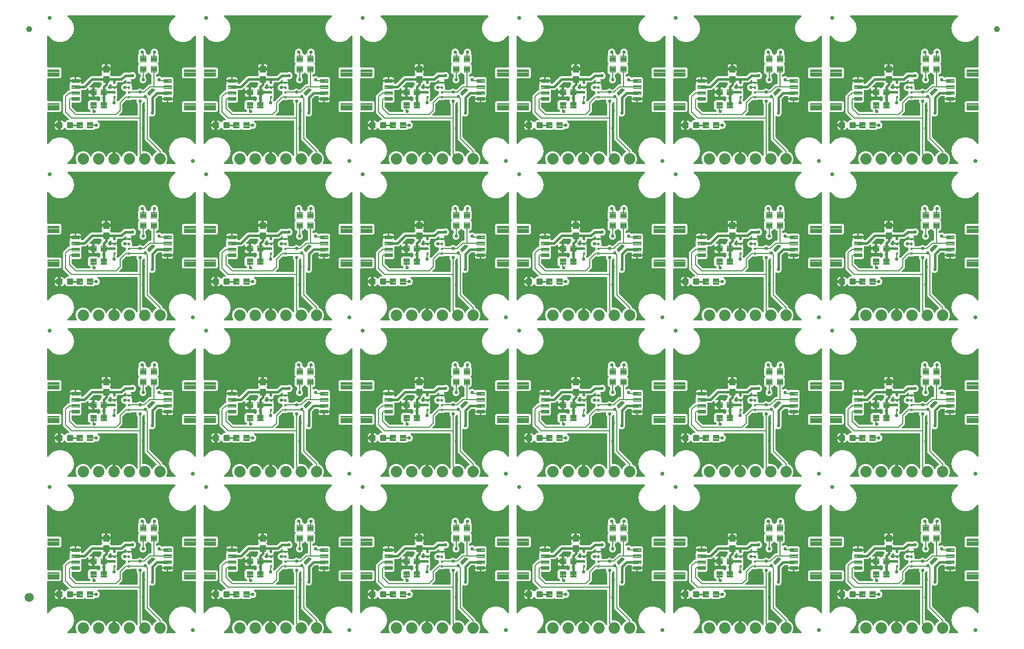
<source format=gtl>
G04 EAGLE Gerber RS-274X export*
G75*
%MOMM*%
%FSLAX34Y34*%
%LPD*%
%INTop Copper*%
%IPPOS*%
%AMOC8*
5,1,8,0,0,1.08239X$1,22.5*%
G01*
%ADD10C,0.635000*%
%ADD11C,0.096000*%
%ADD12C,0.102000*%
%ADD13C,0.100000*%
%ADD14C,0.300000*%
%ADD15C,1.879600*%
%ADD16C,1.000000*%
%ADD17C,1.500000*%
%ADD18C,0.406400*%
%ADD19C,0.558800*%
%ADD20C,0.554000*%
%ADD21C,0.203200*%
%ADD22C,0.254000*%

G36*
X1088074Y781311D02*
X1088074Y781311D01*
X1088124Y781309D01*
X1088231Y781331D01*
X1088341Y781345D01*
X1088387Y781363D01*
X1088435Y781373D01*
X1088534Y781421D01*
X1088636Y781462D01*
X1088676Y781491D01*
X1088721Y781513D01*
X1088805Y781584D01*
X1088894Y781648D01*
X1088925Y781687D01*
X1088963Y781719D01*
X1089026Y781809D01*
X1089096Y781893D01*
X1089118Y781938D01*
X1089146Y781979D01*
X1089185Y782082D01*
X1089232Y782181D01*
X1089241Y782230D01*
X1089259Y782276D01*
X1089271Y782386D01*
X1089292Y782493D01*
X1089289Y782543D01*
X1089294Y782592D01*
X1089279Y782701D01*
X1089272Y782811D01*
X1089257Y782858D01*
X1089250Y782907D01*
X1089198Y783060D01*
X1087373Y787464D01*
X1087373Y792416D01*
X1089268Y796990D01*
X1092770Y800492D01*
X1097344Y802387D01*
X1102296Y802387D01*
X1106870Y800492D01*
X1110372Y796990D01*
X1111347Y794635D01*
X1111416Y794515D01*
X1111481Y794392D01*
X1111495Y794377D01*
X1111505Y794359D01*
X1111602Y794259D01*
X1111695Y794156D01*
X1111712Y794145D01*
X1111726Y794131D01*
X1111845Y794058D01*
X1111961Y793982D01*
X1111980Y793975D01*
X1111997Y793964D01*
X1112130Y793924D01*
X1112262Y793878D01*
X1112282Y793877D01*
X1112301Y793871D01*
X1112440Y793864D01*
X1112579Y793853D01*
X1112599Y793857D01*
X1112619Y793856D01*
X1112755Y793884D01*
X1112892Y793908D01*
X1112911Y793916D01*
X1112930Y793920D01*
X1113056Y793981D01*
X1113182Y794038D01*
X1113198Y794051D01*
X1113216Y794060D01*
X1113322Y794150D01*
X1113430Y794237D01*
X1113443Y794253D01*
X1113458Y794266D01*
X1113538Y794380D01*
X1113622Y794491D01*
X1113634Y794516D01*
X1113641Y794526D01*
X1113648Y794545D01*
X1113693Y794635D01*
X1114668Y796990D01*
X1118170Y800492D01*
X1122744Y802387D01*
X1127696Y802387D01*
X1132270Y800492D01*
X1135772Y796990D01*
X1137025Y793965D01*
X1137040Y793939D01*
X1137049Y793910D01*
X1137119Y793801D01*
X1137183Y793688D01*
X1137204Y793667D01*
X1137220Y793642D01*
X1137314Y793553D01*
X1137404Y793460D01*
X1137430Y793444D01*
X1137451Y793424D01*
X1137565Y793361D01*
X1137675Y793294D01*
X1137704Y793285D01*
X1137730Y793271D01*
X1137855Y793238D01*
X1137979Y793200D01*
X1138009Y793199D01*
X1138038Y793191D01*
X1138168Y793191D01*
X1138297Y793185D01*
X1138326Y793191D01*
X1138356Y793191D01*
X1138481Y793223D01*
X1138608Y793249D01*
X1138635Y793262D01*
X1138664Y793270D01*
X1138777Y793332D01*
X1138894Y793389D01*
X1138917Y793408D01*
X1138943Y793423D01*
X1139037Y793511D01*
X1139136Y793595D01*
X1139153Y793620D01*
X1139175Y793640D01*
X1139244Y793749D01*
X1139319Y793855D01*
X1139330Y793883D01*
X1139346Y793909D01*
X1139405Y794058D01*
X1139556Y794523D01*
X1140409Y796197D01*
X1141514Y797718D01*
X1142842Y799046D01*
X1144363Y800151D01*
X1146037Y801004D01*
X1147824Y801585D01*
X1148081Y801625D01*
X1148081Y791210D01*
X1148096Y791092D01*
X1148103Y790973D01*
X1148116Y790935D01*
X1148121Y790895D01*
X1148164Y790784D01*
X1148201Y790671D01*
X1148223Y790637D01*
X1148238Y790599D01*
X1148308Y790503D01*
X1148371Y790402D01*
X1148401Y790374D01*
X1148424Y790342D01*
X1148516Y790266D01*
X1148603Y790184D01*
X1148638Y790165D01*
X1148669Y790139D01*
X1148777Y790088D01*
X1148881Y790031D01*
X1148921Y790020D01*
X1148957Y790003D01*
X1149074Y789981D01*
X1149189Y789951D01*
X1149250Y789947D01*
X1149270Y789943D01*
X1149290Y789945D01*
X1149350Y789941D01*
X1151890Y789941D01*
X1152008Y789956D01*
X1152127Y789963D01*
X1152165Y789976D01*
X1152205Y789981D01*
X1152316Y790025D01*
X1152429Y790061D01*
X1152464Y790083D01*
X1152501Y790098D01*
X1152597Y790168D01*
X1152698Y790231D01*
X1152726Y790261D01*
X1152759Y790285D01*
X1152834Y790376D01*
X1152916Y790463D01*
X1152936Y790498D01*
X1152961Y790530D01*
X1153012Y790637D01*
X1153070Y790742D01*
X1153080Y790781D01*
X1153097Y790817D01*
X1153119Y790934D01*
X1153149Y791049D01*
X1153153Y791110D01*
X1153157Y791130D01*
X1153155Y791150D01*
X1153159Y791210D01*
X1153159Y801625D01*
X1153416Y801585D01*
X1155203Y801004D01*
X1156877Y800151D01*
X1158398Y799046D01*
X1159726Y797718D01*
X1160831Y796197D01*
X1161684Y794523D01*
X1161835Y794058D01*
X1161848Y794031D01*
X1161855Y794002D01*
X1161915Y793888D01*
X1161970Y793770D01*
X1161989Y793747D01*
X1162003Y793721D01*
X1162090Y793625D01*
X1162173Y793525D01*
X1162197Y793508D01*
X1162217Y793486D01*
X1162326Y793414D01*
X1162430Y793338D01*
X1162458Y793327D01*
X1162483Y793311D01*
X1162606Y793269D01*
X1162726Y793221D01*
X1162756Y793217D01*
X1162784Y793208D01*
X1162913Y793197D01*
X1163041Y793181D01*
X1163071Y793185D01*
X1163101Y793182D01*
X1163229Y793205D01*
X1163357Y793221D01*
X1163385Y793232D01*
X1163414Y793237D01*
X1163532Y793290D01*
X1163653Y793338D01*
X1163677Y793355D01*
X1163704Y793367D01*
X1163805Y793448D01*
X1163910Y793524D01*
X1163929Y793547D01*
X1163953Y793566D01*
X1164031Y793670D01*
X1164113Y793769D01*
X1164126Y793796D01*
X1164144Y793820D01*
X1164215Y793965D01*
X1165468Y796990D01*
X1168970Y800492D01*
X1173544Y802387D01*
X1178496Y802387D01*
X1183070Y800492D01*
X1186572Y796991D01*
X1187293Y795248D01*
X1187328Y795188D01*
X1187354Y795123D01*
X1187406Y795050D01*
X1187451Y794972D01*
X1187499Y794922D01*
X1187540Y794866D01*
X1187610Y794808D01*
X1187672Y794744D01*
X1187732Y794707D01*
X1187785Y794663D01*
X1187867Y794625D01*
X1187943Y794578D01*
X1188010Y794557D01*
X1188073Y794527D01*
X1188161Y794510D01*
X1188247Y794484D01*
X1188317Y794481D01*
X1188386Y794468D01*
X1188475Y794473D01*
X1188565Y794469D01*
X1188633Y794483D01*
X1188703Y794487D01*
X1188788Y794515D01*
X1188876Y794533D01*
X1188939Y794564D01*
X1189005Y794585D01*
X1189081Y794633D01*
X1189162Y794673D01*
X1189215Y794718D01*
X1189274Y794755D01*
X1189336Y794821D01*
X1189404Y794879D01*
X1189444Y794936D01*
X1189492Y794987D01*
X1189535Y795066D01*
X1189587Y795139D01*
X1189612Y795205D01*
X1189646Y795266D01*
X1189668Y795352D01*
X1189700Y795437D01*
X1189708Y795506D01*
X1189725Y795574D01*
X1189735Y795734D01*
X1189735Y851916D01*
X1189720Y852034D01*
X1189713Y852153D01*
X1189700Y852191D01*
X1189695Y852232D01*
X1189652Y852342D01*
X1189615Y852455D01*
X1189593Y852490D01*
X1189578Y852527D01*
X1189509Y852623D01*
X1189445Y852724D01*
X1189415Y852752D01*
X1189392Y852785D01*
X1189300Y852861D01*
X1189213Y852942D01*
X1189178Y852962D01*
X1189147Y852987D01*
X1189039Y853038D01*
X1188935Y853096D01*
X1188895Y853106D01*
X1188859Y853123D01*
X1188742Y853145D01*
X1188627Y853175D01*
X1188567Y853179D01*
X1188547Y853183D01*
X1188526Y853181D01*
X1188466Y853185D01*
X1125277Y853185D01*
X1125208Y853177D01*
X1125138Y853178D01*
X1125051Y853157D01*
X1124962Y853145D01*
X1124897Y853120D01*
X1124829Y853103D01*
X1124750Y853061D01*
X1124666Y853028D01*
X1124610Y852987D01*
X1124548Y852955D01*
X1124482Y852894D01*
X1124409Y852842D01*
X1124364Y852788D01*
X1124313Y852741D01*
X1124263Y852666D01*
X1124206Y852597D01*
X1124176Y852533D01*
X1124138Y852475D01*
X1124109Y852390D01*
X1124070Y852309D01*
X1124057Y852240D01*
X1124035Y852174D01*
X1124028Y852085D01*
X1124011Y851997D01*
X1124015Y851927D01*
X1124010Y851857D01*
X1124025Y851769D01*
X1124030Y851679D01*
X1124052Y851613D01*
X1124064Y851544D01*
X1124101Y851462D01*
X1124128Y851377D01*
X1124166Y851318D01*
X1124195Y851254D01*
X1124251Y851184D01*
X1124299Y851108D01*
X1124350Y851060D01*
X1124393Y851005D01*
X1124465Y850951D01*
X1124530Y850890D01*
X1124591Y850856D01*
X1124647Y850814D01*
X1124709Y850784D01*
X1126363Y849130D01*
X1127253Y846982D01*
X1127253Y844658D01*
X1126363Y842510D01*
X1124720Y840867D01*
X1122572Y839977D01*
X1120062Y839977D01*
X1119963Y839965D01*
X1119864Y839962D01*
X1119806Y839945D01*
X1119746Y839937D01*
X1119654Y839901D01*
X1119559Y839873D01*
X1119507Y839843D01*
X1119450Y839820D01*
X1119370Y839762D01*
X1119285Y839712D01*
X1119210Y839646D01*
X1119193Y839634D01*
X1119185Y839624D01*
X1119164Y839606D01*
X1117330Y837771D01*
X1104390Y837771D01*
X1103257Y838904D01*
X1103163Y838977D01*
X1103074Y839056D01*
X1103038Y839074D01*
X1103006Y839099D01*
X1102897Y839146D01*
X1102791Y839200D01*
X1102752Y839209D01*
X1102714Y839225D01*
X1102597Y839244D01*
X1102481Y839270D01*
X1102440Y839269D01*
X1102400Y839275D01*
X1102282Y839264D01*
X1102163Y839260D01*
X1102124Y839249D01*
X1102084Y839245D01*
X1101972Y839205D01*
X1101857Y839172D01*
X1101822Y839151D01*
X1101784Y839138D01*
X1101686Y839071D01*
X1101583Y839010D01*
X1101538Y838970D01*
X1101521Y838959D01*
X1101508Y838944D01*
X1101462Y838904D01*
X1100330Y837771D01*
X1087390Y837771D01*
X1086340Y838822D01*
X1086246Y838895D01*
X1086156Y838974D01*
X1086120Y838992D01*
X1086088Y839017D01*
X1085979Y839064D01*
X1085873Y839118D01*
X1085834Y839127D01*
X1085796Y839143D01*
X1085679Y839162D01*
X1085563Y839188D01*
X1085522Y839187D01*
X1085482Y839193D01*
X1085364Y839182D01*
X1085245Y839178D01*
X1085206Y839167D01*
X1085166Y839163D01*
X1085054Y839123D01*
X1084939Y839090D01*
X1084905Y839069D01*
X1084866Y839055D01*
X1084768Y838989D01*
X1084665Y838928D01*
X1084620Y838888D01*
X1084603Y838877D01*
X1084590Y838862D01*
X1084545Y838822D01*
X1083494Y837771D01*
X1072726Y837771D01*
X1069701Y840796D01*
X1069602Y840873D01*
X1069507Y840955D01*
X1069476Y840970D01*
X1069450Y840991D01*
X1069334Y841041D01*
X1069222Y841097D01*
X1069189Y841104D01*
X1069158Y841117D01*
X1069034Y841137D01*
X1068911Y841163D01*
X1068877Y841162D01*
X1068844Y841167D01*
X1068719Y841156D01*
X1068593Y841150D01*
X1068561Y841141D01*
X1068527Y841137D01*
X1068409Y841095D01*
X1068288Y841059D01*
X1068260Y841041D01*
X1068228Y841030D01*
X1068124Y840959D01*
X1068016Y840894D01*
X1067993Y840870D01*
X1067965Y840851D01*
X1067882Y840757D01*
X1067793Y840667D01*
X1067766Y840627D01*
X1067754Y840613D01*
X1067744Y840594D01*
X1067704Y840533D01*
X1067303Y839839D01*
X1066551Y839087D01*
X1065630Y838555D01*
X1064602Y838279D01*
X1063069Y838279D01*
X1063069Y844590D01*
X1063054Y844708D01*
X1063047Y844827D01*
X1063034Y844865D01*
X1063029Y844905D01*
X1062986Y845016D01*
X1062949Y845129D01*
X1062927Y845163D01*
X1062912Y845201D01*
X1062843Y845297D01*
X1062779Y845398D01*
X1062749Y845426D01*
X1062726Y845458D01*
X1062634Y845534D01*
X1062547Y845616D01*
X1062512Y845635D01*
X1062481Y845661D01*
X1062373Y845712D01*
X1062269Y845769D01*
X1062229Y845779D01*
X1062193Y845797D01*
X1062086Y845817D01*
X1062116Y845821D01*
X1062226Y845865D01*
X1062339Y845901D01*
X1062374Y845923D01*
X1062411Y845938D01*
X1062507Y846008D01*
X1062608Y846071D01*
X1062636Y846101D01*
X1062669Y846125D01*
X1062745Y846216D01*
X1062826Y846303D01*
X1062846Y846338D01*
X1062871Y846370D01*
X1062922Y846477D01*
X1062980Y846582D01*
X1062990Y846621D01*
X1063007Y846657D01*
X1063029Y846774D01*
X1063059Y846890D01*
X1063063Y846950D01*
X1063067Y846970D01*
X1063065Y846990D01*
X1063069Y847050D01*
X1063069Y853361D01*
X1064602Y853361D01*
X1065630Y853085D01*
X1066551Y852553D01*
X1067303Y851801D01*
X1067704Y851107D01*
X1067780Y851006D01*
X1067851Y850903D01*
X1067876Y850880D01*
X1067897Y850853D01*
X1067995Y850775D01*
X1068089Y850692D01*
X1068119Y850677D01*
X1068146Y850656D01*
X1068261Y850605D01*
X1068373Y850547D01*
X1068405Y850540D01*
X1068436Y850526D01*
X1068560Y850505D01*
X1068683Y850478D01*
X1068716Y850479D01*
X1068750Y850473D01*
X1068875Y850484D01*
X1069001Y850487D01*
X1069033Y850497D01*
X1069067Y850500D01*
X1069186Y850541D01*
X1069306Y850576D01*
X1069335Y850593D01*
X1069367Y850604D01*
X1069472Y850674D01*
X1069580Y850737D01*
X1069617Y850770D01*
X1069632Y850780D01*
X1069647Y850796D01*
X1069701Y850844D01*
X1072726Y853869D01*
X1075339Y853869D01*
X1075476Y853886D01*
X1075615Y853899D01*
X1075634Y853906D01*
X1075654Y853909D01*
X1075783Y853960D01*
X1075914Y854007D01*
X1075931Y854018D01*
X1075950Y854026D01*
X1076062Y854107D01*
X1076177Y854185D01*
X1076191Y854201D01*
X1076207Y854212D01*
X1076296Y854320D01*
X1076388Y854424D01*
X1076397Y854442D01*
X1076410Y854457D01*
X1076469Y854583D01*
X1076532Y854707D01*
X1076537Y854727D01*
X1076546Y854745D01*
X1076572Y854881D01*
X1076602Y855017D01*
X1076602Y855038D01*
X1076605Y855057D01*
X1076597Y855196D01*
X1076592Y855335D01*
X1076587Y855355D01*
X1076586Y855375D01*
X1076543Y855507D01*
X1076504Y855641D01*
X1076494Y855658D01*
X1076488Y855677D01*
X1076413Y855795D01*
X1076343Y855915D01*
X1076324Y855936D01*
X1076317Y855946D01*
X1076302Y855960D01*
X1076236Y856035D01*
X1066545Y865726D01*
X1066545Y894494D01*
X1075356Y903305D01*
X1076228Y903305D01*
X1076366Y903322D01*
X1076505Y903335D01*
X1076524Y903342D01*
X1076544Y903345D01*
X1076673Y903396D01*
X1076804Y903443D01*
X1076821Y903454D01*
X1076839Y903462D01*
X1076952Y903543D01*
X1077067Y903621D01*
X1077080Y903637D01*
X1077097Y903648D01*
X1077186Y903756D01*
X1077278Y903860D01*
X1077287Y903878D01*
X1077300Y903893D01*
X1077359Y904019D01*
X1077422Y904143D01*
X1077427Y904163D01*
X1077435Y904181D01*
X1077461Y904318D01*
X1077492Y904453D01*
X1077491Y904474D01*
X1077495Y904493D01*
X1077486Y904632D01*
X1077482Y904771D01*
X1077476Y904791D01*
X1077475Y904811D01*
X1077432Y904943D01*
X1077394Y905077D01*
X1077383Y905094D01*
X1077377Y905113D01*
X1077321Y905202D01*
X1077321Y913204D01*
X1077953Y913836D01*
X1078022Y913925D01*
X1078097Y914008D01*
X1078119Y914050D01*
X1078148Y914087D01*
X1078193Y914190D01*
X1078245Y914290D01*
X1078256Y914336D01*
X1078275Y914379D01*
X1078292Y914490D01*
X1078318Y914600D01*
X1078317Y914647D01*
X1078324Y914693D01*
X1078314Y914805D01*
X1078312Y914918D01*
X1078299Y914963D01*
X1078295Y915010D01*
X1078257Y915116D01*
X1078227Y915224D01*
X1078194Y915289D01*
X1078187Y915309D01*
X1078177Y915324D01*
X1078155Y915368D01*
X1078037Y915572D01*
X1077829Y916348D01*
X1077829Y917741D01*
X1086890Y917741D01*
X1087008Y917756D01*
X1087127Y917763D01*
X1087134Y917765D01*
X1087190Y917751D01*
X1087250Y917747D01*
X1087270Y917743D01*
X1087290Y917745D01*
X1087350Y917741D01*
X1096411Y917741D01*
X1096411Y916348D01*
X1096296Y915919D01*
X1096278Y915794D01*
X1096255Y915670D01*
X1096257Y915637D01*
X1096252Y915603D01*
X1096267Y915478D01*
X1096275Y915353D01*
X1096285Y915321D01*
X1096289Y915288D01*
X1096334Y915170D01*
X1096373Y915051D01*
X1096391Y915022D01*
X1096403Y914991D01*
X1096475Y914888D01*
X1096543Y914782D01*
X1096567Y914759D01*
X1096587Y914731D01*
X1096683Y914650D01*
X1096774Y914564D01*
X1096804Y914548D01*
X1096830Y914526D01*
X1096943Y914471D01*
X1097053Y914410D01*
X1097086Y914402D01*
X1097116Y914387D01*
X1097239Y914362D01*
X1097361Y914331D01*
X1097410Y914328D01*
X1097428Y914324D01*
X1097449Y914325D01*
X1097522Y914321D01*
X1099650Y914321D01*
X1099748Y914333D01*
X1099847Y914336D01*
X1099905Y914353D01*
X1099965Y914361D01*
X1100057Y914397D01*
X1100152Y914425D01*
X1100205Y914455D01*
X1100261Y914478D01*
X1100341Y914536D01*
X1100426Y914586D01*
X1100502Y914652D01*
X1100518Y914664D01*
X1100526Y914674D01*
X1100547Y914692D01*
X1111692Y925837D01*
X1113559Y926611D01*
X1128602Y926611D01*
X1128720Y926626D01*
X1128839Y926633D01*
X1128877Y926646D01*
X1128918Y926651D01*
X1129028Y926694D01*
X1129141Y926731D01*
X1129176Y926753D01*
X1129213Y926768D01*
X1129309Y926837D01*
X1129410Y926901D01*
X1129438Y926931D01*
X1129471Y926954D01*
X1129547Y927046D01*
X1129628Y927133D01*
X1129648Y927168D01*
X1129673Y927199D01*
X1129724Y927307D01*
X1129782Y927411D01*
X1129792Y927451D01*
X1129809Y927487D01*
X1129831Y927604D01*
X1129861Y927719D01*
X1129865Y927779D01*
X1129869Y927799D01*
X1129867Y927820D01*
X1129871Y927880D01*
X1129871Y928000D01*
X1131363Y929492D01*
X1131436Y929586D01*
X1131515Y929675D01*
X1131533Y929711D01*
X1131558Y929743D01*
X1131605Y929852D01*
X1131659Y929958D01*
X1131668Y929998D01*
X1131684Y930035D01*
X1131703Y930153D01*
X1131729Y930269D01*
X1131728Y930309D01*
X1131734Y930349D01*
X1131723Y930468D01*
X1131719Y930586D01*
X1131708Y930625D01*
X1131704Y930666D01*
X1131664Y930778D01*
X1131631Y930892D01*
X1131610Y930927D01*
X1131597Y930965D01*
X1131530Y931063D01*
X1131469Y931166D01*
X1131430Y931211D01*
X1131418Y931228D01*
X1131403Y931241D01*
X1131363Y931287D01*
X1130987Y931663D01*
X1130586Y932356D01*
X1130379Y933130D01*
X1130379Y936031D01*
X1136690Y936031D01*
X1136808Y936046D01*
X1136927Y936053D01*
X1136965Y936065D01*
X1137005Y936071D01*
X1137116Y936114D01*
X1137229Y936151D01*
X1137263Y936173D01*
X1137301Y936188D01*
X1137397Y936257D01*
X1137498Y936321D01*
X1137526Y936351D01*
X1137558Y936374D01*
X1137634Y936466D01*
X1137716Y936553D01*
X1137735Y936588D01*
X1137761Y936619D01*
X1137812Y936727D01*
X1137869Y936831D01*
X1137879Y936871D01*
X1137897Y936907D01*
X1137917Y937014D01*
X1137921Y936984D01*
X1137965Y936874D01*
X1138001Y936761D01*
X1138023Y936726D01*
X1138038Y936689D01*
X1138108Y936592D01*
X1138171Y936492D01*
X1138201Y936464D01*
X1138225Y936431D01*
X1138316Y936355D01*
X1138403Y936274D01*
X1138438Y936254D01*
X1138470Y936229D01*
X1138577Y936178D01*
X1138682Y936120D01*
X1138721Y936110D01*
X1138757Y936093D01*
X1138874Y936071D01*
X1138990Y936041D01*
X1139050Y936037D01*
X1139070Y936033D01*
X1139090Y936035D01*
X1139150Y936031D01*
X1145461Y936031D01*
X1145461Y933130D01*
X1145254Y932356D01*
X1144853Y931663D01*
X1144477Y931287D01*
X1144404Y931193D01*
X1144325Y931103D01*
X1144307Y931067D01*
X1144282Y931035D01*
X1144235Y930926D01*
X1144181Y930820D01*
X1144172Y930781D01*
X1144156Y930744D01*
X1144137Y930626D01*
X1144111Y930510D01*
X1144112Y930470D01*
X1144106Y930430D01*
X1144117Y930311D01*
X1144121Y930192D01*
X1144132Y930153D01*
X1144136Y930113D01*
X1144176Y930001D01*
X1144209Y929886D01*
X1144230Y929852D01*
X1144243Y929814D01*
X1144310Y929715D01*
X1144371Y929613D01*
X1144410Y929567D01*
X1144422Y929550D01*
X1144437Y929537D01*
X1144477Y929492D01*
X1145969Y928000D01*
X1145969Y927880D01*
X1145984Y927762D01*
X1145991Y927643D01*
X1146004Y927605D01*
X1146009Y927564D01*
X1146052Y927454D01*
X1146089Y927341D01*
X1146111Y927306D01*
X1146126Y927269D01*
X1146195Y927173D01*
X1146259Y927072D01*
X1146289Y927044D01*
X1146312Y927011D01*
X1146404Y926935D01*
X1146491Y926854D01*
X1146526Y926834D01*
X1146557Y926809D01*
X1146665Y926758D01*
X1146769Y926700D01*
X1146809Y926690D01*
X1146845Y926673D01*
X1146962Y926651D01*
X1147077Y926621D01*
X1147137Y926617D01*
X1147157Y926613D01*
X1147178Y926615D01*
X1147238Y926611D01*
X1160420Y926611D01*
X1160518Y926623D01*
X1160617Y926626D01*
X1160675Y926643D01*
X1160736Y926651D01*
X1160828Y926687D01*
X1160923Y926715D01*
X1160975Y926745D01*
X1161031Y926768D01*
X1161111Y926826D01*
X1161197Y926876D01*
X1161272Y926942D01*
X1161289Y926954D01*
X1161296Y926964D01*
X1161317Y926982D01*
X1166377Y932042D01*
X1168245Y932816D01*
X1178481Y932816D01*
X1178490Y932817D01*
X1178499Y932816D01*
X1178648Y932837D01*
X1178796Y932856D01*
X1178805Y932859D01*
X1178814Y932860D01*
X1178966Y932912D01*
X1180573Y933578D01*
X1182897Y933578D01*
X1185045Y932688D01*
X1186688Y931045D01*
X1187578Y928897D01*
X1187578Y926573D01*
X1186688Y924425D01*
X1185045Y922782D01*
X1182897Y921892D01*
X1180573Y921892D01*
X1180314Y921999D01*
X1180247Y922018D01*
X1180183Y922046D01*
X1180094Y922060D01*
X1180007Y922083D01*
X1179938Y922084D01*
X1179869Y922095D01*
X1179779Y922087D01*
X1179689Y922088D01*
X1179621Y922072D01*
X1179552Y922066D01*
X1179468Y922035D01*
X1179380Y922014D01*
X1179318Y921982D01*
X1179253Y921958D01*
X1179179Y921908D01*
X1179099Y921866D01*
X1179047Y921819D01*
X1178990Y921779D01*
X1178930Y921712D01*
X1178864Y921652D01*
X1178825Y921593D01*
X1178779Y921541D01*
X1178738Y921461D01*
X1178689Y921386D01*
X1178666Y921320D01*
X1178635Y921258D01*
X1178615Y921170D01*
X1178586Y921085D01*
X1178580Y921015D01*
X1178565Y920947D01*
X1178568Y920858D01*
X1178561Y920768D01*
X1178573Y920699D01*
X1178575Y920629D01*
X1178600Y920543D01*
X1178615Y920455D01*
X1178644Y920391D01*
X1178663Y920324D01*
X1178709Y920247D01*
X1178746Y920165D01*
X1178789Y920110D01*
X1178825Y920050D01*
X1178931Y919929D01*
X1179253Y919607D01*
X1179654Y918914D01*
X1179861Y918140D01*
X1179861Y917509D01*
X1175320Y917509D01*
X1170779Y917509D01*
X1170779Y918140D01*
X1170993Y918938D01*
X1171013Y919082D01*
X1171036Y919226D01*
X1171034Y919240D01*
X1171036Y919253D01*
X1171020Y919398D01*
X1171006Y919543D01*
X1171001Y919556D01*
X1171000Y919569D01*
X1170948Y919705D01*
X1170898Y919842D01*
X1170891Y919853D01*
X1170886Y919866D01*
X1170801Y919985D01*
X1170720Y920105D01*
X1170709Y920114D01*
X1170702Y920125D01*
X1170590Y920219D01*
X1170481Y920316D01*
X1170469Y920322D01*
X1170459Y920331D01*
X1170328Y920394D01*
X1170198Y920460D01*
X1170185Y920463D01*
X1170173Y920469D01*
X1170030Y920498D01*
X1169888Y920530D01*
X1169874Y920530D01*
X1169861Y920532D01*
X1169716Y920525D01*
X1169570Y920520D01*
X1169557Y920517D01*
X1169543Y920516D01*
X1169404Y920472D01*
X1169264Y920432D01*
X1169253Y920425D01*
X1169240Y920421D01*
X1169115Y920344D01*
X1168990Y920270D01*
X1168977Y920258D01*
X1168969Y920254D01*
X1168957Y920241D01*
X1168870Y920164D01*
X1165928Y917223D01*
X1164061Y916449D01*
X1157670Y916449D01*
X1157552Y916434D01*
X1157433Y916427D01*
X1157395Y916414D01*
X1157354Y916409D01*
X1157244Y916366D01*
X1157131Y916329D01*
X1157096Y916307D01*
X1157059Y916292D01*
X1156963Y916223D01*
X1156862Y916159D01*
X1156834Y916129D01*
X1156801Y916106D01*
X1156725Y916014D01*
X1156644Y915927D01*
X1156624Y915892D01*
X1156599Y915861D01*
X1156548Y915753D01*
X1156490Y915649D01*
X1156480Y915609D01*
X1156463Y915573D01*
X1156441Y915456D01*
X1156411Y915341D01*
X1156407Y915281D01*
X1156403Y915261D01*
X1156405Y915240D01*
X1156401Y915180D01*
X1156401Y915149D01*
X1156381Y915079D01*
X1156381Y915069D01*
X1156379Y915060D01*
X1156369Y914900D01*
X1156369Y913270D01*
X1155741Y912643D01*
X1155673Y912554D01*
X1155597Y912471D01*
X1155575Y912429D01*
X1155547Y912392D01*
X1155502Y912289D01*
X1155450Y912189D01*
X1155439Y912143D01*
X1155420Y912100D01*
X1155403Y911989D01*
X1155377Y911879D01*
X1155378Y911832D01*
X1155370Y911786D01*
X1155381Y911674D01*
X1155383Y911561D01*
X1155396Y911516D01*
X1155400Y911469D01*
X1155438Y911363D01*
X1155468Y911255D01*
X1155500Y911190D01*
X1155508Y911170D01*
X1155518Y911155D01*
X1155540Y911111D01*
X1155654Y910914D01*
X1155861Y910140D01*
X1155861Y909509D01*
X1151320Y909509D01*
X1146779Y909509D01*
X1146779Y910140D01*
X1146986Y910914D01*
X1147100Y911111D01*
X1147144Y911214D01*
X1147195Y911314D01*
X1147205Y911360D01*
X1147223Y911404D01*
X1147240Y911515D01*
X1147265Y911625D01*
X1147263Y911672D01*
X1147270Y911718D01*
X1147258Y911830D01*
X1147255Y911943D01*
X1147242Y911988D01*
X1147237Y912035D01*
X1147198Y912140D01*
X1147166Y912248D01*
X1147143Y912289D01*
X1147126Y912333D01*
X1147062Y912425D01*
X1147005Y912522D01*
X1146957Y912576D01*
X1146945Y912594D01*
X1146931Y912606D01*
X1146899Y912643D01*
X1146123Y913419D01*
X1146028Y913492D01*
X1145939Y913571D01*
X1145903Y913589D01*
X1145871Y913614D01*
X1145762Y913661D01*
X1145656Y913715D01*
X1145617Y913724D01*
X1145579Y913740D01*
X1145462Y913759D01*
X1145346Y913785D01*
X1145305Y913784D01*
X1145265Y913790D01*
X1145147Y913779D01*
X1145028Y913775D01*
X1144989Y913764D01*
X1144949Y913760D01*
X1144836Y913720D01*
X1144722Y913687D01*
X1144688Y913666D01*
X1144649Y913653D01*
X1144551Y913586D01*
X1144448Y913525D01*
X1144403Y913485D01*
X1144386Y913474D01*
X1144373Y913459D01*
X1144328Y913419D01*
X1143834Y912926D01*
X1143715Y912872D01*
X1143595Y912824D01*
X1143571Y912807D01*
X1143544Y912795D01*
X1143442Y912714D01*
X1143337Y912638D01*
X1143318Y912615D01*
X1143295Y912596D01*
X1143217Y912493D01*
X1143134Y912393D01*
X1143122Y912366D01*
X1143104Y912342D01*
X1143033Y912198D01*
X1142227Y910252D01*
X1141219Y909244D01*
X1141147Y909150D01*
X1141068Y909061D01*
X1141049Y909025D01*
X1141025Y908993D01*
X1140977Y908884D01*
X1140923Y908778D01*
X1140914Y908738D01*
X1140898Y908701D01*
X1140879Y908583D01*
X1140853Y908467D01*
X1140855Y908427D01*
X1140848Y908387D01*
X1140859Y908268D01*
X1140863Y908149D01*
X1140874Y908111D01*
X1140878Y908070D01*
X1140918Y907958D01*
X1140951Y907844D01*
X1140972Y907809D01*
X1140986Y907771D01*
X1141053Y907672D01*
X1141113Y907570D01*
X1141153Y907525D01*
X1141164Y907508D01*
X1141180Y907494D01*
X1141219Y907449D01*
X1142289Y906379D01*
X1142291Y906353D01*
X1142304Y906315D01*
X1142309Y906274D01*
X1142352Y906164D01*
X1142389Y906051D01*
X1142411Y906016D01*
X1142426Y905979D01*
X1142495Y905883D01*
X1142559Y905782D01*
X1142589Y905754D01*
X1142612Y905721D01*
X1142704Y905645D01*
X1142791Y905564D01*
X1142826Y905544D01*
X1142857Y905519D01*
X1142965Y905468D01*
X1143069Y905410D01*
X1143109Y905400D01*
X1143145Y905383D01*
X1143262Y905361D01*
X1143377Y905331D01*
X1143437Y905327D01*
X1143457Y905323D01*
X1143478Y905325D01*
X1143538Y905321D01*
X1145510Y905321D01*
X1145628Y905336D01*
X1145747Y905343D01*
X1145785Y905356D01*
X1145826Y905361D01*
X1145936Y905404D01*
X1146049Y905441D01*
X1146084Y905463D01*
X1146121Y905478D01*
X1146217Y905547D01*
X1146318Y905611D01*
X1146346Y905641D01*
X1146379Y905664D01*
X1146455Y905756D01*
X1146536Y905843D01*
X1146556Y905878D01*
X1146581Y905909D01*
X1146632Y906017D01*
X1146690Y906121D01*
X1146700Y906161D01*
X1146717Y906197D01*
X1146739Y906314D01*
X1146769Y906429D01*
X1146773Y906489D01*
X1146777Y906509D01*
X1146775Y906530D01*
X1146779Y906590D01*
X1146779Y906971D01*
X1151320Y906971D01*
X1155861Y906971D01*
X1155861Y906340D01*
X1155654Y905566D01*
X1155540Y905369D01*
X1155496Y905266D01*
X1155445Y905166D01*
X1155435Y905120D01*
X1155417Y905076D01*
X1155400Y904965D01*
X1155375Y904855D01*
X1155377Y904808D01*
X1155370Y904762D01*
X1155382Y904650D01*
X1155385Y904537D01*
X1155398Y904492D01*
X1155403Y904445D01*
X1155442Y904340D01*
X1155474Y904232D01*
X1155497Y904191D01*
X1155514Y904147D01*
X1155578Y904055D01*
X1155635Y903958D01*
X1155683Y903904D01*
X1155695Y903886D01*
X1155709Y903874D01*
X1155741Y903837D01*
X1156369Y903210D01*
X1156369Y901580D01*
X1156370Y901571D01*
X1156369Y901562D01*
X1156390Y901413D01*
X1156401Y901327D01*
X1156401Y899149D01*
X1156381Y899079D01*
X1156381Y899069D01*
X1156379Y899060D01*
X1156369Y898900D01*
X1156369Y897270D01*
X1156236Y897137D01*
X1156163Y897043D01*
X1156084Y896954D01*
X1156066Y896918D01*
X1156041Y896886D01*
X1155994Y896777D01*
X1155940Y896671D01*
X1155931Y896631D01*
X1155915Y896594D01*
X1155896Y896477D01*
X1155870Y896361D01*
X1155871Y896320D01*
X1155865Y896280D01*
X1155876Y896161D01*
X1155880Y896043D01*
X1155891Y896004D01*
X1155895Y895964D01*
X1155935Y895851D01*
X1155968Y895737D01*
X1155989Y895702D01*
X1156002Y895664D01*
X1156069Y895566D01*
X1156130Y895463D01*
X1156170Y895418D01*
X1156181Y895401D01*
X1156196Y895388D01*
X1156236Y895342D01*
X1156369Y895210D01*
X1156369Y889270D01*
X1155756Y888658D01*
X1155696Y888580D01*
X1155628Y888507D01*
X1155599Y888454D01*
X1155562Y888407D01*
X1155522Y888316D01*
X1155474Y888229D01*
X1155459Y888170D01*
X1155435Y888115D01*
X1155420Y888017D01*
X1155395Y887921D01*
X1155389Y887821D01*
X1155385Y887801D01*
X1155387Y887788D01*
X1155385Y887760D01*
X1155385Y886667D01*
X1155386Y886658D01*
X1155385Y886649D01*
X1155406Y886500D01*
X1155410Y886467D01*
X1155413Y886416D01*
X1155419Y886399D01*
X1155425Y886352D01*
X1155428Y886343D01*
X1155429Y886334D01*
X1155481Y886181D01*
X1155657Y885757D01*
X1155682Y885714D01*
X1155698Y885667D01*
X1155760Y885576D01*
X1155815Y885481D01*
X1155849Y885445D01*
X1155877Y885404D01*
X1155960Y885331D01*
X1156036Y885253D01*
X1156078Y885227D01*
X1156115Y885194D01*
X1156213Y885144D01*
X1156307Y885086D01*
X1156354Y885072D01*
X1156399Y885049D01*
X1156506Y885025D01*
X1156611Y884993D01*
X1156661Y884990D01*
X1156709Y884980D01*
X1156819Y884983D01*
X1156929Y884978D01*
X1156977Y884988D01*
X1157027Y884989D01*
X1157132Y885020D01*
X1157240Y885042D01*
X1157285Y885064D01*
X1157332Y885078D01*
X1157427Y885133D01*
X1157526Y885182D01*
X1157564Y885214D01*
X1157606Y885239D01*
X1157727Y885346D01*
X1165934Y893552D01*
X1168686Y896305D01*
X1169002Y896305D01*
X1169120Y896320D01*
X1169239Y896327D01*
X1169277Y896340D01*
X1169318Y896345D01*
X1169428Y896388D01*
X1169541Y896425D01*
X1169576Y896447D01*
X1169613Y896462D01*
X1169709Y896531D01*
X1169810Y896595D01*
X1169838Y896625D01*
X1169871Y896648D01*
X1169947Y896740D01*
X1170028Y896827D01*
X1170048Y896862D01*
X1170073Y896893D01*
X1170124Y897001D01*
X1170182Y897105D01*
X1170192Y897145D01*
X1170209Y897181D01*
X1170231Y897298D01*
X1170261Y897413D01*
X1170265Y897473D01*
X1170269Y897493D01*
X1170267Y897514D01*
X1170271Y897574D01*
X1170271Y900938D01*
X1170256Y901056D01*
X1170249Y901175D01*
X1170236Y901213D01*
X1170231Y901254D01*
X1170188Y901364D01*
X1170151Y901477D01*
X1170129Y901512D01*
X1170114Y901549D01*
X1170045Y901645D01*
X1169981Y901746D01*
X1169951Y901774D01*
X1169928Y901807D01*
X1169836Y901883D01*
X1169749Y901964D01*
X1169714Y901984D01*
X1169683Y902009D01*
X1169575Y902060D01*
X1169471Y902118D01*
X1169431Y902128D01*
X1169395Y902145D01*
X1169278Y902167D01*
X1169163Y902197D01*
X1169103Y902201D01*
X1169083Y902205D01*
X1169062Y902203D01*
X1169002Y902207D01*
X1167238Y902207D01*
X1165090Y903097D01*
X1163447Y904740D01*
X1162557Y906888D01*
X1162557Y909212D01*
X1163447Y911360D01*
X1165090Y913003D01*
X1167238Y913893D01*
X1169510Y913893D01*
X1169628Y913908D01*
X1169747Y913915D01*
X1169785Y913928D01*
X1169826Y913933D01*
X1169936Y913976D01*
X1170049Y914013D01*
X1170084Y914035D01*
X1170121Y914050D01*
X1170217Y914119D01*
X1170318Y914183D01*
X1170346Y914213D01*
X1170379Y914236D01*
X1170454Y914328D01*
X1170536Y914415D01*
X1170556Y914450D01*
X1170581Y914481D01*
X1170632Y914589D01*
X1170690Y914693D01*
X1170700Y914733D01*
X1170717Y914769D01*
X1170739Y914886D01*
X1170761Y914971D01*
X1175320Y914971D01*
X1179861Y914971D01*
X1179861Y914340D01*
X1179654Y913566D01*
X1179540Y913369D01*
X1179496Y913266D01*
X1179445Y913166D01*
X1179435Y913120D01*
X1179417Y913076D01*
X1179400Y912965D01*
X1179375Y912855D01*
X1179377Y912808D01*
X1179370Y912762D01*
X1179382Y912650D01*
X1179385Y912537D01*
X1179398Y912492D01*
X1179403Y912445D01*
X1179442Y912340D01*
X1179474Y912232D01*
X1179497Y912191D01*
X1179514Y912147D01*
X1179578Y912055D01*
X1179635Y911958D01*
X1179683Y911904D01*
X1179695Y911886D01*
X1179709Y911874D01*
X1179741Y911837D01*
X1180369Y911210D01*
X1180369Y905574D01*
X1180384Y905456D01*
X1180391Y905337D01*
X1180404Y905299D01*
X1180409Y905258D01*
X1180452Y905148D01*
X1180489Y905035D01*
X1180511Y905000D01*
X1180526Y904963D01*
X1180595Y904867D01*
X1180659Y904766D01*
X1180689Y904738D01*
X1180712Y904705D01*
X1180804Y904629D01*
X1180891Y904548D01*
X1180926Y904528D01*
X1180957Y904503D01*
X1181065Y904452D01*
X1181169Y904394D01*
X1181209Y904384D01*
X1181245Y904367D01*
X1181362Y904345D01*
X1181477Y904315D01*
X1181537Y904311D01*
X1181557Y904307D01*
X1181578Y904309D01*
X1181638Y904305D01*
X1189076Y904305D01*
X1189174Y904317D01*
X1189273Y904320D01*
X1189332Y904337D01*
X1189392Y904345D01*
X1189484Y904381D01*
X1189579Y904409D01*
X1189631Y904439D01*
X1189687Y904462D01*
X1189767Y904520D01*
X1189853Y904570D01*
X1189928Y904636D01*
X1189945Y904648D01*
X1189953Y904658D01*
X1189974Y904677D01*
X1190490Y905193D01*
X1192638Y906083D01*
X1194962Y906083D01*
X1197110Y905193D01*
X1197626Y904677D01*
X1197704Y904616D01*
X1197777Y904548D01*
X1197830Y904519D01*
X1197878Y904482D01*
X1197969Y904442D01*
X1198055Y904394D01*
X1198114Y904379D01*
X1198169Y904355D01*
X1198267Y904340D01*
X1198363Y904315D01*
X1198463Y904309D01*
X1198484Y904305D01*
X1198496Y904307D01*
X1198524Y904305D01*
X1199021Y904305D01*
X1199119Y904317D01*
X1199218Y904320D01*
X1199276Y904337D01*
X1199336Y904345D01*
X1199428Y904381D01*
X1199523Y904409D01*
X1199575Y904439D01*
X1199632Y904462D01*
X1199712Y904520D01*
X1199797Y904570D01*
X1199873Y904636D01*
X1199889Y904648D01*
X1199897Y904658D01*
X1199918Y904676D01*
X1208626Y913385D01*
X1211326Y913385D01*
X1211444Y913400D01*
X1211563Y913407D01*
X1211601Y913420D01*
X1211642Y913425D01*
X1211752Y913468D01*
X1211865Y913505D01*
X1211900Y913527D01*
X1211937Y913542D01*
X1212033Y913611D01*
X1212134Y913675D01*
X1212162Y913705D01*
X1212195Y913728D01*
X1212271Y913820D01*
X1212352Y913907D01*
X1212372Y913942D01*
X1212397Y913973D01*
X1212448Y914081D01*
X1212506Y914185D01*
X1212516Y914225D01*
X1212533Y914261D01*
X1212555Y914378D01*
X1212585Y914493D01*
X1212589Y914553D01*
X1212593Y914573D01*
X1212591Y914594D01*
X1212595Y914654D01*
X1212595Y929102D01*
X1212580Y929220D01*
X1212573Y929339D01*
X1212560Y929377D01*
X1212555Y929418D01*
X1212512Y929528D01*
X1212475Y929641D01*
X1212453Y929676D01*
X1212438Y929713D01*
X1212369Y929809D01*
X1212305Y929910D01*
X1212275Y929938D01*
X1212252Y929971D01*
X1212160Y930047D01*
X1212073Y930128D01*
X1212038Y930148D01*
X1212007Y930173D01*
X1211899Y930224D01*
X1211795Y930282D01*
X1211755Y930292D01*
X1211719Y930309D01*
X1211602Y930331D01*
X1211487Y930361D01*
X1211427Y930365D01*
X1211407Y930369D01*
X1211386Y930367D01*
X1211326Y930371D01*
X1210690Y930371D01*
X1208668Y932394D01*
X1208573Y932467D01*
X1208484Y932546D01*
X1208448Y932564D01*
X1208416Y932589D01*
X1208307Y932636D01*
X1208201Y932690D01*
X1208162Y932699D01*
X1208124Y932715D01*
X1208007Y932734D01*
X1207891Y932760D01*
X1207850Y932759D01*
X1207810Y932765D01*
X1207692Y932754D01*
X1207573Y932750D01*
X1207534Y932739D01*
X1207494Y932735D01*
X1207381Y932695D01*
X1207267Y932662D01*
X1207233Y932641D01*
X1207194Y932628D01*
X1207096Y932561D01*
X1206993Y932500D01*
X1206948Y932460D01*
X1206931Y932449D01*
X1206918Y932434D01*
X1206873Y932394D01*
X1204850Y930371D01*
X1204214Y930371D01*
X1204096Y930356D01*
X1203977Y930349D01*
X1203939Y930336D01*
X1203898Y930331D01*
X1203788Y930288D01*
X1203675Y930251D01*
X1203640Y930229D01*
X1203603Y930214D01*
X1203507Y930145D01*
X1203406Y930081D01*
X1203378Y930051D01*
X1203345Y930028D01*
X1203269Y929936D01*
X1203188Y929849D01*
X1203168Y929814D01*
X1203143Y929783D01*
X1203092Y929675D01*
X1203034Y929571D01*
X1203024Y929531D01*
X1203007Y929495D01*
X1202985Y929378D01*
X1202955Y929263D01*
X1202951Y929203D01*
X1202947Y929183D01*
X1202949Y929162D01*
X1202945Y929102D01*
X1202945Y925474D01*
X1202957Y925376D01*
X1202960Y925277D01*
X1202977Y925218D01*
X1202985Y925158D01*
X1203021Y925066D01*
X1203049Y924971D01*
X1203079Y924919D01*
X1203102Y924863D01*
X1203160Y924783D01*
X1203210Y924697D01*
X1203276Y924622D01*
X1203288Y924605D01*
X1203298Y924598D01*
X1203316Y924576D01*
X1203833Y924060D01*
X1204723Y921912D01*
X1204723Y919588D01*
X1203833Y917440D01*
X1202190Y915797D01*
X1200042Y914907D01*
X1197718Y914907D01*
X1195570Y915797D01*
X1193927Y917440D01*
X1193037Y919588D01*
X1193037Y921912D01*
X1193927Y924060D01*
X1194444Y924576D01*
X1194504Y924655D01*
X1194572Y924727D01*
X1194601Y924780D01*
X1194638Y924828D01*
X1194678Y924919D01*
X1194726Y925005D01*
X1194741Y925064D01*
X1194765Y925120D01*
X1194780Y925217D01*
X1194805Y925313D01*
X1194811Y925413D01*
X1194815Y925434D01*
X1194813Y925446D01*
X1194815Y925474D01*
X1194815Y929102D01*
X1194800Y929220D01*
X1194793Y929339D01*
X1194780Y929377D01*
X1194775Y929418D01*
X1194732Y929528D01*
X1194695Y929641D01*
X1194673Y929676D01*
X1194658Y929713D01*
X1194589Y929809D01*
X1194525Y929910D01*
X1194495Y929938D01*
X1194472Y929971D01*
X1194380Y930047D01*
X1194293Y930128D01*
X1194258Y930148D01*
X1194227Y930173D01*
X1194119Y930224D01*
X1194015Y930282D01*
X1193975Y930292D01*
X1193939Y930309D01*
X1193822Y930331D01*
X1193707Y930361D01*
X1193647Y930365D01*
X1193627Y930369D01*
X1193606Y930367D01*
X1193546Y930371D01*
X1192910Y930371D01*
X1190831Y932450D01*
X1190831Y945390D01*
X1191964Y946522D01*
X1192037Y946617D01*
X1192116Y946706D01*
X1192134Y946742D01*
X1192159Y946774D01*
X1192206Y946883D01*
X1192260Y946989D01*
X1192269Y947028D01*
X1192285Y947066D01*
X1192304Y947183D01*
X1192330Y947299D01*
X1192329Y947340D01*
X1192335Y947380D01*
X1192324Y947498D01*
X1192320Y947617D01*
X1192309Y947656D01*
X1192305Y947696D01*
X1192265Y947809D01*
X1192232Y947923D01*
X1192211Y947957D01*
X1192198Y947996D01*
X1192131Y948094D01*
X1192070Y948197D01*
X1192030Y948242D01*
X1192019Y948259D01*
X1192004Y948272D01*
X1191964Y948317D01*
X1190831Y949450D01*
X1190831Y962390D01*
X1191748Y963307D01*
X1191766Y963330D01*
X1191789Y963349D01*
X1191863Y963455D01*
X1191943Y963558D01*
X1191955Y963585D01*
X1191972Y963609D01*
X1192018Y963731D01*
X1192069Y963850D01*
X1192074Y963879D01*
X1192084Y963907D01*
X1192099Y964036D01*
X1192119Y964164D01*
X1192116Y964193D01*
X1192120Y964223D01*
X1192102Y964351D01*
X1192089Y964481D01*
X1192079Y964508D01*
X1192075Y964538D01*
X1192023Y964690D01*
X1191767Y965308D01*
X1191767Y967632D01*
X1192657Y969780D01*
X1194300Y971423D01*
X1196448Y972313D01*
X1198772Y972313D01*
X1200920Y971423D01*
X1202563Y969780D01*
X1203453Y967632D01*
X1203453Y965738D01*
X1203468Y965620D01*
X1203475Y965501D01*
X1203488Y965463D01*
X1203493Y965422D01*
X1203536Y965312D01*
X1203573Y965199D01*
X1203595Y965164D01*
X1203610Y965127D01*
X1203679Y965031D01*
X1203743Y964930D01*
X1203773Y964902D01*
X1203796Y964869D01*
X1203888Y964793D01*
X1203975Y964712D01*
X1204010Y964692D01*
X1204041Y964667D01*
X1204149Y964616D01*
X1204253Y964558D01*
X1204293Y964548D01*
X1204329Y964531D01*
X1204446Y964509D01*
X1204561Y964479D01*
X1204621Y964475D01*
X1204641Y964471D01*
X1204662Y964473D01*
X1204722Y964469D01*
X1204850Y964469D01*
X1206873Y962446D01*
X1206967Y962373D01*
X1207056Y962294D01*
X1207092Y962276D01*
X1207124Y962251D01*
X1207233Y962204D01*
X1207339Y962150D01*
X1207378Y962141D01*
X1207416Y962125D01*
X1207533Y962106D01*
X1207649Y962080D01*
X1207690Y962081D01*
X1207730Y962075D01*
X1207848Y962086D01*
X1207967Y962090D01*
X1208006Y962101D01*
X1208046Y962105D01*
X1208158Y962145D01*
X1208273Y962178D01*
X1208308Y962199D01*
X1208346Y962212D01*
X1208444Y962279D01*
X1208547Y962340D01*
X1208592Y962380D01*
X1208609Y962391D01*
X1208622Y962406D01*
X1208668Y962446D01*
X1210690Y964469D01*
X1210818Y964469D01*
X1210936Y964484D01*
X1211055Y964491D01*
X1211093Y964504D01*
X1211134Y964509D01*
X1211244Y964552D01*
X1211357Y964589D01*
X1211392Y964611D01*
X1211429Y964626D01*
X1211525Y964695D01*
X1211626Y964759D01*
X1211654Y964789D01*
X1211687Y964812D01*
X1211763Y964904D01*
X1211844Y964991D01*
X1211864Y965026D01*
X1211889Y965057D01*
X1211940Y965165D01*
X1211998Y965269D01*
X1212008Y965309D01*
X1212025Y965345D01*
X1212047Y965462D01*
X1212077Y965577D01*
X1212081Y965637D01*
X1212085Y965657D01*
X1212083Y965678D01*
X1212087Y965738D01*
X1212087Y967632D01*
X1212977Y969780D01*
X1214620Y971423D01*
X1216768Y972313D01*
X1219092Y972313D01*
X1221240Y971423D01*
X1222883Y969780D01*
X1223773Y967632D01*
X1223773Y965308D01*
X1223517Y964690D01*
X1223509Y964661D01*
X1223496Y964635D01*
X1223467Y964509D01*
X1223433Y964383D01*
X1223432Y964354D01*
X1223426Y964325D01*
X1223430Y964195D01*
X1223428Y964065D01*
X1223435Y964036D01*
X1223436Y964007D01*
X1223472Y963882D01*
X1223502Y963756D01*
X1223516Y963730D01*
X1223524Y963701D01*
X1223590Y963590D01*
X1223651Y963475D01*
X1223671Y963453D01*
X1223686Y963428D01*
X1223792Y963307D01*
X1224709Y962390D01*
X1224709Y949450D01*
X1223576Y948317D01*
X1223503Y948223D01*
X1223424Y948134D01*
X1223406Y948098D01*
X1223381Y948066D01*
X1223334Y947957D01*
X1223280Y947851D01*
X1223271Y947812D01*
X1223255Y947774D01*
X1223236Y947657D01*
X1223210Y947541D01*
X1223211Y947500D01*
X1223205Y947460D01*
X1223216Y947342D01*
X1223220Y947223D01*
X1223231Y947184D01*
X1223235Y947144D01*
X1223275Y947032D01*
X1223308Y946917D01*
X1223329Y946882D01*
X1223342Y946844D01*
X1223409Y946746D01*
X1223470Y946643D01*
X1223510Y946598D01*
X1223521Y946581D01*
X1223536Y946568D01*
X1223576Y946522D01*
X1224709Y945390D01*
X1224709Y932450D01*
X1222630Y930371D01*
X1221994Y930371D01*
X1221876Y930356D01*
X1221757Y930349D01*
X1221719Y930336D01*
X1221678Y930331D01*
X1221568Y930288D01*
X1221455Y930251D01*
X1221420Y930229D01*
X1221383Y930214D01*
X1221287Y930145D01*
X1221186Y930081D01*
X1221158Y930051D01*
X1221125Y930028D01*
X1221049Y929936D01*
X1220968Y929849D01*
X1220948Y929814D01*
X1220923Y929783D01*
X1220872Y929675D01*
X1220814Y929571D01*
X1220804Y929531D01*
X1220787Y929495D01*
X1220765Y929378D01*
X1220735Y929263D01*
X1220731Y929203D01*
X1220727Y929183D01*
X1220729Y929162D01*
X1220725Y929102D01*
X1220725Y926975D01*
X1220731Y926926D01*
X1220729Y926876D01*
X1220751Y926769D01*
X1220765Y926659D01*
X1220783Y926613D01*
X1220793Y926565D01*
X1220841Y926466D01*
X1220882Y926364D01*
X1220911Y926324D01*
X1220933Y926279D01*
X1221004Y926195D01*
X1221068Y926106D01*
X1221107Y926075D01*
X1221139Y926037D01*
X1221229Y925974D01*
X1221313Y925904D01*
X1221358Y925882D01*
X1221399Y925854D01*
X1221502Y925815D01*
X1221601Y925768D01*
X1221650Y925759D01*
X1221696Y925741D01*
X1221806Y925729D01*
X1221913Y925708D01*
X1221963Y925711D01*
X1222012Y925706D01*
X1222121Y925721D01*
X1222231Y925728D01*
X1222278Y925743D01*
X1222327Y925750D01*
X1222480Y925802D01*
X1224388Y926593D01*
X1226712Y926593D01*
X1228860Y925703D01*
X1229643Y924920D01*
X1229736Y924848D01*
X1229826Y924769D01*
X1229862Y924750D01*
X1229894Y924725D01*
X1230003Y924678D01*
X1230109Y924624D01*
X1230149Y924615D01*
X1230186Y924599D01*
X1230303Y924580D01*
X1230419Y924554D01*
X1230460Y924556D01*
X1230500Y924549D01*
X1230618Y924560D01*
X1230737Y924564D01*
X1230776Y924575D01*
X1230816Y924579D01*
X1230929Y924619D01*
X1231043Y924652D01*
X1231078Y924673D01*
X1231116Y924687D01*
X1231214Y924753D01*
X1231317Y924814D01*
X1231362Y924854D01*
X1231379Y924865D01*
X1231392Y924880D01*
X1231438Y924920D01*
X1231806Y925289D01*
X1247234Y925289D01*
X1249319Y923204D01*
X1249319Y915276D01*
X1249180Y915137D01*
X1249107Y915043D01*
X1249029Y914954D01*
X1249010Y914918D01*
X1248985Y914886D01*
X1248938Y914777D01*
X1248884Y914671D01*
X1248875Y914631D01*
X1248859Y914594D01*
X1248840Y914477D01*
X1248814Y914361D01*
X1248816Y914320D01*
X1248809Y914280D01*
X1248820Y914161D01*
X1248824Y914043D01*
X1248835Y914004D01*
X1248839Y913964D01*
X1248879Y913851D01*
X1248912Y913737D01*
X1248933Y913702D01*
X1248947Y913664D01*
X1249013Y913566D01*
X1249074Y913463D01*
X1249114Y913418D01*
X1249125Y913401D01*
X1249140Y913388D01*
X1249180Y913342D01*
X1249319Y913204D01*
X1249319Y905276D01*
X1249180Y905137D01*
X1249107Y905043D01*
X1249029Y904954D01*
X1249010Y904918D01*
X1248985Y904886D01*
X1248938Y904777D01*
X1248884Y904671D01*
X1248875Y904631D01*
X1248859Y904594D01*
X1248840Y904477D01*
X1248814Y904361D01*
X1248816Y904320D01*
X1248809Y904280D01*
X1248820Y904161D01*
X1248824Y904043D01*
X1248835Y904004D01*
X1248839Y903964D01*
X1248879Y903851D01*
X1248912Y903737D01*
X1248933Y903702D01*
X1248947Y903664D01*
X1249013Y903566D01*
X1249074Y903463D01*
X1249114Y903418D01*
X1249125Y903401D01*
X1249140Y903388D01*
X1249180Y903342D01*
X1249319Y903204D01*
X1249319Y895276D01*
X1248687Y894644D01*
X1248618Y894555D01*
X1248543Y894472D01*
X1248521Y894430D01*
X1248492Y894393D01*
X1248447Y894290D01*
X1248395Y894190D01*
X1248384Y894144D01*
X1248365Y894101D01*
X1248348Y893990D01*
X1248322Y893880D01*
X1248323Y893833D01*
X1248316Y893787D01*
X1248326Y893675D01*
X1248328Y893562D01*
X1248341Y893517D01*
X1248345Y893470D01*
X1248383Y893364D01*
X1248413Y893256D01*
X1248446Y893191D01*
X1248453Y893171D01*
X1248463Y893156D01*
X1248485Y893112D01*
X1248603Y892908D01*
X1248811Y892132D01*
X1248811Y890739D01*
X1239750Y890739D01*
X1239632Y890724D01*
X1239513Y890717D01*
X1239506Y890715D01*
X1239450Y890729D01*
X1239390Y890733D01*
X1239370Y890737D01*
X1239350Y890735D01*
X1239290Y890739D01*
X1230229Y890739D01*
X1230229Y892132D01*
X1230323Y892481D01*
X1230340Y892606D01*
X1230364Y892730D01*
X1230362Y892763D01*
X1230366Y892797D01*
X1230352Y892922D01*
X1230344Y893047D01*
X1230334Y893079D01*
X1230330Y893112D01*
X1230285Y893230D01*
X1230246Y893349D01*
X1230228Y893378D01*
X1230216Y893409D01*
X1230143Y893512D01*
X1230076Y893618D01*
X1230051Y893641D01*
X1230032Y893669D01*
X1229936Y893750D01*
X1229844Y893836D01*
X1229815Y893852D01*
X1229789Y893874D01*
X1229676Y893929D01*
X1229566Y893990D01*
X1229533Y893998D01*
X1229503Y894013D01*
X1229379Y894038D01*
X1229258Y894069D01*
X1229209Y894072D01*
X1229191Y894076D01*
X1229169Y894075D01*
X1229097Y894079D01*
X1224370Y894079D01*
X1224272Y894067D01*
X1224173Y894064D01*
X1224115Y894047D01*
X1224055Y894039D01*
X1223963Y894003D01*
X1223868Y893975D01*
X1223815Y893945D01*
X1223759Y893922D01*
X1223679Y893864D01*
X1223594Y893814D01*
X1223518Y893748D01*
X1223502Y893736D01*
X1223494Y893726D01*
X1223473Y893708D01*
X1219572Y889807D01*
X1219512Y889729D01*
X1219444Y889657D01*
X1219415Y889604D01*
X1219378Y889556D01*
X1219338Y889465D01*
X1219290Y889378D01*
X1219275Y889320D01*
X1219251Y889264D01*
X1219236Y889166D01*
X1219211Y889070D01*
X1219205Y888970D01*
X1219201Y888950D01*
X1219203Y888938D01*
X1219201Y888910D01*
X1219201Y869394D01*
X1219202Y869385D01*
X1219201Y869376D01*
X1219222Y869227D01*
X1219241Y869079D01*
X1219244Y869070D01*
X1219245Y869061D01*
X1219297Y868909D01*
X1219963Y867302D01*
X1219963Y864978D01*
X1219073Y862830D01*
X1217430Y861187D01*
X1215282Y860297D01*
X1212958Y860297D01*
X1211620Y860852D01*
X1211572Y860865D01*
X1211527Y860886D01*
X1211419Y860906D01*
X1211313Y860935D01*
X1211263Y860936D01*
X1211214Y860946D01*
X1211105Y860939D01*
X1210995Y860941D01*
X1210947Y860929D01*
X1210897Y860926D01*
X1210793Y860892D01*
X1210686Y860866D01*
X1210642Y860843D01*
X1210595Y860828D01*
X1210502Y860769D01*
X1210405Y860718D01*
X1210368Y860684D01*
X1210326Y860658D01*
X1210251Y860578D01*
X1210169Y860504D01*
X1210142Y860462D01*
X1210108Y860426D01*
X1210055Y860330D01*
X1209995Y860238D01*
X1209978Y860191D01*
X1209954Y860148D01*
X1209927Y860041D01*
X1209891Y859937D01*
X1209887Y859888D01*
X1209875Y859840D01*
X1209865Y859679D01*
X1209865Y825869D01*
X1209877Y825771D01*
X1209880Y825672D01*
X1209897Y825614D01*
X1209905Y825554D01*
X1209941Y825462D01*
X1209969Y825367D01*
X1209999Y825315D01*
X1210022Y825258D01*
X1210080Y825178D01*
X1210130Y825093D01*
X1210196Y825017D01*
X1210208Y825001D01*
X1210218Y824993D01*
X1210236Y824972D01*
X1230885Y804324D01*
X1230885Y802577D01*
X1230888Y802547D01*
X1230886Y802518D01*
X1230908Y802390D01*
X1230925Y802261D01*
X1230935Y802234D01*
X1230940Y802205D01*
X1230994Y802086D01*
X1231042Y801965D01*
X1231059Y801942D01*
X1231071Y801915D01*
X1231152Y801813D01*
X1231228Y801708D01*
X1231251Y801689D01*
X1231270Y801666D01*
X1231373Y801588D01*
X1231473Y801505D01*
X1231500Y801493D01*
X1231524Y801475D01*
X1231668Y801404D01*
X1233870Y800492D01*
X1237372Y796990D01*
X1239267Y792416D01*
X1239267Y787464D01*
X1237442Y783060D01*
X1237429Y783012D01*
X1237408Y782967D01*
X1237387Y782859D01*
X1237358Y782753D01*
X1237358Y782703D01*
X1237348Y782654D01*
X1237355Y782545D01*
X1237353Y782435D01*
X1237365Y782387D01*
X1237368Y782337D01*
X1237402Y782233D01*
X1237427Y782126D01*
X1237451Y782082D01*
X1237466Y782035D01*
X1237525Y781942D01*
X1237576Y781845D01*
X1237610Y781808D01*
X1237636Y781766D01*
X1237716Y781691D01*
X1237790Y781609D01*
X1237832Y781582D01*
X1237868Y781548D01*
X1237964Y781495D01*
X1238056Y781435D01*
X1238103Y781418D01*
X1238146Y781394D01*
X1238253Y781367D01*
X1238357Y781331D01*
X1238406Y781327D01*
X1238454Y781315D01*
X1238615Y781305D01*
X1251689Y781305D01*
X1251724Y781309D01*
X1251760Y781307D01*
X1251882Y781329D01*
X1252005Y781345D01*
X1252038Y781358D01*
X1252073Y781364D01*
X1252185Y781416D01*
X1252301Y781462D01*
X1252329Y781482D01*
X1252361Y781497D01*
X1252458Y781576D01*
X1252558Y781648D01*
X1252580Y781676D01*
X1252608Y781698D01*
X1252681Y781798D01*
X1252761Y781893D01*
X1252776Y781925D01*
X1252797Y781954D01*
X1252843Y782069D01*
X1252896Y782181D01*
X1252903Y782216D01*
X1252916Y782249D01*
X1252933Y782372D01*
X1252956Y782493D01*
X1252954Y782529D01*
X1252959Y782564D01*
X1252944Y782687D01*
X1252936Y782811D01*
X1252925Y782845D01*
X1252921Y782880D01*
X1252876Y782995D01*
X1252838Y783113D01*
X1252819Y783143D01*
X1252806Y783176D01*
X1252735Y783277D01*
X1252668Y783382D01*
X1252642Y783406D01*
X1252622Y783435D01*
X1252505Y783546D01*
X1247335Y787884D01*
X1243349Y794789D01*
X1241965Y802640D01*
X1243349Y810491D01*
X1247335Y817395D01*
X1253442Y822520D01*
X1260934Y825247D01*
X1268906Y825247D01*
X1276398Y822520D01*
X1282505Y817396D01*
X1283887Y815002D01*
X1283975Y814886D01*
X1284060Y814768D01*
X1284071Y814759D01*
X1284079Y814749D01*
X1284193Y814658D01*
X1284305Y814565D01*
X1284318Y814559D01*
X1284328Y814551D01*
X1284462Y814491D01*
X1284593Y814430D01*
X1284606Y814427D01*
X1284619Y814422D01*
X1284763Y814397D01*
X1284906Y814370D01*
X1284919Y814371D01*
X1284932Y814368D01*
X1285078Y814381D01*
X1285223Y814390D01*
X1285236Y814394D01*
X1285249Y814395D01*
X1285387Y814443D01*
X1285525Y814488D01*
X1285537Y814495D01*
X1285550Y814499D01*
X1285671Y814580D01*
X1285794Y814658D01*
X1285803Y814668D01*
X1285815Y814675D01*
X1285912Y814783D01*
X1286012Y814889D01*
X1286019Y814901D01*
X1286028Y814911D01*
X1286095Y815041D01*
X1286166Y815168D01*
X1286169Y815181D01*
X1286175Y815193D01*
X1286209Y815335D01*
X1286245Y815476D01*
X1286246Y815494D01*
X1286248Y815503D01*
X1286248Y815520D01*
X1286255Y815637D01*
X1286255Y865922D01*
X1286240Y866040D01*
X1286233Y866159D01*
X1286220Y866197D01*
X1286215Y866238D01*
X1286172Y866348D01*
X1286135Y866461D01*
X1286113Y866496D01*
X1286098Y866533D01*
X1286029Y866629D01*
X1285965Y866730D01*
X1285935Y866758D01*
X1285912Y866791D01*
X1285820Y866867D01*
X1285733Y866948D01*
X1285698Y866968D01*
X1285667Y866993D01*
X1285559Y867044D01*
X1285455Y867102D01*
X1285415Y867112D01*
X1285379Y867129D01*
X1285262Y867151D01*
X1285147Y867181D01*
X1285087Y867185D01*
X1285067Y867189D01*
X1285046Y867187D01*
X1284986Y867191D01*
X1265288Y867191D01*
X1263221Y869258D01*
X1263221Y883222D01*
X1265288Y885289D01*
X1284986Y885289D01*
X1285104Y885304D01*
X1285223Y885311D01*
X1285261Y885324D01*
X1285302Y885329D01*
X1285412Y885372D01*
X1285525Y885409D01*
X1285560Y885431D01*
X1285597Y885446D01*
X1285693Y885515D01*
X1285794Y885579D01*
X1285822Y885609D01*
X1285855Y885632D01*
X1285931Y885724D01*
X1286012Y885811D01*
X1286032Y885846D01*
X1286057Y885877D01*
X1286108Y885985D01*
X1286166Y886089D01*
X1286176Y886129D01*
X1286193Y886165D01*
X1286215Y886282D01*
X1286245Y886397D01*
X1286249Y886457D01*
X1286253Y886477D01*
X1286251Y886498D01*
X1286255Y886558D01*
X1286255Y921922D01*
X1286240Y922040D01*
X1286233Y922159D01*
X1286220Y922197D01*
X1286215Y922238D01*
X1286172Y922348D01*
X1286135Y922461D01*
X1286113Y922496D01*
X1286098Y922533D01*
X1286029Y922629D01*
X1285965Y922730D01*
X1285935Y922758D01*
X1285912Y922791D01*
X1285820Y922867D01*
X1285733Y922948D01*
X1285698Y922968D01*
X1285667Y922993D01*
X1285559Y923044D01*
X1285455Y923102D01*
X1285415Y923112D01*
X1285379Y923129D01*
X1285262Y923151D01*
X1285147Y923181D01*
X1285087Y923185D01*
X1285067Y923189D01*
X1285046Y923187D01*
X1284986Y923191D01*
X1265288Y923191D01*
X1263221Y925258D01*
X1263221Y939222D01*
X1265288Y941289D01*
X1284986Y941289D01*
X1285104Y941304D01*
X1285223Y941311D01*
X1285261Y941324D01*
X1285302Y941329D01*
X1285412Y941372D01*
X1285525Y941409D01*
X1285560Y941431D01*
X1285597Y941446D01*
X1285693Y941515D01*
X1285794Y941579D01*
X1285822Y941609D01*
X1285855Y941632D01*
X1285931Y941724D01*
X1286012Y941811D01*
X1286032Y941846D01*
X1286057Y941877D01*
X1286108Y941985D01*
X1286166Y942089D01*
X1286176Y942129D01*
X1286193Y942165D01*
X1286215Y942282D01*
X1286245Y942397D01*
X1286249Y942457D01*
X1286253Y942477D01*
X1286251Y942498D01*
X1286255Y942558D01*
X1286255Y992843D01*
X1286237Y992988D01*
X1286222Y993133D01*
X1286217Y993146D01*
X1286215Y993159D01*
X1286162Y993294D01*
X1286111Y993431D01*
X1286103Y993442D01*
X1286098Y993455D01*
X1286013Y993572D01*
X1285930Y993692D01*
X1285919Y993701D01*
X1285912Y993712D01*
X1285800Y993805D01*
X1285689Y993900D01*
X1285677Y993906D01*
X1285667Y993915D01*
X1285535Y993977D01*
X1285404Y994042D01*
X1285391Y994045D01*
X1285379Y994050D01*
X1285237Y994078D01*
X1285093Y994108D01*
X1285080Y994108D01*
X1285067Y994110D01*
X1284922Y994101D01*
X1284776Y994095D01*
X1284762Y994091D01*
X1284749Y994090D01*
X1284611Y994046D01*
X1284471Y994003D01*
X1284459Y993996D01*
X1284447Y993992D01*
X1284324Y993915D01*
X1284199Y993839D01*
X1284189Y993829D01*
X1284178Y993822D01*
X1284078Y993716D01*
X1283976Y993612D01*
X1283966Y993597D01*
X1283960Y993591D01*
X1283952Y993576D01*
X1283887Y993478D01*
X1282505Y991085D01*
X1276398Y985960D01*
X1268906Y983233D01*
X1260934Y983233D01*
X1253442Y985960D01*
X1247335Y991084D01*
X1243349Y997989D01*
X1241965Y1005840D01*
X1243349Y1013691D01*
X1247335Y1020595D01*
X1252505Y1024934D01*
X1252529Y1024960D01*
X1252558Y1024980D01*
X1252637Y1025076D01*
X1252721Y1025167D01*
X1252738Y1025198D01*
X1252761Y1025225D01*
X1252814Y1025338D01*
X1252873Y1025447D01*
X1252881Y1025481D01*
X1252896Y1025513D01*
X1252919Y1025635D01*
X1252950Y1025755D01*
X1252949Y1025791D01*
X1252956Y1025826D01*
X1252948Y1025949D01*
X1252947Y1026073D01*
X1252938Y1026108D01*
X1252936Y1026143D01*
X1252898Y1026261D01*
X1252866Y1026381D01*
X1252849Y1026412D01*
X1252838Y1026445D01*
X1252772Y1026550D01*
X1252711Y1026659D01*
X1252687Y1026684D01*
X1252668Y1026714D01*
X1252578Y1026799D01*
X1252492Y1026889D01*
X1252462Y1026908D01*
X1252436Y1026932D01*
X1252328Y1026992D01*
X1252223Y1027058D01*
X1252189Y1027069D01*
X1252158Y1027086D01*
X1252038Y1027117D01*
X1251920Y1027154D01*
X1251884Y1027156D01*
X1251850Y1027165D01*
X1251689Y1027175D01*
X1074951Y1027175D01*
X1074915Y1027171D01*
X1074880Y1027173D01*
X1074758Y1027151D01*
X1074635Y1027135D01*
X1074602Y1027122D01*
X1074567Y1027116D01*
X1074455Y1027064D01*
X1074339Y1027018D01*
X1074311Y1026998D01*
X1074279Y1026983D01*
X1074182Y1026904D01*
X1074082Y1026832D01*
X1074059Y1026804D01*
X1074032Y1026782D01*
X1073959Y1026682D01*
X1073879Y1026587D01*
X1073864Y1026555D01*
X1073843Y1026526D01*
X1073797Y1026411D01*
X1073744Y1026299D01*
X1073737Y1026264D01*
X1073724Y1026231D01*
X1073707Y1026108D01*
X1073684Y1025987D01*
X1073686Y1025951D01*
X1073681Y1025916D01*
X1073696Y1025793D01*
X1073704Y1025669D01*
X1073715Y1025635D01*
X1073719Y1025600D01*
X1073764Y1025485D01*
X1073802Y1025367D01*
X1073821Y1025337D01*
X1073833Y1025304D01*
X1073905Y1025203D01*
X1073972Y1025098D01*
X1073998Y1025074D01*
X1074018Y1025045D01*
X1074135Y1024934D01*
X1079305Y1020596D01*
X1083291Y1013691D01*
X1084675Y1005840D01*
X1083291Y997989D01*
X1079305Y991085D01*
X1073198Y985960D01*
X1065706Y983233D01*
X1057734Y983233D01*
X1050242Y985960D01*
X1044135Y991084D01*
X1042753Y993478D01*
X1042665Y993594D01*
X1042580Y993712D01*
X1042569Y993721D01*
X1042561Y993731D01*
X1042447Y993822D01*
X1042335Y993915D01*
X1042322Y993921D01*
X1042312Y993929D01*
X1042178Y993989D01*
X1042047Y994050D01*
X1042034Y994053D01*
X1042021Y994058D01*
X1041877Y994083D01*
X1041734Y994110D01*
X1041721Y994109D01*
X1041708Y994112D01*
X1041562Y994099D01*
X1041417Y994090D01*
X1041404Y994086D01*
X1041391Y994085D01*
X1041253Y994037D01*
X1041115Y993992D01*
X1041103Y993985D01*
X1041090Y993981D01*
X1040969Y993900D01*
X1040846Y993822D01*
X1040837Y993812D01*
X1040825Y993805D01*
X1040728Y993697D01*
X1040628Y993591D01*
X1040621Y993579D01*
X1040612Y993569D01*
X1040545Y993439D01*
X1040474Y993312D01*
X1040471Y993299D01*
X1040465Y993287D01*
X1040431Y993145D01*
X1040395Y993004D01*
X1040394Y992986D01*
X1040392Y992977D01*
X1040392Y992960D01*
X1040385Y992843D01*
X1040385Y942558D01*
X1040400Y942440D01*
X1040407Y942321D01*
X1040420Y942283D01*
X1040425Y942242D01*
X1040468Y942132D01*
X1040505Y942019D01*
X1040527Y941984D01*
X1040542Y941947D01*
X1040611Y941851D01*
X1040675Y941750D01*
X1040705Y941722D01*
X1040728Y941689D01*
X1040820Y941613D01*
X1040907Y941532D01*
X1040942Y941512D01*
X1040973Y941487D01*
X1041081Y941436D01*
X1041185Y941378D01*
X1041225Y941368D01*
X1041261Y941351D01*
X1041378Y941329D01*
X1041493Y941299D01*
X1041553Y941295D01*
X1041573Y941291D01*
X1041594Y941293D01*
X1041654Y941289D01*
X1061352Y941289D01*
X1063419Y939222D01*
X1063419Y925258D01*
X1061352Y923191D01*
X1041654Y923191D01*
X1041536Y923176D01*
X1041417Y923169D01*
X1041379Y923156D01*
X1041338Y923151D01*
X1041228Y923108D01*
X1041115Y923071D01*
X1041080Y923049D01*
X1041043Y923034D01*
X1040947Y922965D01*
X1040846Y922901D01*
X1040818Y922871D01*
X1040785Y922848D01*
X1040709Y922756D01*
X1040628Y922669D01*
X1040608Y922634D01*
X1040583Y922603D01*
X1040532Y922495D01*
X1040474Y922391D01*
X1040464Y922351D01*
X1040447Y922315D01*
X1040425Y922198D01*
X1040395Y922083D01*
X1040391Y922023D01*
X1040387Y922003D01*
X1040389Y921982D01*
X1040385Y921922D01*
X1040385Y886558D01*
X1040400Y886440D01*
X1040407Y886321D01*
X1040420Y886283D01*
X1040425Y886242D01*
X1040468Y886132D01*
X1040505Y886019D01*
X1040527Y885984D01*
X1040542Y885947D01*
X1040611Y885851D01*
X1040675Y885750D01*
X1040705Y885722D01*
X1040728Y885689D01*
X1040820Y885613D01*
X1040907Y885532D01*
X1040942Y885512D01*
X1040973Y885487D01*
X1041081Y885436D01*
X1041185Y885378D01*
X1041225Y885368D01*
X1041261Y885351D01*
X1041378Y885329D01*
X1041493Y885299D01*
X1041553Y885295D01*
X1041573Y885291D01*
X1041594Y885293D01*
X1041654Y885289D01*
X1061352Y885289D01*
X1063419Y883222D01*
X1063419Y869258D01*
X1061352Y867191D01*
X1041654Y867191D01*
X1041536Y867176D01*
X1041417Y867169D01*
X1041379Y867156D01*
X1041338Y867151D01*
X1041228Y867108D01*
X1041115Y867071D01*
X1041080Y867049D01*
X1041043Y867034D01*
X1040947Y866965D01*
X1040846Y866901D01*
X1040818Y866871D01*
X1040785Y866848D01*
X1040709Y866756D01*
X1040628Y866669D01*
X1040608Y866634D01*
X1040583Y866603D01*
X1040532Y866495D01*
X1040474Y866391D01*
X1040464Y866351D01*
X1040447Y866315D01*
X1040425Y866198D01*
X1040395Y866083D01*
X1040391Y866023D01*
X1040387Y866003D01*
X1040389Y865982D01*
X1040385Y865922D01*
X1040385Y815637D01*
X1040403Y815492D01*
X1040418Y815347D01*
X1040423Y815334D01*
X1040425Y815321D01*
X1040478Y815186D01*
X1040529Y815049D01*
X1040537Y815038D01*
X1040542Y815025D01*
X1040627Y814908D01*
X1040710Y814788D01*
X1040721Y814779D01*
X1040728Y814768D01*
X1040841Y814675D01*
X1040951Y814580D01*
X1040963Y814574D01*
X1040973Y814565D01*
X1041105Y814503D01*
X1041236Y814438D01*
X1041249Y814435D01*
X1041261Y814430D01*
X1041403Y814402D01*
X1041547Y814372D01*
X1041560Y814372D01*
X1041573Y814370D01*
X1041718Y814379D01*
X1041864Y814385D01*
X1041878Y814389D01*
X1041891Y814390D01*
X1042029Y814434D01*
X1042169Y814477D01*
X1042181Y814484D01*
X1042193Y814488D01*
X1042316Y814565D01*
X1042441Y814641D01*
X1042451Y814651D01*
X1042462Y814658D01*
X1042562Y814764D01*
X1042664Y814868D01*
X1042674Y814883D01*
X1042680Y814889D01*
X1042688Y814904D01*
X1042753Y815002D01*
X1044135Y817395D01*
X1050242Y822520D01*
X1057734Y825247D01*
X1065706Y825247D01*
X1073198Y822520D01*
X1079305Y817396D01*
X1083291Y810491D01*
X1084675Y802640D01*
X1083291Y794789D01*
X1079305Y787885D01*
X1074135Y783546D01*
X1074111Y783520D01*
X1074082Y783500D01*
X1074003Y783404D01*
X1073919Y783313D01*
X1073902Y783282D01*
X1073879Y783255D01*
X1073826Y783142D01*
X1073767Y783033D01*
X1073759Y782999D01*
X1073744Y782967D01*
X1073721Y782845D01*
X1073690Y782725D01*
X1073691Y782689D01*
X1073684Y782654D01*
X1073692Y782531D01*
X1073693Y782407D01*
X1073702Y782372D01*
X1073704Y782337D01*
X1073742Y782219D01*
X1073774Y782099D01*
X1073791Y782068D01*
X1073802Y782035D01*
X1073868Y781930D01*
X1073929Y781821D01*
X1073953Y781796D01*
X1073972Y781766D01*
X1074062Y781681D01*
X1074148Y781591D01*
X1074178Y781572D01*
X1074204Y781548D01*
X1074312Y781488D01*
X1074417Y781422D01*
X1074451Y781411D01*
X1074482Y781394D01*
X1074602Y781363D01*
X1074720Y781326D01*
X1074756Y781324D01*
X1074790Y781315D01*
X1074951Y781305D01*
X1088025Y781305D01*
X1088074Y781311D01*
G37*
G36*
X1088074Y263151D02*
X1088074Y263151D01*
X1088124Y263149D01*
X1088231Y263171D01*
X1088341Y263185D01*
X1088387Y263203D01*
X1088435Y263213D01*
X1088534Y263261D01*
X1088636Y263302D01*
X1088676Y263331D01*
X1088721Y263353D01*
X1088805Y263424D01*
X1088894Y263488D01*
X1088925Y263527D01*
X1088963Y263559D01*
X1089026Y263649D01*
X1089096Y263733D01*
X1089118Y263778D01*
X1089146Y263819D01*
X1089185Y263922D01*
X1089232Y264021D01*
X1089241Y264070D01*
X1089259Y264116D01*
X1089271Y264226D01*
X1089292Y264333D01*
X1089289Y264383D01*
X1089294Y264432D01*
X1089279Y264541D01*
X1089272Y264651D01*
X1089257Y264698D01*
X1089250Y264747D01*
X1089198Y264900D01*
X1087373Y269304D01*
X1087373Y274256D01*
X1089268Y278830D01*
X1092770Y282332D01*
X1097344Y284227D01*
X1102296Y284227D01*
X1106870Y282332D01*
X1110372Y278830D01*
X1111347Y276475D01*
X1111416Y276355D01*
X1111481Y276232D01*
X1111495Y276217D01*
X1111505Y276199D01*
X1111602Y276099D01*
X1111695Y275996D01*
X1111712Y275985D01*
X1111726Y275971D01*
X1111845Y275898D01*
X1111961Y275822D01*
X1111980Y275815D01*
X1111997Y275804D01*
X1112130Y275763D01*
X1112262Y275718D01*
X1112282Y275717D01*
X1112301Y275711D01*
X1112440Y275704D01*
X1112579Y275693D01*
X1112599Y275697D01*
X1112619Y275696D01*
X1112755Y275724D01*
X1112892Y275748D01*
X1112911Y275756D01*
X1112930Y275760D01*
X1113056Y275821D01*
X1113182Y275878D01*
X1113198Y275891D01*
X1113216Y275900D01*
X1113322Y275990D01*
X1113430Y276077D01*
X1113443Y276093D01*
X1113458Y276106D01*
X1113538Y276220D01*
X1113622Y276331D01*
X1113634Y276356D01*
X1113641Y276366D01*
X1113648Y276385D01*
X1113693Y276475D01*
X1114668Y278831D01*
X1118170Y282332D01*
X1122744Y284227D01*
X1127696Y284227D01*
X1132270Y282332D01*
X1135772Y278830D01*
X1137025Y275805D01*
X1137040Y275779D01*
X1137049Y275750D01*
X1137119Y275641D01*
X1137183Y275528D01*
X1137204Y275507D01*
X1137220Y275482D01*
X1137314Y275393D01*
X1137404Y275300D01*
X1137430Y275284D01*
X1137451Y275264D01*
X1137565Y275201D01*
X1137675Y275134D01*
X1137704Y275125D01*
X1137730Y275111D01*
X1137855Y275078D01*
X1137979Y275040D01*
X1138009Y275039D01*
X1138038Y275031D01*
X1138168Y275031D01*
X1138297Y275025D01*
X1138326Y275031D01*
X1138356Y275031D01*
X1138481Y275063D01*
X1138608Y275089D01*
X1138635Y275102D01*
X1138664Y275110D01*
X1138777Y275172D01*
X1138894Y275229D01*
X1138917Y275248D01*
X1138943Y275263D01*
X1139037Y275351D01*
X1139136Y275435D01*
X1139153Y275460D01*
X1139175Y275480D01*
X1139244Y275589D01*
X1139319Y275695D01*
X1139330Y275723D01*
X1139346Y275749D01*
X1139405Y275898D01*
X1139556Y276363D01*
X1140409Y278037D01*
X1141514Y279558D01*
X1142842Y280886D01*
X1144363Y281991D01*
X1146037Y282844D01*
X1147824Y283425D01*
X1148081Y283465D01*
X1148081Y273050D01*
X1148096Y272932D01*
X1148103Y272813D01*
X1148116Y272775D01*
X1148121Y272735D01*
X1148164Y272624D01*
X1148201Y272511D01*
X1148223Y272477D01*
X1148238Y272439D01*
X1148308Y272343D01*
X1148371Y272242D01*
X1148401Y272214D01*
X1148424Y272182D01*
X1148516Y272106D01*
X1148603Y272024D01*
X1148638Y272005D01*
X1148669Y271979D01*
X1148777Y271928D01*
X1148881Y271871D01*
X1148921Y271860D01*
X1148957Y271843D01*
X1149074Y271821D01*
X1149189Y271791D01*
X1149250Y271787D01*
X1149270Y271783D01*
X1149290Y271785D01*
X1149350Y271781D01*
X1151890Y271781D01*
X1152008Y271796D01*
X1152127Y271803D01*
X1152165Y271816D01*
X1152205Y271821D01*
X1152316Y271865D01*
X1152429Y271901D01*
X1152464Y271923D01*
X1152501Y271938D01*
X1152597Y272008D01*
X1152698Y272071D01*
X1152726Y272101D01*
X1152759Y272125D01*
X1152834Y272216D01*
X1152916Y272303D01*
X1152936Y272338D01*
X1152961Y272370D01*
X1153012Y272477D01*
X1153070Y272582D01*
X1153080Y272621D01*
X1153097Y272657D01*
X1153119Y272774D01*
X1153149Y272889D01*
X1153153Y272950D01*
X1153157Y272970D01*
X1153155Y272990D01*
X1153159Y273050D01*
X1153159Y283465D01*
X1153416Y283425D01*
X1155203Y282844D01*
X1156877Y281991D01*
X1158398Y280886D01*
X1159726Y279558D01*
X1160831Y278037D01*
X1161684Y276363D01*
X1161835Y275898D01*
X1161848Y275871D01*
X1161855Y275842D01*
X1161915Y275728D01*
X1161970Y275610D01*
X1161989Y275587D01*
X1162003Y275561D01*
X1162090Y275465D01*
X1162173Y275365D01*
X1162197Y275348D01*
X1162217Y275326D01*
X1162326Y275254D01*
X1162430Y275178D01*
X1162458Y275167D01*
X1162483Y275151D01*
X1162606Y275109D01*
X1162726Y275061D01*
X1162756Y275057D01*
X1162784Y275048D01*
X1162913Y275037D01*
X1163041Y275021D01*
X1163071Y275025D01*
X1163101Y275022D01*
X1163229Y275045D01*
X1163357Y275061D01*
X1163385Y275072D01*
X1163414Y275077D01*
X1163532Y275130D01*
X1163653Y275178D01*
X1163677Y275195D01*
X1163704Y275207D01*
X1163805Y275288D01*
X1163910Y275364D01*
X1163929Y275387D01*
X1163953Y275406D01*
X1164031Y275510D01*
X1164113Y275609D01*
X1164126Y275636D01*
X1164144Y275660D01*
X1164215Y275805D01*
X1165468Y278830D01*
X1168970Y282332D01*
X1173544Y284227D01*
X1178496Y284227D01*
X1183070Y282332D01*
X1186572Y278831D01*
X1187293Y277088D01*
X1187328Y277028D01*
X1187354Y276963D01*
X1187406Y276890D01*
X1187451Y276812D01*
X1187499Y276762D01*
X1187540Y276706D01*
X1187610Y276648D01*
X1187672Y276584D01*
X1187732Y276547D01*
X1187785Y276503D01*
X1187867Y276465D01*
X1187943Y276418D01*
X1188010Y276397D01*
X1188073Y276367D01*
X1188161Y276350D01*
X1188247Y276324D01*
X1188317Y276321D01*
X1188386Y276308D01*
X1188475Y276313D01*
X1188565Y276309D01*
X1188633Y276323D01*
X1188703Y276327D01*
X1188788Y276355D01*
X1188876Y276373D01*
X1188939Y276404D01*
X1189005Y276425D01*
X1189081Y276473D01*
X1189162Y276513D01*
X1189215Y276558D01*
X1189274Y276595D01*
X1189336Y276661D01*
X1189404Y276719D01*
X1189444Y276776D01*
X1189492Y276827D01*
X1189535Y276906D01*
X1189587Y276979D01*
X1189612Y277045D01*
X1189646Y277106D01*
X1189668Y277192D01*
X1189700Y277277D01*
X1189708Y277346D01*
X1189725Y277414D01*
X1189735Y277574D01*
X1189735Y333756D01*
X1189720Y333874D01*
X1189713Y333993D01*
X1189700Y334031D01*
X1189695Y334072D01*
X1189652Y334182D01*
X1189615Y334295D01*
X1189593Y334330D01*
X1189578Y334367D01*
X1189509Y334463D01*
X1189445Y334564D01*
X1189415Y334592D01*
X1189392Y334625D01*
X1189300Y334701D01*
X1189213Y334782D01*
X1189178Y334802D01*
X1189147Y334827D01*
X1189039Y334878D01*
X1188935Y334936D01*
X1188895Y334946D01*
X1188859Y334963D01*
X1188742Y334985D01*
X1188627Y335015D01*
X1188567Y335019D01*
X1188547Y335023D01*
X1188526Y335021D01*
X1188466Y335025D01*
X1125277Y335025D01*
X1125208Y335017D01*
X1125138Y335018D01*
X1125051Y334997D01*
X1124962Y334985D01*
X1124897Y334960D01*
X1124829Y334943D01*
X1124750Y334901D01*
X1124666Y334868D01*
X1124610Y334827D01*
X1124548Y334795D01*
X1124482Y334734D01*
X1124409Y334682D01*
X1124364Y334628D01*
X1124313Y334581D01*
X1124263Y334506D01*
X1124206Y334437D01*
X1124176Y334373D01*
X1124138Y334315D01*
X1124109Y334230D01*
X1124070Y334149D01*
X1124057Y334080D01*
X1124035Y334014D01*
X1124028Y333925D01*
X1124011Y333837D01*
X1124015Y333767D01*
X1124010Y333697D01*
X1124025Y333609D01*
X1124030Y333519D01*
X1124052Y333453D01*
X1124064Y333384D01*
X1124101Y333302D01*
X1124128Y333217D01*
X1124166Y333158D01*
X1124195Y333094D01*
X1124251Y333024D01*
X1124299Y332948D01*
X1124350Y332900D01*
X1124393Y332845D01*
X1124465Y332791D01*
X1124530Y332730D01*
X1124591Y332696D01*
X1124647Y332654D01*
X1124709Y332624D01*
X1126363Y330970D01*
X1127253Y328822D01*
X1127253Y326498D01*
X1126363Y324350D01*
X1124720Y322707D01*
X1122572Y321817D01*
X1120062Y321817D01*
X1119963Y321805D01*
X1119864Y321802D01*
X1119806Y321785D01*
X1119746Y321777D01*
X1119654Y321741D01*
X1119559Y321713D01*
X1119507Y321683D01*
X1119450Y321660D01*
X1119370Y321602D01*
X1119285Y321552D01*
X1119210Y321486D01*
X1119193Y321474D01*
X1119185Y321464D01*
X1119164Y321446D01*
X1117330Y319611D01*
X1104390Y319611D01*
X1103257Y320744D01*
X1103163Y320817D01*
X1103074Y320896D01*
X1103038Y320914D01*
X1103006Y320939D01*
X1102897Y320986D01*
X1102791Y321040D01*
X1102752Y321049D01*
X1102714Y321065D01*
X1102597Y321084D01*
X1102481Y321110D01*
X1102440Y321109D01*
X1102400Y321115D01*
X1102282Y321104D01*
X1102163Y321100D01*
X1102124Y321089D01*
X1102084Y321085D01*
X1101972Y321045D01*
X1101857Y321012D01*
X1101822Y320991D01*
X1101784Y320978D01*
X1101686Y320911D01*
X1101583Y320850D01*
X1101538Y320810D01*
X1101521Y320799D01*
X1101508Y320784D01*
X1101462Y320744D01*
X1100330Y319611D01*
X1087390Y319611D01*
X1086340Y320662D01*
X1086246Y320735D01*
X1086156Y320814D01*
X1086120Y320832D01*
X1086088Y320857D01*
X1085979Y320904D01*
X1085873Y320958D01*
X1085834Y320967D01*
X1085796Y320983D01*
X1085679Y321002D01*
X1085563Y321028D01*
X1085522Y321027D01*
X1085482Y321033D01*
X1085364Y321022D01*
X1085245Y321018D01*
X1085206Y321007D01*
X1085166Y321003D01*
X1085054Y320963D01*
X1084939Y320930D01*
X1084905Y320909D01*
X1084866Y320895D01*
X1084768Y320829D01*
X1084665Y320768D01*
X1084620Y320728D01*
X1084603Y320717D01*
X1084590Y320702D01*
X1084545Y320662D01*
X1083494Y319611D01*
X1072726Y319611D01*
X1069701Y322636D01*
X1069602Y322713D01*
X1069507Y322795D01*
X1069476Y322810D01*
X1069450Y322831D01*
X1069334Y322881D01*
X1069222Y322937D01*
X1069189Y322944D01*
X1069158Y322957D01*
X1069034Y322977D01*
X1068911Y323003D01*
X1068877Y323002D01*
X1068844Y323007D01*
X1068719Y322996D01*
X1068593Y322990D01*
X1068561Y322981D01*
X1068527Y322977D01*
X1068409Y322935D01*
X1068288Y322899D01*
X1068260Y322881D01*
X1068228Y322870D01*
X1068124Y322799D01*
X1068016Y322734D01*
X1067993Y322710D01*
X1067965Y322691D01*
X1067882Y322597D01*
X1067793Y322507D01*
X1067766Y322467D01*
X1067754Y322453D01*
X1067744Y322434D01*
X1067704Y322373D01*
X1067303Y321679D01*
X1066551Y320927D01*
X1065630Y320395D01*
X1064602Y320119D01*
X1063069Y320119D01*
X1063069Y326430D01*
X1063054Y326548D01*
X1063047Y326667D01*
X1063034Y326705D01*
X1063029Y326745D01*
X1062986Y326856D01*
X1062949Y326969D01*
X1062927Y327003D01*
X1062912Y327041D01*
X1062843Y327137D01*
X1062779Y327238D01*
X1062749Y327266D01*
X1062726Y327298D01*
X1062634Y327374D01*
X1062547Y327456D01*
X1062512Y327475D01*
X1062481Y327501D01*
X1062373Y327552D01*
X1062269Y327609D01*
X1062229Y327619D01*
X1062193Y327637D01*
X1062086Y327657D01*
X1062116Y327661D01*
X1062226Y327705D01*
X1062339Y327741D01*
X1062374Y327763D01*
X1062411Y327778D01*
X1062507Y327848D01*
X1062608Y327911D01*
X1062636Y327941D01*
X1062669Y327965D01*
X1062745Y328056D01*
X1062826Y328143D01*
X1062846Y328178D01*
X1062871Y328210D01*
X1062922Y328317D01*
X1062980Y328422D01*
X1062990Y328461D01*
X1063007Y328497D01*
X1063029Y328614D01*
X1063059Y328730D01*
X1063063Y328790D01*
X1063067Y328810D01*
X1063065Y328830D01*
X1063069Y328890D01*
X1063069Y335201D01*
X1064602Y335201D01*
X1065630Y334925D01*
X1066551Y334393D01*
X1067303Y333641D01*
X1067704Y332947D01*
X1067780Y332846D01*
X1067851Y332743D01*
X1067876Y332720D01*
X1067897Y332693D01*
X1067995Y332615D01*
X1068089Y332532D01*
X1068119Y332517D01*
X1068146Y332496D01*
X1068261Y332445D01*
X1068373Y332387D01*
X1068405Y332380D01*
X1068436Y332366D01*
X1068560Y332345D01*
X1068683Y332318D01*
X1068716Y332319D01*
X1068750Y332313D01*
X1068875Y332324D01*
X1069001Y332327D01*
X1069033Y332337D01*
X1069067Y332340D01*
X1069186Y332381D01*
X1069306Y332416D01*
X1069335Y332433D01*
X1069367Y332444D01*
X1069472Y332514D01*
X1069580Y332577D01*
X1069617Y332610D01*
X1069632Y332620D01*
X1069647Y332636D01*
X1069701Y332684D01*
X1072726Y335709D01*
X1075339Y335709D01*
X1075476Y335726D01*
X1075615Y335739D01*
X1075634Y335746D01*
X1075654Y335749D01*
X1075783Y335800D01*
X1075914Y335847D01*
X1075931Y335858D01*
X1075950Y335866D01*
X1076062Y335947D01*
X1076177Y336025D01*
X1076191Y336041D01*
X1076207Y336052D01*
X1076296Y336160D01*
X1076388Y336264D01*
X1076397Y336282D01*
X1076410Y336297D01*
X1076469Y336423D01*
X1076532Y336547D01*
X1076537Y336567D01*
X1076546Y336585D01*
X1076572Y336721D01*
X1076602Y336857D01*
X1076602Y336878D01*
X1076605Y336897D01*
X1076597Y337036D01*
X1076592Y337175D01*
X1076587Y337195D01*
X1076586Y337215D01*
X1076543Y337347D01*
X1076504Y337481D01*
X1076494Y337498D01*
X1076488Y337517D01*
X1076413Y337635D01*
X1076343Y337755D01*
X1076324Y337776D01*
X1076317Y337786D01*
X1076302Y337800D01*
X1076236Y337875D01*
X1066545Y347566D01*
X1066545Y376334D01*
X1075356Y385145D01*
X1076228Y385145D01*
X1076366Y385162D01*
X1076505Y385175D01*
X1076524Y385182D01*
X1076544Y385185D01*
X1076673Y385236D01*
X1076804Y385283D01*
X1076821Y385294D01*
X1076839Y385302D01*
X1076952Y385383D01*
X1077067Y385461D01*
X1077080Y385477D01*
X1077097Y385488D01*
X1077186Y385596D01*
X1077278Y385700D01*
X1077287Y385718D01*
X1077300Y385733D01*
X1077359Y385859D01*
X1077422Y385983D01*
X1077427Y386003D01*
X1077435Y386021D01*
X1077461Y386158D01*
X1077492Y386293D01*
X1077491Y386314D01*
X1077495Y386333D01*
X1077486Y386472D01*
X1077482Y386611D01*
X1077476Y386631D01*
X1077475Y386651D01*
X1077432Y386783D01*
X1077394Y386917D01*
X1077383Y386934D01*
X1077377Y386953D01*
X1077321Y387042D01*
X1077321Y395044D01*
X1077953Y395676D01*
X1078022Y395765D01*
X1078097Y395848D01*
X1078119Y395890D01*
X1078148Y395927D01*
X1078193Y396030D01*
X1078245Y396130D01*
X1078256Y396176D01*
X1078275Y396219D01*
X1078292Y396330D01*
X1078318Y396440D01*
X1078317Y396487D01*
X1078324Y396533D01*
X1078314Y396645D01*
X1078312Y396758D01*
X1078299Y396803D01*
X1078295Y396850D01*
X1078257Y396956D01*
X1078227Y397064D01*
X1078194Y397129D01*
X1078187Y397149D01*
X1078177Y397164D01*
X1078155Y397208D01*
X1078037Y397412D01*
X1077829Y398188D01*
X1077829Y399581D01*
X1086890Y399581D01*
X1087008Y399596D01*
X1087127Y399603D01*
X1087134Y399605D01*
X1087190Y399591D01*
X1087250Y399587D01*
X1087270Y399583D01*
X1087290Y399585D01*
X1087350Y399581D01*
X1096411Y399581D01*
X1096411Y398188D01*
X1096296Y397759D01*
X1096278Y397634D01*
X1096255Y397510D01*
X1096257Y397477D01*
X1096252Y397443D01*
X1096267Y397318D01*
X1096275Y397193D01*
X1096285Y397161D01*
X1096289Y397128D01*
X1096334Y397010D01*
X1096373Y396891D01*
X1096391Y396862D01*
X1096403Y396831D01*
X1096475Y396728D01*
X1096543Y396622D01*
X1096567Y396599D01*
X1096587Y396571D01*
X1096683Y396490D01*
X1096774Y396404D01*
X1096804Y396388D01*
X1096830Y396366D01*
X1096943Y396311D01*
X1097053Y396250D01*
X1097086Y396242D01*
X1097116Y396227D01*
X1097239Y396202D01*
X1097361Y396171D01*
X1097410Y396168D01*
X1097428Y396164D01*
X1097449Y396165D01*
X1097522Y396161D01*
X1099650Y396161D01*
X1099748Y396173D01*
X1099847Y396176D01*
X1099905Y396193D01*
X1099965Y396201D01*
X1100057Y396237D01*
X1100152Y396265D01*
X1100205Y396295D01*
X1100261Y396318D01*
X1100341Y396376D01*
X1100426Y396426D01*
X1100502Y396492D01*
X1100518Y396504D01*
X1100526Y396514D01*
X1100547Y396532D01*
X1111692Y407677D01*
X1113559Y408451D01*
X1128602Y408451D01*
X1128720Y408466D01*
X1128839Y408473D01*
X1128877Y408486D01*
X1128918Y408491D01*
X1129028Y408534D01*
X1129141Y408571D01*
X1129176Y408593D01*
X1129213Y408608D01*
X1129309Y408677D01*
X1129410Y408741D01*
X1129438Y408771D01*
X1129471Y408794D01*
X1129547Y408886D01*
X1129628Y408973D01*
X1129648Y409008D01*
X1129673Y409039D01*
X1129724Y409147D01*
X1129782Y409251D01*
X1129792Y409291D01*
X1129809Y409327D01*
X1129831Y409444D01*
X1129861Y409559D01*
X1129865Y409619D01*
X1129869Y409639D01*
X1129867Y409660D01*
X1129871Y409720D01*
X1129871Y409840D01*
X1131363Y411332D01*
X1131436Y411426D01*
X1131515Y411515D01*
X1131533Y411551D01*
X1131558Y411583D01*
X1131605Y411692D01*
X1131659Y411798D01*
X1131668Y411838D01*
X1131684Y411875D01*
X1131703Y411993D01*
X1131729Y412109D01*
X1131728Y412149D01*
X1131734Y412189D01*
X1131723Y412308D01*
X1131719Y412426D01*
X1131708Y412465D01*
X1131704Y412506D01*
X1131664Y412618D01*
X1131631Y412732D01*
X1131610Y412767D01*
X1131597Y412805D01*
X1131530Y412903D01*
X1131469Y413006D01*
X1131430Y413051D01*
X1131418Y413068D01*
X1131403Y413081D01*
X1131363Y413127D01*
X1130987Y413503D01*
X1130586Y414196D01*
X1130379Y414970D01*
X1130379Y417871D01*
X1136690Y417871D01*
X1136808Y417886D01*
X1136927Y417893D01*
X1136965Y417905D01*
X1137005Y417911D01*
X1137116Y417954D01*
X1137229Y417991D01*
X1137263Y418013D01*
X1137301Y418028D01*
X1137397Y418097D01*
X1137498Y418161D01*
X1137526Y418191D01*
X1137558Y418214D01*
X1137634Y418306D01*
X1137716Y418393D01*
X1137735Y418428D01*
X1137761Y418459D01*
X1137812Y418567D01*
X1137869Y418671D01*
X1137879Y418711D01*
X1137897Y418747D01*
X1137917Y418854D01*
X1137921Y418824D01*
X1137965Y418714D01*
X1138001Y418601D01*
X1138023Y418566D01*
X1138038Y418529D01*
X1138108Y418432D01*
X1138171Y418332D01*
X1138201Y418304D01*
X1138225Y418271D01*
X1138316Y418195D01*
X1138403Y418114D01*
X1138438Y418094D01*
X1138470Y418069D01*
X1138577Y418018D01*
X1138682Y417960D01*
X1138721Y417950D01*
X1138757Y417933D01*
X1138874Y417911D01*
X1138990Y417881D01*
X1139050Y417877D01*
X1139070Y417873D01*
X1139090Y417875D01*
X1139150Y417871D01*
X1145461Y417871D01*
X1145461Y414970D01*
X1145254Y414196D01*
X1144853Y413503D01*
X1144477Y413127D01*
X1144404Y413033D01*
X1144325Y412943D01*
X1144307Y412907D01*
X1144282Y412875D01*
X1144235Y412766D01*
X1144181Y412660D01*
X1144172Y412621D01*
X1144156Y412584D01*
X1144137Y412466D01*
X1144111Y412350D01*
X1144112Y412310D01*
X1144106Y412270D01*
X1144117Y412151D01*
X1144121Y412032D01*
X1144132Y411993D01*
X1144136Y411953D01*
X1144176Y411841D01*
X1144209Y411726D01*
X1144230Y411692D01*
X1144243Y411654D01*
X1144310Y411555D01*
X1144371Y411453D01*
X1144410Y411407D01*
X1144422Y411390D01*
X1144437Y411377D01*
X1144477Y411332D01*
X1145969Y409840D01*
X1145969Y409720D01*
X1145984Y409602D01*
X1145991Y409483D01*
X1146004Y409445D01*
X1146009Y409404D01*
X1146052Y409294D01*
X1146089Y409181D01*
X1146111Y409146D01*
X1146126Y409109D01*
X1146195Y409013D01*
X1146259Y408912D01*
X1146289Y408884D01*
X1146312Y408851D01*
X1146404Y408775D01*
X1146491Y408694D01*
X1146526Y408674D01*
X1146557Y408649D01*
X1146665Y408598D01*
X1146769Y408540D01*
X1146809Y408530D01*
X1146845Y408513D01*
X1146962Y408491D01*
X1147077Y408461D01*
X1147137Y408457D01*
X1147157Y408453D01*
X1147178Y408455D01*
X1147238Y408451D01*
X1160420Y408451D01*
X1160518Y408463D01*
X1160617Y408466D01*
X1160675Y408483D01*
X1160736Y408491D01*
X1160828Y408527D01*
X1160923Y408555D01*
X1160975Y408585D01*
X1161031Y408608D01*
X1161111Y408666D01*
X1161197Y408716D01*
X1161272Y408782D01*
X1161289Y408794D01*
X1161296Y408804D01*
X1161317Y408822D01*
X1166377Y413882D01*
X1168245Y414656D01*
X1178481Y414656D01*
X1178490Y414657D01*
X1178499Y414656D01*
X1178648Y414677D01*
X1178796Y414696D01*
X1178805Y414699D01*
X1178814Y414700D01*
X1178966Y414752D01*
X1180573Y415418D01*
X1182897Y415418D01*
X1185045Y414528D01*
X1186688Y412885D01*
X1187578Y410737D01*
X1187578Y408413D01*
X1186688Y406265D01*
X1185045Y404622D01*
X1182897Y403732D01*
X1180573Y403732D01*
X1180314Y403839D01*
X1180247Y403858D01*
X1180183Y403886D01*
X1180094Y403900D01*
X1180007Y403923D01*
X1179938Y403924D01*
X1179869Y403935D01*
X1179779Y403927D01*
X1179689Y403928D01*
X1179621Y403912D01*
X1179552Y403906D01*
X1179468Y403875D01*
X1179380Y403854D01*
X1179318Y403822D01*
X1179253Y403798D01*
X1179179Y403748D01*
X1179099Y403706D01*
X1179047Y403659D01*
X1178990Y403619D01*
X1178930Y403552D01*
X1178864Y403492D01*
X1178825Y403433D01*
X1178779Y403381D01*
X1178738Y403301D01*
X1178689Y403226D01*
X1178666Y403160D01*
X1178635Y403098D01*
X1178615Y403010D01*
X1178586Y402925D01*
X1178580Y402855D01*
X1178565Y402787D01*
X1178568Y402698D01*
X1178561Y402608D01*
X1178573Y402539D01*
X1178575Y402469D01*
X1178600Y402383D01*
X1178615Y402295D01*
X1178644Y402231D01*
X1178663Y402164D01*
X1178709Y402087D01*
X1178746Y402005D01*
X1178789Y401950D01*
X1178825Y401890D01*
X1178931Y401769D01*
X1179253Y401447D01*
X1179654Y400754D01*
X1179861Y399980D01*
X1179861Y399349D01*
X1175320Y399349D01*
X1170779Y399349D01*
X1170779Y399980D01*
X1170993Y400778D01*
X1171013Y400922D01*
X1171036Y401066D01*
X1171034Y401080D01*
X1171036Y401093D01*
X1171020Y401238D01*
X1171006Y401383D01*
X1171001Y401396D01*
X1171000Y401409D01*
X1170948Y401545D01*
X1170898Y401682D01*
X1170891Y401693D01*
X1170886Y401706D01*
X1170801Y401825D01*
X1170720Y401945D01*
X1170709Y401954D01*
X1170702Y401965D01*
X1170590Y402059D01*
X1170481Y402156D01*
X1170469Y402162D01*
X1170459Y402171D01*
X1170328Y402234D01*
X1170198Y402300D01*
X1170185Y402303D01*
X1170173Y402309D01*
X1170030Y402338D01*
X1169888Y402370D01*
X1169874Y402370D01*
X1169861Y402372D01*
X1169716Y402365D01*
X1169570Y402360D01*
X1169557Y402357D01*
X1169543Y402356D01*
X1169404Y402312D01*
X1169264Y402272D01*
X1169253Y402265D01*
X1169240Y402261D01*
X1169115Y402184D01*
X1168990Y402110D01*
X1168977Y402098D01*
X1168969Y402094D01*
X1168957Y402081D01*
X1168870Y402004D01*
X1165928Y399063D01*
X1164061Y398289D01*
X1157670Y398289D01*
X1157552Y398274D01*
X1157433Y398267D01*
X1157395Y398254D01*
X1157354Y398249D01*
X1157244Y398206D01*
X1157131Y398169D01*
X1157096Y398147D01*
X1157059Y398132D01*
X1156963Y398063D01*
X1156862Y397999D01*
X1156834Y397969D01*
X1156801Y397946D01*
X1156725Y397854D01*
X1156644Y397767D01*
X1156624Y397732D01*
X1156599Y397701D01*
X1156548Y397593D01*
X1156490Y397489D01*
X1156480Y397449D01*
X1156463Y397413D01*
X1156441Y397296D01*
X1156411Y397181D01*
X1156407Y397121D01*
X1156403Y397101D01*
X1156405Y397080D01*
X1156401Y397020D01*
X1156401Y396989D01*
X1156381Y396919D01*
X1156381Y396909D01*
X1156379Y396900D01*
X1156369Y396740D01*
X1156369Y395110D01*
X1155741Y394483D01*
X1155673Y394394D01*
X1155597Y394311D01*
X1155575Y394269D01*
X1155547Y394232D01*
X1155502Y394129D01*
X1155450Y394029D01*
X1155439Y393983D01*
X1155420Y393940D01*
X1155403Y393829D01*
X1155377Y393719D01*
X1155378Y393672D01*
X1155370Y393626D01*
X1155381Y393514D01*
X1155383Y393401D01*
X1155396Y393356D01*
X1155400Y393309D01*
X1155438Y393203D01*
X1155468Y393095D01*
X1155500Y393030D01*
X1155508Y393010D01*
X1155518Y392995D01*
X1155540Y392951D01*
X1155654Y392754D01*
X1155861Y391980D01*
X1155861Y391349D01*
X1151320Y391349D01*
X1146779Y391349D01*
X1146779Y391980D01*
X1146986Y392754D01*
X1147100Y392951D01*
X1147144Y393054D01*
X1147195Y393154D01*
X1147205Y393200D01*
X1147223Y393244D01*
X1147240Y393355D01*
X1147265Y393465D01*
X1147263Y393512D01*
X1147270Y393558D01*
X1147258Y393670D01*
X1147255Y393783D01*
X1147242Y393828D01*
X1147237Y393875D01*
X1147198Y393980D01*
X1147166Y394088D01*
X1147143Y394129D01*
X1147126Y394173D01*
X1147062Y394265D01*
X1147005Y394362D01*
X1146957Y394416D01*
X1146945Y394434D01*
X1146931Y394446D01*
X1146899Y394483D01*
X1146123Y395259D01*
X1146028Y395332D01*
X1145939Y395411D01*
X1145903Y395429D01*
X1145871Y395454D01*
X1145762Y395501D01*
X1145656Y395555D01*
X1145617Y395564D01*
X1145579Y395580D01*
X1145462Y395599D01*
X1145346Y395625D01*
X1145305Y395624D01*
X1145265Y395630D01*
X1145147Y395619D01*
X1145028Y395615D01*
X1144989Y395604D01*
X1144949Y395600D01*
X1144836Y395560D01*
X1144722Y395527D01*
X1144688Y395506D01*
X1144649Y395493D01*
X1144551Y395426D01*
X1144448Y395365D01*
X1144403Y395325D01*
X1144386Y395314D01*
X1144373Y395299D01*
X1144328Y395259D01*
X1143834Y394766D01*
X1143715Y394712D01*
X1143595Y394664D01*
X1143571Y394647D01*
X1143544Y394635D01*
X1143442Y394554D01*
X1143337Y394478D01*
X1143318Y394455D01*
X1143295Y394436D01*
X1143217Y394333D01*
X1143134Y394233D01*
X1143122Y394206D01*
X1143104Y394182D01*
X1143033Y394038D01*
X1142227Y392092D01*
X1141219Y391084D01*
X1141147Y390990D01*
X1141068Y390901D01*
X1141049Y390865D01*
X1141025Y390833D01*
X1140977Y390724D01*
X1140923Y390618D01*
X1140914Y390578D01*
X1140898Y390541D01*
X1140879Y390423D01*
X1140853Y390307D01*
X1140855Y390267D01*
X1140848Y390227D01*
X1140859Y390108D01*
X1140863Y389989D01*
X1140874Y389951D01*
X1140878Y389910D01*
X1140918Y389798D01*
X1140951Y389684D01*
X1140972Y389649D01*
X1140986Y389611D01*
X1141053Y389512D01*
X1141113Y389410D01*
X1141153Y389365D01*
X1141164Y389348D01*
X1141180Y389334D01*
X1141219Y389289D01*
X1142289Y388219D01*
X1142291Y388193D01*
X1142304Y388155D01*
X1142309Y388114D01*
X1142352Y388004D01*
X1142389Y387891D01*
X1142411Y387856D01*
X1142426Y387819D01*
X1142495Y387723D01*
X1142559Y387622D01*
X1142589Y387594D01*
X1142612Y387561D01*
X1142704Y387485D01*
X1142791Y387404D01*
X1142826Y387384D01*
X1142857Y387359D01*
X1142965Y387308D01*
X1143069Y387250D01*
X1143109Y387240D01*
X1143145Y387223D01*
X1143262Y387201D01*
X1143377Y387171D01*
X1143437Y387167D01*
X1143457Y387163D01*
X1143478Y387165D01*
X1143538Y387161D01*
X1145510Y387161D01*
X1145628Y387176D01*
X1145747Y387183D01*
X1145785Y387196D01*
X1145826Y387201D01*
X1145936Y387244D01*
X1146049Y387281D01*
X1146084Y387303D01*
X1146121Y387318D01*
X1146217Y387387D01*
X1146318Y387451D01*
X1146346Y387481D01*
X1146379Y387504D01*
X1146455Y387596D01*
X1146536Y387683D01*
X1146556Y387718D01*
X1146581Y387749D01*
X1146632Y387857D01*
X1146690Y387961D01*
X1146700Y388001D01*
X1146717Y388037D01*
X1146739Y388154D01*
X1146769Y388269D01*
X1146773Y388329D01*
X1146777Y388349D01*
X1146775Y388370D01*
X1146779Y388430D01*
X1146779Y388811D01*
X1151320Y388811D01*
X1155861Y388811D01*
X1155861Y388180D01*
X1155654Y387406D01*
X1155540Y387209D01*
X1155496Y387106D01*
X1155445Y387006D01*
X1155435Y386960D01*
X1155417Y386916D01*
X1155400Y386805D01*
X1155375Y386695D01*
X1155377Y386648D01*
X1155370Y386602D01*
X1155382Y386490D01*
X1155385Y386377D01*
X1155398Y386332D01*
X1155403Y386285D01*
X1155442Y386180D01*
X1155474Y386072D01*
X1155497Y386031D01*
X1155514Y385987D01*
X1155578Y385895D01*
X1155635Y385798D01*
X1155683Y385744D01*
X1155695Y385726D01*
X1155709Y385714D01*
X1155741Y385677D01*
X1156369Y385050D01*
X1156369Y383420D01*
X1156370Y383411D01*
X1156369Y383402D01*
X1156390Y383253D01*
X1156401Y383167D01*
X1156401Y380989D01*
X1156381Y380919D01*
X1156381Y380909D01*
X1156379Y380900D01*
X1156369Y380740D01*
X1156369Y379110D01*
X1156236Y378977D01*
X1156163Y378883D01*
X1156084Y378794D01*
X1156066Y378758D01*
X1156041Y378726D01*
X1155994Y378617D01*
X1155940Y378511D01*
X1155931Y378471D01*
X1155915Y378434D01*
X1155896Y378317D01*
X1155870Y378201D01*
X1155871Y378160D01*
X1155865Y378120D01*
X1155876Y378001D01*
X1155880Y377883D01*
X1155891Y377844D01*
X1155895Y377804D01*
X1155935Y377691D01*
X1155968Y377577D01*
X1155989Y377542D01*
X1156002Y377504D01*
X1156069Y377406D01*
X1156130Y377303D01*
X1156170Y377258D01*
X1156181Y377241D01*
X1156196Y377228D01*
X1156236Y377182D01*
X1156369Y377050D01*
X1156369Y371110D01*
X1155757Y370498D01*
X1155696Y370420D01*
X1155628Y370347D01*
X1155599Y370294D01*
X1155562Y370247D01*
X1155522Y370156D01*
X1155474Y370069D01*
X1155459Y370010D01*
X1155435Y369955D01*
X1155420Y369857D01*
X1155395Y369761D01*
X1155389Y369661D01*
X1155385Y369641D01*
X1155387Y369628D01*
X1155385Y369600D01*
X1155385Y368507D01*
X1155386Y368498D01*
X1155385Y368489D01*
X1155406Y368340D01*
X1155410Y368308D01*
X1155413Y368256D01*
X1155419Y368239D01*
X1155425Y368192D01*
X1155428Y368183D01*
X1155429Y368174D01*
X1155481Y368021D01*
X1155657Y367597D01*
X1155682Y367554D01*
X1155698Y367507D01*
X1155760Y367416D01*
X1155815Y367321D01*
X1155849Y367285D01*
X1155877Y367244D01*
X1155960Y367171D01*
X1156036Y367093D01*
X1156078Y367067D01*
X1156115Y367034D01*
X1156213Y366984D01*
X1156307Y366926D01*
X1156354Y366912D01*
X1156399Y366889D01*
X1156506Y366865D01*
X1156611Y366833D01*
X1156661Y366830D01*
X1156709Y366820D01*
X1156819Y366823D01*
X1156929Y366818D01*
X1156977Y366828D01*
X1157027Y366829D01*
X1157132Y366860D01*
X1157240Y366882D01*
X1157285Y366904D01*
X1157332Y366918D01*
X1157427Y366973D01*
X1157526Y367022D01*
X1157564Y367054D01*
X1157606Y367079D01*
X1157727Y367186D01*
X1165934Y375392D01*
X1168686Y378145D01*
X1169002Y378145D01*
X1169120Y378160D01*
X1169239Y378167D01*
X1169277Y378180D01*
X1169318Y378185D01*
X1169428Y378228D01*
X1169541Y378265D01*
X1169576Y378287D01*
X1169613Y378302D01*
X1169709Y378371D01*
X1169810Y378435D01*
X1169838Y378465D01*
X1169871Y378488D01*
X1169947Y378580D01*
X1170028Y378667D01*
X1170048Y378702D01*
X1170073Y378733D01*
X1170124Y378841D01*
X1170182Y378945D01*
X1170192Y378985D01*
X1170209Y379021D01*
X1170231Y379138D01*
X1170261Y379253D01*
X1170265Y379313D01*
X1170269Y379333D01*
X1170267Y379354D01*
X1170271Y379414D01*
X1170271Y382778D01*
X1170256Y382896D01*
X1170249Y383015D01*
X1170236Y383053D01*
X1170231Y383094D01*
X1170188Y383204D01*
X1170151Y383317D01*
X1170129Y383352D01*
X1170114Y383389D01*
X1170045Y383485D01*
X1169981Y383586D01*
X1169951Y383614D01*
X1169928Y383647D01*
X1169836Y383723D01*
X1169749Y383804D01*
X1169714Y383824D01*
X1169683Y383849D01*
X1169575Y383900D01*
X1169471Y383958D01*
X1169431Y383968D01*
X1169395Y383985D01*
X1169278Y384007D01*
X1169163Y384037D01*
X1169103Y384041D01*
X1169083Y384045D01*
X1169062Y384043D01*
X1169002Y384047D01*
X1167238Y384047D01*
X1165090Y384937D01*
X1163447Y386580D01*
X1162557Y388728D01*
X1162557Y391052D01*
X1163447Y393200D01*
X1165090Y394843D01*
X1167238Y395733D01*
X1169510Y395733D01*
X1169628Y395748D01*
X1169747Y395755D01*
X1169785Y395768D01*
X1169826Y395773D01*
X1169936Y395816D01*
X1170049Y395853D01*
X1170084Y395875D01*
X1170121Y395890D01*
X1170217Y395959D01*
X1170318Y396023D01*
X1170346Y396053D01*
X1170379Y396076D01*
X1170454Y396168D01*
X1170536Y396255D01*
X1170556Y396290D01*
X1170581Y396321D01*
X1170632Y396429D01*
X1170690Y396533D01*
X1170700Y396573D01*
X1170717Y396609D01*
X1170739Y396726D01*
X1170761Y396811D01*
X1175320Y396811D01*
X1179861Y396811D01*
X1179861Y396180D01*
X1179654Y395406D01*
X1179540Y395209D01*
X1179496Y395106D01*
X1179445Y395006D01*
X1179435Y394960D01*
X1179417Y394916D01*
X1179400Y394805D01*
X1179375Y394695D01*
X1179377Y394648D01*
X1179370Y394602D01*
X1179382Y394490D01*
X1179385Y394377D01*
X1179398Y394332D01*
X1179403Y394285D01*
X1179442Y394180D01*
X1179474Y394072D01*
X1179497Y394031D01*
X1179514Y393987D01*
X1179578Y393895D01*
X1179635Y393798D01*
X1179683Y393744D01*
X1179695Y393726D01*
X1179709Y393714D01*
X1179741Y393677D01*
X1180369Y393050D01*
X1180369Y387414D01*
X1180384Y387296D01*
X1180391Y387177D01*
X1180404Y387139D01*
X1180409Y387098D01*
X1180452Y386988D01*
X1180489Y386875D01*
X1180511Y386840D01*
X1180526Y386803D01*
X1180595Y386707D01*
X1180659Y386606D01*
X1180689Y386578D01*
X1180712Y386545D01*
X1180804Y386469D01*
X1180891Y386388D01*
X1180926Y386368D01*
X1180957Y386343D01*
X1181065Y386292D01*
X1181169Y386234D01*
X1181209Y386224D01*
X1181245Y386207D01*
X1181362Y386185D01*
X1181477Y386155D01*
X1181537Y386151D01*
X1181557Y386147D01*
X1181578Y386149D01*
X1181638Y386145D01*
X1189076Y386145D01*
X1189174Y386157D01*
X1189273Y386160D01*
X1189332Y386177D01*
X1189392Y386185D01*
X1189484Y386221D01*
X1189579Y386249D01*
X1189631Y386279D01*
X1189687Y386302D01*
X1189767Y386360D01*
X1189853Y386410D01*
X1189928Y386476D01*
X1189945Y386488D01*
X1189953Y386498D01*
X1189974Y386517D01*
X1190490Y387033D01*
X1192638Y387923D01*
X1194962Y387923D01*
X1197110Y387033D01*
X1197626Y386517D01*
X1197704Y386456D01*
X1197777Y386388D01*
X1197830Y386359D01*
X1197878Y386322D01*
X1197969Y386282D01*
X1198055Y386234D01*
X1198114Y386219D01*
X1198169Y386195D01*
X1198267Y386180D01*
X1198363Y386155D01*
X1198463Y386149D01*
X1198484Y386145D01*
X1198496Y386147D01*
X1198524Y386145D01*
X1199021Y386145D01*
X1199119Y386157D01*
X1199218Y386160D01*
X1199276Y386177D01*
X1199336Y386185D01*
X1199428Y386221D01*
X1199523Y386249D01*
X1199575Y386279D01*
X1199632Y386302D01*
X1199712Y386360D01*
X1199797Y386410D01*
X1199873Y386476D01*
X1199889Y386488D01*
X1199897Y386498D01*
X1199918Y386516D01*
X1208626Y395225D01*
X1211326Y395225D01*
X1211444Y395240D01*
X1211563Y395247D01*
X1211601Y395260D01*
X1211642Y395265D01*
X1211752Y395308D01*
X1211865Y395345D01*
X1211900Y395367D01*
X1211937Y395382D01*
X1212033Y395451D01*
X1212134Y395515D01*
X1212162Y395545D01*
X1212195Y395568D01*
X1212271Y395660D01*
X1212352Y395747D01*
X1212372Y395782D01*
X1212397Y395813D01*
X1212448Y395921D01*
X1212506Y396025D01*
X1212516Y396065D01*
X1212533Y396101D01*
X1212555Y396218D01*
X1212585Y396333D01*
X1212589Y396393D01*
X1212593Y396413D01*
X1212591Y396434D01*
X1212595Y396494D01*
X1212595Y410942D01*
X1212580Y411060D01*
X1212573Y411179D01*
X1212560Y411217D01*
X1212555Y411258D01*
X1212512Y411368D01*
X1212475Y411481D01*
X1212453Y411516D01*
X1212438Y411553D01*
X1212369Y411649D01*
X1212305Y411750D01*
X1212275Y411778D01*
X1212252Y411811D01*
X1212160Y411887D01*
X1212073Y411968D01*
X1212038Y411988D01*
X1212007Y412013D01*
X1211899Y412064D01*
X1211795Y412122D01*
X1211755Y412132D01*
X1211719Y412149D01*
X1211602Y412171D01*
X1211487Y412201D01*
X1211427Y412205D01*
X1211407Y412209D01*
X1211386Y412207D01*
X1211326Y412211D01*
X1210690Y412211D01*
X1208668Y414234D01*
X1208573Y414307D01*
X1208484Y414386D01*
X1208448Y414404D01*
X1208416Y414429D01*
X1208307Y414476D01*
X1208201Y414530D01*
X1208162Y414539D01*
X1208124Y414555D01*
X1208007Y414574D01*
X1207891Y414600D01*
X1207850Y414599D01*
X1207810Y414605D01*
X1207692Y414594D01*
X1207573Y414590D01*
X1207534Y414579D01*
X1207494Y414575D01*
X1207381Y414535D01*
X1207267Y414502D01*
X1207233Y414481D01*
X1207194Y414468D01*
X1207096Y414401D01*
X1206993Y414340D01*
X1206948Y414300D01*
X1206931Y414289D01*
X1206918Y414274D01*
X1206873Y414234D01*
X1204850Y412211D01*
X1204214Y412211D01*
X1204096Y412196D01*
X1203977Y412189D01*
X1203939Y412176D01*
X1203898Y412171D01*
X1203788Y412128D01*
X1203675Y412091D01*
X1203640Y412069D01*
X1203603Y412054D01*
X1203507Y411985D01*
X1203406Y411921D01*
X1203378Y411891D01*
X1203345Y411868D01*
X1203269Y411776D01*
X1203188Y411689D01*
X1203168Y411654D01*
X1203143Y411623D01*
X1203092Y411515D01*
X1203034Y411411D01*
X1203024Y411371D01*
X1203007Y411335D01*
X1202985Y411218D01*
X1202955Y411103D01*
X1202951Y411043D01*
X1202947Y411023D01*
X1202949Y411002D01*
X1202945Y410942D01*
X1202945Y407314D01*
X1202957Y407216D01*
X1202960Y407117D01*
X1202977Y407058D01*
X1202985Y406998D01*
X1203021Y406906D01*
X1203049Y406811D01*
X1203079Y406759D01*
X1203102Y406703D01*
X1203160Y406623D01*
X1203210Y406537D01*
X1203276Y406462D01*
X1203288Y406445D01*
X1203298Y406438D01*
X1203316Y406416D01*
X1203833Y405900D01*
X1204723Y403752D01*
X1204723Y401428D01*
X1203833Y399280D01*
X1202190Y397637D01*
X1200042Y396747D01*
X1197718Y396747D01*
X1195570Y397637D01*
X1193927Y399280D01*
X1193037Y401428D01*
X1193037Y403752D01*
X1193927Y405900D01*
X1194444Y406416D01*
X1194504Y406495D01*
X1194572Y406567D01*
X1194601Y406620D01*
X1194638Y406668D01*
X1194678Y406759D01*
X1194726Y406845D01*
X1194741Y406904D01*
X1194765Y406960D01*
X1194780Y407057D01*
X1194805Y407153D01*
X1194811Y407253D01*
X1194815Y407274D01*
X1194813Y407286D01*
X1194815Y407314D01*
X1194815Y410942D01*
X1194800Y411060D01*
X1194793Y411179D01*
X1194780Y411217D01*
X1194775Y411258D01*
X1194732Y411368D01*
X1194695Y411481D01*
X1194673Y411516D01*
X1194658Y411553D01*
X1194589Y411649D01*
X1194525Y411750D01*
X1194495Y411778D01*
X1194472Y411811D01*
X1194380Y411887D01*
X1194293Y411968D01*
X1194258Y411988D01*
X1194227Y412013D01*
X1194119Y412064D01*
X1194015Y412122D01*
X1193975Y412132D01*
X1193939Y412149D01*
X1193822Y412171D01*
X1193707Y412201D01*
X1193647Y412205D01*
X1193627Y412209D01*
X1193606Y412207D01*
X1193546Y412211D01*
X1192910Y412211D01*
X1190831Y414290D01*
X1190831Y427230D01*
X1191964Y428362D01*
X1192037Y428457D01*
X1192116Y428546D01*
X1192134Y428582D01*
X1192159Y428614D01*
X1192206Y428723D01*
X1192260Y428829D01*
X1192269Y428868D01*
X1192285Y428906D01*
X1192304Y429023D01*
X1192330Y429139D01*
X1192329Y429180D01*
X1192335Y429220D01*
X1192324Y429338D01*
X1192320Y429457D01*
X1192309Y429496D01*
X1192305Y429536D01*
X1192265Y429649D01*
X1192232Y429763D01*
X1192211Y429797D01*
X1192198Y429836D01*
X1192131Y429934D01*
X1192070Y430037D01*
X1192030Y430082D01*
X1192019Y430099D01*
X1192004Y430112D01*
X1191964Y430157D01*
X1190831Y431290D01*
X1190831Y444230D01*
X1191748Y445147D01*
X1191766Y445170D01*
X1191789Y445189D01*
X1191863Y445295D01*
X1191943Y445398D01*
X1191955Y445425D01*
X1191972Y445449D01*
X1192018Y445571D01*
X1192069Y445690D01*
X1192074Y445719D01*
X1192084Y445747D01*
X1192099Y445876D01*
X1192119Y446004D01*
X1192116Y446033D01*
X1192120Y446063D01*
X1192102Y446191D01*
X1192089Y446321D01*
X1192079Y446348D01*
X1192075Y446378D01*
X1192023Y446530D01*
X1191767Y447148D01*
X1191767Y449472D01*
X1192657Y451620D01*
X1194300Y453263D01*
X1196448Y454153D01*
X1198772Y454153D01*
X1200920Y453263D01*
X1202563Y451620D01*
X1203453Y449472D01*
X1203453Y447578D01*
X1203468Y447460D01*
X1203475Y447341D01*
X1203488Y447303D01*
X1203493Y447262D01*
X1203536Y447152D01*
X1203573Y447039D01*
X1203595Y447004D01*
X1203610Y446967D01*
X1203679Y446871D01*
X1203743Y446770D01*
X1203773Y446742D01*
X1203796Y446709D01*
X1203888Y446633D01*
X1203975Y446552D01*
X1204010Y446532D01*
X1204041Y446507D01*
X1204149Y446456D01*
X1204253Y446398D01*
X1204293Y446388D01*
X1204329Y446371D01*
X1204446Y446349D01*
X1204561Y446319D01*
X1204621Y446315D01*
X1204641Y446311D01*
X1204662Y446313D01*
X1204722Y446309D01*
X1204850Y446309D01*
X1206873Y444286D01*
X1206967Y444213D01*
X1207056Y444134D01*
X1207092Y444116D01*
X1207124Y444091D01*
X1207233Y444044D01*
X1207339Y443990D01*
X1207378Y443981D01*
X1207416Y443965D01*
X1207533Y443946D01*
X1207649Y443920D01*
X1207690Y443921D01*
X1207730Y443915D01*
X1207848Y443926D01*
X1207967Y443930D01*
X1208006Y443941D01*
X1208046Y443945D01*
X1208158Y443985D01*
X1208273Y444018D01*
X1208308Y444039D01*
X1208346Y444052D01*
X1208444Y444119D01*
X1208547Y444180D01*
X1208592Y444220D01*
X1208609Y444231D01*
X1208622Y444246D01*
X1208668Y444286D01*
X1210690Y446309D01*
X1210818Y446309D01*
X1210936Y446324D01*
X1211055Y446331D01*
X1211093Y446344D01*
X1211134Y446349D01*
X1211244Y446392D01*
X1211357Y446429D01*
X1211392Y446451D01*
X1211429Y446466D01*
X1211525Y446535D01*
X1211626Y446599D01*
X1211654Y446629D01*
X1211687Y446652D01*
X1211763Y446744D01*
X1211844Y446831D01*
X1211864Y446866D01*
X1211889Y446897D01*
X1211940Y447005D01*
X1211998Y447109D01*
X1212008Y447149D01*
X1212025Y447185D01*
X1212047Y447302D01*
X1212077Y447417D01*
X1212081Y447477D01*
X1212085Y447497D01*
X1212083Y447518D01*
X1212087Y447578D01*
X1212087Y449472D01*
X1212977Y451620D01*
X1214620Y453263D01*
X1216768Y454153D01*
X1219092Y454153D01*
X1221240Y453263D01*
X1222883Y451620D01*
X1223773Y449472D01*
X1223773Y447148D01*
X1223517Y446530D01*
X1223509Y446501D01*
X1223496Y446475D01*
X1223467Y446349D01*
X1223433Y446223D01*
X1223432Y446194D01*
X1223426Y446165D01*
X1223430Y446035D01*
X1223428Y445905D01*
X1223435Y445876D01*
X1223436Y445847D01*
X1223472Y445722D01*
X1223502Y445596D01*
X1223516Y445570D01*
X1223524Y445541D01*
X1223590Y445430D01*
X1223651Y445315D01*
X1223671Y445293D01*
X1223686Y445268D01*
X1223792Y445147D01*
X1224709Y444230D01*
X1224709Y431290D01*
X1223576Y430157D01*
X1223503Y430063D01*
X1223424Y429974D01*
X1223406Y429938D01*
X1223381Y429906D01*
X1223334Y429797D01*
X1223280Y429691D01*
X1223271Y429652D01*
X1223255Y429614D01*
X1223236Y429497D01*
X1223210Y429381D01*
X1223211Y429340D01*
X1223205Y429300D01*
X1223216Y429182D01*
X1223220Y429063D01*
X1223231Y429024D01*
X1223235Y428984D01*
X1223275Y428872D01*
X1223308Y428757D01*
X1223329Y428722D01*
X1223342Y428684D01*
X1223409Y428586D01*
X1223470Y428483D01*
X1223510Y428438D01*
X1223521Y428421D01*
X1223536Y428408D01*
X1223576Y428362D01*
X1224709Y427230D01*
X1224709Y414290D01*
X1222630Y412211D01*
X1221994Y412211D01*
X1221876Y412196D01*
X1221757Y412189D01*
X1221719Y412176D01*
X1221678Y412171D01*
X1221568Y412128D01*
X1221455Y412091D01*
X1221420Y412069D01*
X1221383Y412054D01*
X1221287Y411985D01*
X1221186Y411921D01*
X1221158Y411891D01*
X1221125Y411868D01*
X1221049Y411776D01*
X1220968Y411689D01*
X1220948Y411654D01*
X1220923Y411623D01*
X1220872Y411515D01*
X1220814Y411411D01*
X1220804Y411371D01*
X1220787Y411335D01*
X1220765Y411218D01*
X1220735Y411103D01*
X1220731Y411043D01*
X1220727Y411023D01*
X1220729Y411002D01*
X1220725Y410942D01*
X1220725Y408815D01*
X1220731Y408766D01*
X1220729Y408716D01*
X1220751Y408609D01*
X1220765Y408499D01*
X1220783Y408453D01*
X1220793Y408405D01*
X1220841Y408306D01*
X1220882Y408204D01*
X1220911Y408164D01*
X1220933Y408119D01*
X1221004Y408035D01*
X1221068Y407946D01*
X1221107Y407915D01*
X1221139Y407877D01*
X1221229Y407814D01*
X1221313Y407744D01*
X1221358Y407722D01*
X1221399Y407694D01*
X1221502Y407655D01*
X1221601Y407608D01*
X1221650Y407599D01*
X1221696Y407581D01*
X1221806Y407569D01*
X1221913Y407548D01*
X1221963Y407551D01*
X1222012Y407546D01*
X1222121Y407561D01*
X1222231Y407568D01*
X1222278Y407583D01*
X1222327Y407590D01*
X1222480Y407642D01*
X1224388Y408433D01*
X1226712Y408433D01*
X1228860Y407543D01*
X1229643Y406760D01*
X1229736Y406688D01*
X1229826Y406609D01*
X1229862Y406590D01*
X1229894Y406565D01*
X1230003Y406518D01*
X1230109Y406464D01*
X1230149Y406455D01*
X1230186Y406439D01*
X1230303Y406420D01*
X1230419Y406394D01*
X1230460Y406396D01*
X1230500Y406389D01*
X1230618Y406400D01*
X1230737Y406404D01*
X1230776Y406415D01*
X1230816Y406419D01*
X1230929Y406459D01*
X1231043Y406492D01*
X1231078Y406513D01*
X1231116Y406527D01*
X1231214Y406593D01*
X1231317Y406654D01*
X1231362Y406694D01*
X1231379Y406705D01*
X1231392Y406720D01*
X1231438Y406760D01*
X1231806Y407129D01*
X1247234Y407129D01*
X1249319Y405044D01*
X1249319Y397116D01*
X1249180Y396977D01*
X1249107Y396883D01*
X1249029Y396794D01*
X1249010Y396758D01*
X1248985Y396726D01*
X1248938Y396617D01*
X1248884Y396511D01*
X1248875Y396471D01*
X1248859Y396434D01*
X1248840Y396317D01*
X1248814Y396201D01*
X1248816Y396160D01*
X1248809Y396120D01*
X1248820Y396001D01*
X1248824Y395883D01*
X1248835Y395844D01*
X1248839Y395804D01*
X1248879Y395691D01*
X1248912Y395577D01*
X1248933Y395542D01*
X1248947Y395504D01*
X1249013Y395406D01*
X1249074Y395303D01*
X1249114Y395258D01*
X1249125Y395241D01*
X1249140Y395228D01*
X1249180Y395182D01*
X1249319Y395044D01*
X1249319Y387116D01*
X1249180Y386977D01*
X1249107Y386883D01*
X1249029Y386794D01*
X1249010Y386758D01*
X1248985Y386726D01*
X1248938Y386617D01*
X1248884Y386511D01*
X1248875Y386471D01*
X1248859Y386434D01*
X1248840Y386317D01*
X1248814Y386201D01*
X1248816Y386160D01*
X1248809Y386120D01*
X1248820Y386001D01*
X1248824Y385883D01*
X1248835Y385844D01*
X1248839Y385804D01*
X1248879Y385691D01*
X1248912Y385577D01*
X1248933Y385542D01*
X1248947Y385504D01*
X1249013Y385406D01*
X1249074Y385303D01*
X1249114Y385258D01*
X1249125Y385241D01*
X1249140Y385228D01*
X1249180Y385182D01*
X1249319Y385044D01*
X1249319Y377116D01*
X1248687Y376484D01*
X1248618Y376395D01*
X1248543Y376312D01*
X1248521Y376270D01*
X1248492Y376233D01*
X1248447Y376130D01*
X1248395Y376030D01*
X1248384Y375984D01*
X1248365Y375941D01*
X1248348Y375830D01*
X1248322Y375720D01*
X1248323Y375673D01*
X1248316Y375627D01*
X1248326Y375515D01*
X1248328Y375402D01*
X1248341Y375357D01*
X1248345Y375310D01*
X1248383Y375204D01*
X1248413Y375096D01*
X1248446Y375031D01*
X1248453Y375011D01*
X1248463Y374996D01*
X1248485Y374952D01*
X1248603Y374748D01*
X1248811Y373972D01*
X1248811Y372579D01*
X1239750Y372579D01*
X1239632Y372564D01*
X1239513Y372557D01*
X1239506Y372555D01*
X1239450Y372569D01*
X1239390Y372573D01*
X1239370Y372577D01*
X1239350Y372575D01*
X1239290Y372579D01*
X1230229Y372579D01*
X1230229Y373972D01*
X1230323Y374321D01*
X1230340Y374446D01*
X1230364Y374570D01*
X1230362Y374603D01*
X1230366Y374637D01*
X1230352Y374762D01*
X1230344Y374887D01*
X1230334Y374919D01*
X1230330Y374952D01*
X1230285Y375070D01*
X1230246Y375189D01*
X1230228Y375218D01*
X1230216Y375249D01*
X1230143Y375352D01*
X1230076Y375458D01*
X1230051Y375481D01*
X1230032Y375509D01*
X1229936Y375590D01*
X1229844Y375676D01*
X1229815Y375692D01*
X1229789Y375714D01*
X1229676Y375769D01*
X1229566Y375830D01*
X1229533Y375838D01*
X1229503Y375853D01*
X1229379Y375878D01*
X1229258Y375909D01*
X1229209Y375912D01*
X1229191Y375916D01*
X1229169Y375915D01*
X1229097Y375919D01*
X1224370Y375919D01*
X1224272Y375907D01*
X1224173Y375904D01*
X1224115Y375887D01*
X1224055Y375879D01*
X1223963Y375843D01*
X1223868Y375815D01*
X1223815Y375785D01*
X1223759Y375762D01*
X1223679Y375704D01*
X1223594Y375654D01*
X1223518Y375588D01*
X1223502Y375576D01*
X1223494Y375566D01*
X1223473Y375548D01*
X1219572Y371647D01*
X1219512Y371569D01*
X1219444Y371497D01*
X1219415Y371444D01*
X1219378Y371396D01*
X1219338Y371305D01*
X1219290Y371218D01*
X1219275Y371160D01*
X1219251Y371104D01*
X1219236Y371006D01*
X1219211Y370910D01*
X1219205Y370810D01*
X1219201Y370790D01*
X1219203Y370778D01*
X1219201Y370750D01*
X1219201Y351234D01*
X1219202Y351225D01*
X1219201Y351216D01*
X1219222Y351067D01*
X1219241Y350919D01*
X1219244Y350910D01*
X1219245Y350901D01*
X1219297Y350749D01*
X1219963Y349142D01*
X1219963Y346818D01*
X1219073Y344670D01*
X1217430Y343027D01*
X1215282Y342137D01*
X1212958Y342137D01*
X1211620Y342692D01*
X1211572Y342705D01*
X1211527Y342726D01*
X1211419Y342746D01*
X1211313Y342775D01*
X1211263Y342776D01*
X1211214Y342786D01*
X1211105Y342779D01*
X1210995Y342781D01*
X1210947Y342769D01*
X1210897Y342766D01*
X1210793Y342732D01*
X1210686Y342706D01*
X1210642Y342683D01*
X1210595Y342668D01*
X1210502Y342609D01*
X1210405Y342558D01*
X1210368Y342524D01*
X1210326Y342498D01*
X1210251Y342418D01*
X1210169Y342344D01*
X1210142Y342302D01*
X1210108Y342266D01*
X1210055Y342170D01*
X1209995Y342078D01*
X1209978Y342031D01*
X1209954Y341988D01*
X1209927Y341881D01*
X1209891Y341777D01*
X1209887Y341728D01*
X1209875Y341680D01*
X1209865Y341519D01*
X1209865Y307709D01*
X1209877Y307611D01*
X1209880Y307512D01*
X1209897Y307454D01*
X1209905Y307394D01*
X1209941Y307302D01*
X1209969Y307207D01*
X1209999Y307155D01*
X1210022Y307098D01*
X1210080Y307018D01*
X1210130Y306933D01*
X1210196Y306857D01*
X1210208Y306841D01*
X1210218Y306833D01*
X1210236Y306812D01*
X1230885Y286164D01*
X1230885Y284417D01*
X1230888Y284387D01*
X1230886Y284358D01*
X1230908Y284230D01*
X1230925Y284101D01*
X1230935Y284074D01*
X1230940Y284045D01*
X1230994Y283926D01*
X1231042Y283805D01*
X1231059Y283782D01*
X1231071Y283755D01*
X1231152Y283653D01*
X1231228Y283548D01*
X1231251Y283529D01*
X1231270Y283506D01*
X1231373Y283428D01*
X1231473Y283345D01*
X1231500Y283333D01*
X1231524Y283315D01*
X1231668Y283244D01*
X1233870Y282332D01*
X1237372Y278830D01*
X1239267Y274256D01*
X1239267Y269304D01*
X1237442Y264900D01*
X1237429Y264852D01*
X1237408Y264807D01*
X1237387Y264699D01*
X1237358Y264593D01*
X1237358Y264543D01*
X1237348Y264494D01*
X1237355Y264385D01*
X1237353Y264275D01*
X1237365Y264227D01*
X1237368Y264177D01*
X1237402Y264073D01*
X1237427Y263966D01*
X1237451Y263922D01*
X1237466Y263875D01*
X1237525Y263782D01*
X1237576Y263685D01*
X1237610Y263648D01*
X1237636Y263606D01*
X1237716Y263531D01*
X1237790Y263449D01*
X1237832Y263422D01*
X1237868Y263388D01*
X1237964Y263335D01*
X1238056Y263275D01*
X1238103Y263258D01*
X1238146Y263234D01*
X1238253Y263207D01*
X1238357Y263171D01*
X1238406Y263167D01*
X1238454Y263155D01*
X1238615Y263145D01*
X1251689Y263145D01*
X1251725Y263149D01*
X1251760Y263147D01*
X1251882Y263169D01*
X1252005Y263185D01*
X1252038Y263198D01*
X1252073Y263204D01*
X1252185Y263256D01*
X1252301Y263302D01*
X1252329Y263322D01*
X1252361Y263337D01*
X1252458Y263416D01*
X1252558Y263488D01*
X1252581Y263516D01*
X1252608Y263538D01*
X1252681Y263638D01*
X1252761Y263733D01*
X1252776Y263765D01*
X1252797Y263794D01*
X1252843Y263909D01*
X1252896Y264021D01*
X1252903Y264056D01*
X1252916Y264089D01*
X1252933Y264212D01*
X1252956Y264333D01*
X1252954Y264369D01*
X1252959Y264404D01*
X1252944Y264527D01*
X1252936Y264651D01*
X1252925Y264685D01*
X1252921Y264720D01*
X1252876Y264836D01*
X1252838Y264953D01*
X1252819Y264983D01*
X1252807Y265016D01*
X1252734Y265117D01*
X1252668Y265222D01*
X1252642Y265246D01*
X1252622Y265275D01*
X1252505Y265386D01*
X1247335Y269724D01*
X1243349Y276629D01*
X1241965Y284480D01*
X1243349Y292331D01*
X1247335Y299235D01*
X1253442Y304360D01*
X1260934Y307087D01*
X1268906Y307087D01*
X1276398Y304360D01*
X1282505Y299235D01*
X1283887Y296842D01*
X1283975Y296726D01*
X1284060Y296608D01*
X1284071Y296599D01*
X1284079Y296589D01*
X1284193Y296498D01*
X1284305Y296405D01*
X1284318Y296399D01*
X1284328Y296391D01*
X1284462Y296331D01*
X1284593Y296270D01*
X1284606Y296267D01*
X1284619Y296262D01*
X1284763Y296237D01*
X1284906Y296210D01*
X1284919Y296211D01*
X1284932Y296208D01*
X1285078Y296221D01*
X1285223Y296230D01*
X1285236Y296234D01*
X1285249Y296235D01*
X1285387Y296283D01*
X1285525Y296328D01*
X1285537Y296335D01*
X1285550Y296339D01*
X1285671Y296420D01*
X1285794Y296498D01*
X1285803Y296508D01*
X1285815Y296515D01*
X1285912Y296623D01*
X1286012Y296729D01*
X1286019Y296741D01*
X1286028Y296751D01*
X1286095Y296881D01*
X1286166Y297008D01*
X1286169Y297021D01*
X1286175Y297033D01*
X1286209Y297175D01*
X1286245Y297316D01*
X1286246Y297334D01*
X1286248Y297343D01*
X1286248Y297360D01*
X1286255Y297477D01*
X1286255Y347762D01*
X1286240Y347880D01*
X1286233Y347999D01*
X1286220Y348037D01*
X1286215Y348078D01*
X1286172Y348188D01*
X1286135Y348301D01*
X1286113Y348336D01*
X1286098Y348373D01*
X1286029Y348469D01*
X1285965Y348570D01*
X1285935Y348598D01*
X1285912Y348631D01*
X1285820Y348707D01*
X1285733Y348788D01*
X1285698Y348808D01*
X1285667Y348833D01*
X1285559Y348884D01*
X1285455Y348942D01*
X1285415Y348952D01*
X1285379Y348969D01*
X1285262Y348991D01*
X1285147Y349021D01*
X1285087Y349025D01*
X1285067Y349029D01*
X1285046Y349027D01*
X1284986Y349031D01*
X1265288Y349031D01*
X1263221Y351098D01*
X1263221Y365062D01*
X1265288Y367129D01*
X1284986Y367129D01*
X1285104Y367144D01*
X1285223Y367151D01*
X1285261Y367164D01*
X1285302Y367169D01*
X1285412Y367212D01*
X1285525Y367249D01*
X1285560Y367271D01*
X1285597Y367286D01*
X1285693Y367355D01*
X1285794Y367419D01*
X1285822Y367449D01*
X1285855Y367472D01*
X1285931Y367564D01*
X1286012Y367651D01*
X1286032Y367686D01*
X1286057Y367717D01*
X1286108Y367825D01*
X1286166Y367929D01*
X1286176Y367969D01*
X1286193Y368005D01*
X1286215Y368122D01*
X1286245Y368237D01*
X1286249Y368297D01*
X1286253Y368317D01*
X1286251Y368338D01*
X1286255Y368398D01*
X1286255Y403762D01*
X1286240Y403880D01*
X1286233Y403999D01*
X1286220Y404037D01*
X1286215Y404078D01*
X1286172Y404188D01*
X1286135Y404301D01*
X1286113Y404336D01*
X1286098Y404373D01*
X1286029Y404469D01*
X1285965Y404570D01*
X1285935Y404598D01*
X1285912Y404631D01*
X1285820Y404707D01*
X1285733Y404788D01*
X1285698Y404808D01*
X1285667Y404833D01*
X1285559Y404884D01*
X1285455Y404942D01*
X1285415Y404952D01*
X1285379Y404969D01*
X1285262Y404991D01*
X1285147Y405021D01*
X1285087Y405025D01*
X1285067Y405029D01*
X1285046Y405027D01*
X1284986Y405031D01*
X1265288Y405031D01*
X1263221Y407098D01*
X1263221Y421062D01*
X1265288Y423129D01*
X1284986Y423129D01*
X1285104Y423144D01*
X1285223Y423151D01*
X1285261Y423164D01*
X1285302Y423169D01*
X1285412Y423212D01*
X1285525Y423249D01*
X1285560Y423271D01*
X1285597Y423286D01*
X1285693Y423355D01*
X1285794Y423419D01*
X1285822Y423449D01*
X1285855Y423472D01*
X1285931Y423564D01*
X1286012Y423651D01*
X1286032Y423686D01*
X1286057Y423717D01*
X1286108Y423825D01*
X1286166Y423929D01*
X1286176Y423969D01*
X1286193Y424005D01*
X1286215Y424122D01*
X1286245Y424237D01*
X1286249Y424297D01*
X1286253Y424317D01*
X1286251Y424338D01*
X1286255Y424398D01*
X1286255Y474683D01*
X1286237Y474828D01*
X1286222Y474973D01*
X1286217Y474986D01*
X1286215Y474999D01*
X1286162Y475134D01*
X1286111Y475271D01*
X1286103Y475282D01*
X1286098Y475295D01*
X1286013Y475412D01*
X1285930Y475532D01*
X1285919Y475541D01*
X1285912Y475552D01*
X1285800Y475645D01*
X1285689Y475740D01*
X1285677Y475746D01*
X1285667Y475755D01*
X1285535Y475817D01*
X1285404Y475882D01*
X1285391Y475885D01*
X1285379Y475890D01*
X1285237Y475918D01*
X1285093Y475948D01*
X1285080Y475948D01*
X1285067Y475950D01*
X1284922Y475941D01*
X1284776Y475935D01*
X1284762Y475931D01*
X1284749Y475930D01*
X1284611Y475886D01*
X1284471Y475843D01*
X1284459Y475836D01*
X1284447Y475832D01*
X1284324Y475755D01*
X1284199Y475679D01*
X1284189Y475669D01*
X1284178Y475662D01*
X1284078Y475556D01*
X1283976Y475452D01*
X1283966Y475437D01*
X1283960Y475431D01*
X1283952Y475416D01*
X1283887Y475318D01*
X1282505Y472925D01*
X1276398Y467800D01*
X1268906Y465073D01*
X1260934Y465073D01*
X1253442Y467800D01*
X1247335Y472924D01*
X1243349Y479829D01*
X1241965Y487680D01*
X1243349Y495531D01*
X1247335Y502435D01*
X1252505Y506774D01*
X1252529Y506800D01*
X1252558Y506820D01*
X1252637Y506916D01*
X1252721Y507007D01*
X1252738Y507038D01*
X1252761Y507065D01*
X1252814Y507178D01*
X1252873Y507287D01*
X1252881Y507321D01*
X1252896Y507353D01*
X1252919Y507475D01*
X1252950Y507595D01*
X1252949Y507631D01*
X1252956Y507666D01*
X1252948Y507789D01*
X1252947Y507913D01*
X1252938Y507948D01*
X1252936Y507983D01*
X1252898Y508101D01*
X1252866Y508221D01*
X1252849Y508252D01*
X1252838Y508285D01*
X1252772Y508390D01*
X1252711Y508499D01*
X1252687Y508524D01*
X1252668Y508554D01*
X1252578Y508639D01*
X1252492Y508729D01*
X1252462Y508748D01*
X1252436Y508772D01*
X1252328Y508832D01*
X1252223Y508898D01*
X1252189Y508909D01*
X1252158Y508926D01*
X1252038Y508957D01*
X1251920Y508994D01*
X1251884Y508996D01*
X1251850Y509005D01*
X1251689Y509015D01*
X1074951Y509015D01*
X1074915Y509011D01*
X1074880Y509013D01*
X1074758Y508991D01*
X1074635Y508975D01*
X1074602Y508962D01*
X1074567Y508956D01*
X1074455Y508904D01*
X1074339Y508858D01*
X1074311Y508838D01*
X1074279Y508823D01*
X1074182Y508744D01*
X1074082Y508672D01*
X1074059Y508644D01*
X1074032Y508622D01*
X1073959Y508522D01*
X1073879Y508427D01*
X1073864Y508395D01*
X1073843Y508366D01*
X1073797Y508251D01*
X1073744Y508139D01*
X1073737Y508104D01*
X1073724Y508071D01*
X1073707Y507948D01*
X1073684Y507827D01*
X1073686Y507791D01*
X1073681Y507756D01*
X1073696Y507633D01*
X1073704Y507509D01*
X1073715Y507475D01*
X1073719Y507440D01*
X1073764Y507324D01*
X1073802Y507207D01*
X1073821Y507177D01*
X1073833Y507144D01*
X1073906Y507043D01*
X1073972Y506938D01*
X1073998Y506914D01*
X1074018Y506885D01*
X1074135Y506774D01*
X1079305Y502436D01*
X1083291Y495531D01*
X1084675Y487680D01*
X1083291Y479829D01*
X1079305Y472925D01*
X1073198Y467800D01*
X1065706Y465073D01*
X1057734Y465073D01*
X1050242Y467800D01*
X1044135Y472925D01*
X1042753Y475318D01*
X1042665Y475434D01*
X1042580Y475552D01*
X1042569Y475561D01*
X1042561Y475571D01*
X1042447Y475662D01*
X1042335Y475755D01*
X1042322Y475761D01*
X1042312Y475769D01*
X1042178Y475829D01*
X1042047Y475890D01*
X1042034Y475893D01*
X1042021Y475898D01*
X1041877Y475923D01*
X1041734Y475950D01*
X1041721Y475949D01*
X1041708Y475952D01*
X1041562Y475939D01*
X1041417Y475930D01*
X1041404Y475926D01*
X1041391Y475925D01*
X1041253Y475877D01*
X1041115Y475832D01*
X1041103Y475825D01*
X1041090Y475821D01*
X1040969Y475740D01*
X1040846Y475662D01*
X1040837Y475652D01*
X1040825Y475645D01*
X1040728Y475537D01*
X1040628Y475431D01*
X1040621Y475419D01*
X1040612Y475409D01*
X1040545Y475279D01*
X1040474Y475152D01*
X1040471Y475139D01*
X1040465Y475127D01*
X1040431Y474985D01*
X1040395Y474844D01*
X1040394Y474826D01*
X1040392Y474817D01*
X1040392Y474800D01*
X1040385Y474683D01*
X1040385Y424398D01*
X1040400Y424280D01*
X1040407Y424161D01*
X1040420Y424123D01*
X1040425Y424082D01*
X1040468Y423972D01*
X1040505Y423859D01*
X1040527Y423824D01*
X1040542Y423787D01*
X1040611Y423691D01*
X1040675Y423590D01*
X1040705Y423562D01*
X1040728Y423529D01*
X1040820Y423453D01*
X1040907Y423372D01*
X1040942Y423352D01*
X1040973Y423327D01*
X1041081Y423276D01*
X1041185Y423218D01*
X1041225Y423208D01*
X1041261Y423191D01*
X1041378Y423169D01*
X1041493Y423139D01*
X1041553Y423135D01*
X1041573Y423131D01*
X1041594Y423133D01*
X1041654Y423129D01*
X1061352Y423129D01*
X1063419Y421062D01*
X1063419Y407098D01*
X1061352Y405031D01*
X1041654Y405031D01*
X1041536Y405016D01*
X1041417Y405009D01*
X1041379Y404996D01*
X1041338Y404991D01*
X1041228Y404948D01*
X1041115Y404911D01*
X1041080Y404889D01*
X1041043Y404874D01*
X1040947Y404805D01*
X1040846Y404741D01*
X1040818Y404711D01*
X1040785Y404688D01*
X1040709Y404596D01*
X1040628Y404509D01*
X1040608Y404474D01*
X1040583Y404443D01*
X1040532Y404335D01*
X1040474Y404231D01*
X1040464Y404191D01*
X1040447Y404155D01*
X1040425Y404038D01*
X1040395Y403923D01*
X1040391Y403863D01*
X1040387Y403843D01*
X1040389Y403822D01*
X1040385Y403762D01*
X1040385Y368398D01*
X1040400Y368280D01*
X1040407Y368161D01*
X1040420Y368123D01*
X1040425Y368082D01*
X1040468Y367972D01*
X1040505Y367859D01*
X1040527Y367824D01*
X1040542Y367787D01*
X1040611Y367691D01*
X1040675Y367590D01*
X1040705Y367562D01*
X1040728Y367529D01*
X1040820Y367453D01*
X1040907Y367372D01*
X1040942Y367352D01*
X1040973Y367327D01*
X1041081Y367276D01*
X1041185Y367218D01*
X1041225Y367208D01*
X1041261Y367191D01*
X1041378Y367169D01*
X1041493Y367139D01*
X1041553Y367135D01*
X1041573Y367131D01*
X1041594Y367133D01*
X1041654Y367129D01*
X1061352Y367129D01*
X1063419Y365062D01*
X1063419Y351098D01*
X1061352Y349031D01*
X1041654Y349031D01*
X1041536Y349016D01*
X1041417Y349009D01*
X1041379Y348996D01*
X1041338Y348991D01*
X1041228Y348948D01*
X1041115Y348911D01*
X1041080Y348889D01*
X1041043Y348874D01*
X1040947Y348805D01*
X1040846Y348741D01*
X1040818Y348711D01*
X1040785Y348688D01*
X1040709Y348596D01*
X1040628Y348509D01*
X1040608Y348474D01*
X1040583Y348443D01*
X1040532Y348335D01*
X1040474Y348231D01*
X1040464Y348191D01*
X1040447Y348155D01*
X1040425Y348038D01*
X1040395Y347923D01*
X1040391Y347863D01*
X1040387Y347843D01*
X1040389Y347822D01*
X1040385Y347762D01*
X1040385Y297477D01*
X1040403Y297332D01*
X1040418Y297187D01*
X1040423Y297174D01*
X1040425Y297161D01*
X1040478Y297026D01*
X1040529Y296889D01*
X1040537Y296878D01*
X1040542Y296865D01*
X1040627Y296748D01*
X1040710Y296628D01*
X1040721Y296619D01*
X1040728Y296608D01*
X1040841Y296515D01*
X1040951Y296420D01*
X1040963Y296414D01*
X1040973Y296405D01*
X1041105Y296343D01*
X1041236Y296278D01*
X1041249Y296275D01*
X1041261Y296270D01*
X1041403Y296242D01*
X1041547Y296212D01*
X1041560Y296212D01*
X1041573Y296210D01*
X1041718Y296219D01*
X1041864Y296225D01*
X1041878Y296229D01*
X1041891Y296230D01*
X1042029Y296274D01*
X1042169Y296317D01*
X1042181Y296324D01*
X1042193Y296328D01*
X1042316Y296405D01*
X1042441Y296481D01*
X1042451Y296491D01*
X1042462Y296498D01*
X1042562Y296604D01*
X1042664Y296708D01*
X1042674Y296723D01*
X1042680Y296729D01*
X1042688Y296744D01*
X1042753Y296842D01*
X1044135Y299235D01*
X1050242Y304360D01*
X1057734Y307087D01*
X1065706Y307087D01*
X1073198Y304360D01*
X1079305Y299236D01*
X1083291Y292331D01*
X1084675Y284480D01*
X1083291Y276629D01*
X1079305Y269725D01*
X1074135Y265386D01*
X1074111Y265360D01*
X1074082Y265340D01*
X1074003Y265244D01*
X1073919Y265153D01*
X1073902Y265122D01*
X1073879Y265095D01*
X1073826Y264982D01*
X1073767Y264873D01*
X1073759Y264839D01*
X1073744Y264807D01*
X1073721Y264685D01*
X1073690Y264565D01*
X1073691Y264529D01*
X1073684Y264494D01*
X1073692Y264371D01*
X1073693Y264247D01*
X1073702Y264212D01*
X1073704Y264177D01*
X1073742Y264059D01*
X1073774Y263939D01*
X1073791Y263908D01*
X1073802Y263875D01*
X1073868Y263770D01*
X1073929Y263661D01*
X1073953Y263636D01*
X1073972Y263606D01*
X1074062Y263521D01*
X1074148Y263431D01*
X1074178Y263412D01*
X1074204Y263388D01*
X1074312Y263328D01*
X1074417Y263262D01*
X1074451Y263251D01*
X1074482Y263234D01*
X1074602Y263203D01*
X1074720Y263166D01*
X1074756Y263164D01*
X1074790Y263155D01*
X1074951Y263145D01*
X1088025Y263145D01*
X1088074Y263151D01*
G37*
G36*
X1347154Y4071D02*
X1347154Y4071D01*
X1347204Y4069D01*
X1347311Y4091D01*
X1347421Y4105D01*
X1347467Y4123D01*
X1347515Y4133D01*
X1347614Y4181D01*
X1347716Y4222D01*
X1347756Y4251D01*
X1347801Y4273D01*
X1347885Y4344D01*
X1347974Y4408D01*
X1348005Y4447D01*
X1348043Y4479D01*
X1348106Y4569D01*
X1348176Y4653D01*
X1348198Y4698D01*
X1348226Y4739D01*
X1348265Y4842D01*
X1348312Y4941D01*
X1348321Y4990D01*
X1348339Y5036D01*
X1348351Y5146D01*
X1348372Y5253D01*
X1348369Y5303D01*
X1348374Y5352D01*
X1348359Y5461D01*
X1348352Y5571D01*
X1348337Y5618D01*
X1348330Y5667D01*
X1348278Y5820D01*
X1346453Y10224D01*
X1346453Y15176D01*
X1348348Y19750D01*
X1351850Y23252D01*
X1356424Y25147D01*
X1361376Y25147D01*
X1365950Y23252D01*
X1369452Y19750D01*
X1370427Y17395D01*
X1370496Y17275D01*
X1370561Y17152D01*
X1370575Y17137D01*
X1370585Y17119D01*
X1370682Y17019D01*
X1370775Y16916D01*
X1370792Y16905D01*
X1370806Y16891D01*
X1370925Y16818D01*
X1371041Y16742D01*
X1371060Y16735D01*
X1371077Y16724D01*
X1371210Y16684D01*
X1371342Y16638D01*
X1371362Y16637D01*
X1371381Y16631D01*
X1371520Y16624D01*
X1371659Y16613D01*
X1371679Y16617D01*
X1371699Y16616D01*
X1371835Y16644D01*
X1371972Y16668D01*
X1371991Y16676D01*
X1372010Y16680D01*
X1372136Y16741D01*
X1372262Y16798D01*
X1372278Y16811D01*
X1372296Y16820D01*
X1372402Y16910D01*
X1372510Y16997D01*
X1372523Y17013D01*
X1372538Y17026D01*
X1372618Y17140D01*
X1372702Y17251D01*
X1372714Y17276D01*
X1372721Y17286D01*
X1372728Y17305D01*
X1372773Y17395D01*
X1373748Y19750D01*
X1377250Y23252D01*
X1381824Y25147D01*
X1386776Y25147D01*
X1391350Y23252D01*
X1394852Y19750D01*
X1396105Y16725D01*
X1396120Y16699D01*
X1396129Y16670D01*
X1396199Y16561D01*
X1396263Y16448D01*
X1396284Y16427D01*
X1396300Y16402D01*
X1396394Y16313D01*
X1396484Y16220D01*
X1396510Y16204D01*
X1396531Y16184D01*
X1396645Y16121D01*
X1396755Y16054D01*
X1396784Y16045D01*
X1396810Y16031D01*
X1396935Y15998D01*
X1397059Y15960D01*
X1397089Y15959D01*
X1397118Y15951D01*
X1397248Y15951D01*
X1397377Y15945D01*
X1397406Y15951D01*
X1397436Y15951D01*
X1397561Y15983D01*
X1397688Y16009D01*
X1397715Y16022D01*
X1397744Y16030D01*
X1397857Y16092D01*
X1397974Y16149D01*
X1397997Y16168D01*
X1398023Y16183D01*
X1398117Y16271D01*
X1398216Y16355D01*
X1398233Y16380D01*
X1398255Y16400D01*
X1398324Y16509D01*
X1398399Y16615D01*
X1398410Y16643D01*
X1398426Y16669D01*
X1398485Y16818D01*
X1398636Y17283D01*
X1399489Y18957D01*
X1400594Y20478D01*
X1401922Y21806D01*
X1403443Y22911D01*
X1405117Y23764D01*
X1406904Y24345D01*
X1407161Y24385D01*
X1407161Y13970D01*
X1407176Y13852D01*
X1407183Y13733D01*
X1407196Y13695D01*
X1407201Y13655D01*
X1407244Y13544D01*
X1407281Y13431D01*
X1407303Y13397D01*
X1407318Y13359D01*
X1407388Y13263D01*
X1407451Y13162D01*
X1407481Y13134D01*
X1407504Y13102D01*
X1407596Y13026D01*
X1407683Y12944D01*
X1407718Y12925D01*
X1407749Y12899D01*
X1407857Y12848D01*
X1407961Y12791D01*
X1408001Y12780D01*
X1408037Y12763D01*
X1408154Y12741D01*
X1408269Y12711D01*
X1408330Y12707D01*
X1408350Y12703D01*
X1408370Y12705D01*
X1408430Y12701D01*
X1410970Y12701D01*
X1411088Y12716D01*
X1411207Y12723D01*
X1411245Y12736D01*
X1411285Y12741D01*
X1411396Y12785D01*
X1411509Y12821D01*
X1411544Y12843D01*
X1411581Y12858D01*
X1411677Y12928D01*
X1411778Y12991D01*
X1411806Y13021D01*
X1411839Y13045D01*
X1411914Y13136D01*
X1411996Y13223D01*
X1412016Y13258D01*
X1412041Y13290D01*
X1412092Y13397D01*
X1412150Y13502D01*
X1412160Y13541D01*
X1412177Y13577D01*
X1412199Y13694D01*
X1412229Y13809D01*
X1412233Y13870D01*
X1412237Y13890D01*
X1412235Y13910D01*
X1412239Y13970D01*
X1412239Y24385D01*
X1412496Y24345D01*
X1414283Y23764D01*
X1415957Y22911D01*
X1417478Y21806D01*
X1418806Y20478D01*
X1419911Y18957D01*
X1420764Y17283D01*
X1420915Y16818D01*
X1420928Y16791D01*
X1420935Y16762D01*
X1420995Y16648D01*
X1421050Y16530D01*
X1421069Y16507D01*
X1421083Y16481D01*
X1421170Y16385D01*
X1421253Y16285D01*
X1421277Y16268D01*
X1421297Y16246D01*
X1421406Y16174D01*
X1421510Y16098D01*
X1421538Y16087D01*
X1421563Y16071D01*
X1421686Y16029D01*
X1421806Y15981D01*
X1421836Y15977D01*
X1421864Y15968D01*
X1421993Y15957D01*
X1422121Y15941D01*
X1422151Y15945D01*
X1422181Y15942D01*
X1422309Y15965D01*
X1422437Y15981D01*
X1422465Y15992D01*
X1422494Y15997D01*
X1422612Y16050D01*
X1422733Y16098D01*
X1422757Y16115D01*
X1422784Y16127D01*
X1422885Y16208D01*
X1422990Y16284D01*
X1423009Y16307D01*
X1423033Y16326D01*
X1423111Y16430D01*
X1423193Y16529D01*
X1423206Y16556D01*
X1423224Y16580D01*
X1423295Y16725D01*
X1424548Y19750D01*
X1428050Y23252D01*
X1432624Y25147D01*
X1437576Y25147D01*
X1442150Y23252D01*
X1445652Y19751D01*
X1446373Y18008D01*
X1446408Y17948D01*
X1446434Y17883D01*
X1446486Y17810D01*
X1446531Y17732D01*
X1446579Y17682D01*
X1446620Y17626D01*
X1446690Y17568D01*
X1446752Y17504D01*
X1446812Y17467D01*
X1446865Y17423D01*
X1446947Y17385D01*
X1447023Y17338D01*
X1447090Y17317D01*
X1447153Y17287D01*
X1447241Y17270D01*
X1447327Y17244D01*
X1447397Y17241D01*
X1447466Y17228D01*
X1447555Y17233D01*
X1447645Y17229D01*
X1447713Y17243D01*
X1447783Y17247D01*
X1447868Y17275D01*
X1447956Y17293D01*
X1448019Y17324D01*
X1448085Y17345D01*
X1448161Y17393D01*
X1448242Y17433D01*
X1448295Y17478D01*
X1448354Y17515D01*
X1448416Y17581D01*
X1448484Y17639D01*
X1448524Y17696D01*
X1448572Y17747D01*
X1448615Y17826D01*
X1448667Y17899D01*
X1448692Y17965D01*
X1448726Y18026D01*
X1448748Y18112D01*
X1448780Y18197D01*
X1448788Y18266D01*
X1448805Y18334D01*
X1448815Y18494D01*
X1448815Y74676D01*
X1448800Y74794D01*
X1448793Y74913D01*
X1448780Y74951D01*
X1448775Y74992D01*
X1448732Y75102D01*
X1448695Y75215D01*
X1448673Y75250D01*
X1448658Y75287D01*
X1448589Y75383D01*
X1448525Y75484D01*
X1448495Y75512D01*
X1448472Y75545D01*
X1448380Y75621D01*
X1448293Y75702D01*
X1448258Y75722D01*
X1448227Y75747D01*
X1448119Y75798D01*
X1448015Y75856D01*
X1447975Y75866D01*
X1447939Y75883D01*
X1447822Y75905D01*
X1447707Y75935D01*
X1447647Y75939D01*
X1447627Y75943D01*
X1447606Y75941D01*
X1447546Y75945D01*
X1384357Y75945D01*
X1384288Y75937D01*
X1384218Y75938D01*
X1384131Y75917D01*
X1384042Y75905D01*
X1383977Y75880D01*
X1383909Y75863D01*
X1383830Y75821D01*
X1383746Y75788D01*
X1383690Y75747D01*
X1383628Y75715D01*
X1383562Y75654D01*
X1383489Y75602D01*
X1383444Y75548D01*
X1383393Y75501D01*
X1383343Y75426D01*
X1383286Y75357D01*
X1383256Y75293D01*
X1383218Y75235D01*
X1383189Y75150D01*
X1383150Y75069D01*
X1383137Y75000D01*
X1383115Y74934D01*
X1383108Y74845D01*
X1383091Y74757D01*
X1383095Y74687D01*
X1383090Y74617D01*
X1383105Y74529D01*
X1383110Y74439D01*
X1383132Y74373D01*
X1383144Y74304D01*
X1383181Y74222D01*
X1383208Y74137D01*
X1383246Y74078D01*
X1383275Y74014D01*
X1383331Y73944D01*
X1383379Y73868D01*
X1383430Y73820D01*
X1383473Y73765D01*
X1383545Y73711D01*
X1383610Y73650D01*
X1383671Y73616D01*
X1383727Y73574D01*
X1383789Y73544D01*
X1385443Y71890D01*
X1386333Y69742D01*
X1386333Y67418D01*
X1385443Y65270D01*
X1383800Y63627D01*
X1381652Y62737D01*
X1379142Y62737D01*
X1379043Y62725D01*
X1378944Y62722D01*
X1378886Y62705D01*
X1378826Y62697D01*
X1378734Y62661D01*
X1378639Y62633D01*
X1378587Y62603D01*
X1378530Y62580D01*
X1378450Y62522D01*
X1378365Y62472D01*
X1378290Y62406D01*
X1378273Y62394D01*
X1378265Y62384D01*
X1378244Y62366D01*
X1376410Y60531D01*
X1363470Y60531D01*
X1362337Y61664D01*
X1362243Y61737D01*
X1362154Y61816D01*
X1362118Y61834D01*
X1362086Y61859D01*
X1361977Y61906D01*
X1361871Y61960D01*
X1361832Y61969D01*
X1361794Y61985D01*
X1361677Y62004D01*
X1361561Y62030D01*
X1361520Y62029D01*
X1361480Y62035D01*
X1361362Y62024D01*
X1361243Y62020D01*
X1361204Y62009D01*
X1361164Y62005D01*
X1361052Y61965D01*
X1360937Y61932D01*
X1360902Y61911D01*
X1360864Y61898D01*
X1360766Y61831D01*
X1360663Y61770D01*
X1360618Y61730D01*
X1360601Y61719D01*
X1360588Y61704D01*
X1360542Y61664D01*
X1359410Y60531D01*
X1346470Y60531D01*
X1345420Y61582D01*
X1345326Y61655D01*
X1345236Y61734D01*
X1345200Y61752D01*
X1345168Y61777D01*
X1345059Y61824D01*
X1344953Y61878D01*
X1344914Y61887D01*
X1344876Y61903D01*
X1344759Y61922D01*
X1344643Y61948D01*
X1344602Y61947D01*
X1344562Y61953D01*
X1344444Y61942D01*
X1344325Y61938D01*
X1344286Y61927D01*
X1344246Y61923D01*
X1344134Y61883D01*
X1344019Y61850D01*
X1343985Y61829D01*
X1343946Y61815D01*
X1343848Y61749D01*
X1343745Y61688D01*
X1343700Y61648D01*
X1343683Y61637D01*
X1343670Y61622D01*
X1343625Y61582D01*
X1342574Y60531D01*
X1331806Y60531D01*
X1328781Y63556D01*
X1328682Y63633D01*
X1328587Y63715D01*
X1328556Y63730D01*
X1328530Y63751D01*
X1328414Y63801D01*
X1328302Y63857D01*
X1328269Y63864D01*
X1328238Y63877D01*
X1328114Y63897D01*
X1327991Y63923D01*
X1327957Y63922D01*
X1327924Y63927D01*
X1327799Y63916D01*
X1327673Y63910D01*
X1327641Y63901D01*
X1327607Y63897D01*
X1327489Y63855D01*
X1327368Y63819D01*
X1327340Y63801D01*
X1327308Y63790D01*
X1327204Y63719D01*
X1327096Y63654D01*
X1327073Y63630D01*
X1327045Y63611D01*
X1326962Y63517D01*
X1326873Y63427D01*
X1326846Y63387D01*
X1326834Y63373D01*
X1326824Y63354D01*
X1326784Y63293D01*
X1326383Y62599D01*
X1325631Y61847D01*
X1324710Y61315D01*
X1323682Y61039D01*
X1322149Y61039D01*
X1322149Y67350D01*
X1322134Y67468D01*
X1322127Y67587D01*
X1322114Y67625D01*
X1322109Y67665D01*
X1322066Y67776D01*
X1322029Y67889D01*
X1322007Y67923D01*
X1321992Y67961D01*
X1321923Y68057D01*
X1321859Y68158D01*
X1321829Y68186D01*
X1321806Y68218D01*
X1321714Y68294D01*
X1321627Y68376D01*
X1321592Y68395D01*
X1321561Y68421D01*
X1321453Y68472D01*
X1321349Y68529D01*
X1321309Y68539D01*
X1321273Y68557D01*
X1321166Y68577D01*
X1321196Y68581D01*
X1321306Y68625D01*
X1321419Y68661D01*
X1321454Y68683D01*
X1321491Y68698D01*
X1321587Y68768D01*
X1321688Y68831D01*
X1321716Y68861D01*
X1321749Y68885D01*
X1321825Y68976D01*
X1321906Y69063D01*
X1321926Y69098D01*
X1321951Y69130D01*
X1322002Y69237D01*
X1322060Y69342D01*
X1322070Y69381D01*
X1322087Y69417D01*
X1322109Y69534D01*
X1322139Y69650D01*
X1322143Y69710D01*
X1322147Y69730D01*
X1322145Y69750D01*
X1322149Y69810D01*
X1322149Y76121D01*
X1323682Y76121D01*
X1324710Y75845D01*
X1325631Y75313D01*
X1326383Y74561D01*
X1326784Y73867D01*
X1326860Y73766D01*
X1326931Y73663D01*
X1326956Y73640D01*
X1326977Y73613D01*
X1327075Y73535D01*
X1327169Y73452D01*
X1327199Y73437D01*
X1327226Y73416D01*
X1327341Y73365D01*
X1327453Y73307D01*
X1327485Y73300D01*
X1327516Y73286D01*
X1327640Y73265D01*
X1327763Y73238D01*
X1327796Y73239D01*
X1327830Y73233D01*
X1327955Y73244D01*
X1328081Y73247D01*
X1328113Y73257D01*
X1328147Y73260D01*
X1328266Y73301D01*
X1328386Y73336D01*
X1328415Y73353D01*
X1328447Y73364D01*
X1328552Y73434D01*
X1328660Y73497D01*
X1328697Y73530D01*
X1328712Y73540D01*
X1328727Y73556D01*
X1328781Y73604D01*
X1331806Y76629D01*
X1334419Y76629D01*
X1334556Y76646D01*
X1334695Y76659D01*
X1334714Y76666D01*
X1334734Y76669D01*
X1334863Y76720D01*
X1334994Y76767D01*
X1335011Y76778D01*
X1335030Y76786D01*
X1335142Y76867D01*
X1335257Y76945D01*
X1335271Y76961D01*
X1335287Y76972D01*
X1335376Y77080D01*
X1335468Y77184D01*
X1335477Y77202D01*
X1335490Y77217D01*
X1335549Y77343D01*
X1335612Y77467D01*
X1335617Y77487D01*
X1335626Y77505D01*
X1335652Y77641D01*
X1335682Y77777D01*
X1335682Y77798D01*
X1335685Y77817D01*
X1335677Y77956D01*
X1335672Y78095D01*
X1335667Y78115D01*
X1335666Y78135D01*
X1335623Y78267D01*
X1335584Y78401D01*
X1335574Y78418D01*
X1335568Y78437D01*
X1335493Y78555D01*
X1335423Y78675D01*
X1335404Y78696D01*
X1335397Y78706D01*
X1335382Y78720D01*
X1335316Y78795D01*
X1325625Y88486D01*
X1325625Y117254D01*
X1334436Y126065D01*
X1335308Y126065D01*
X1335446Y126082D01*
X1335585Y126095D01*
X1335604Y126102D01*
X1335624Y126105D01*
X1335753Y126156D01*
X1335884Y126203D01*
X1335901Y126214D01*
X1335919Y126222D01*
X1336032Y126303D01*
X1336147Y126381D01*
X1336160Y126397D01*
X1336177Y126408D01*
X1336266Y126516D01*
X1336358Y126620D01*
X1336367Y126638D01*
X1336380Y126653D01*
X1336439Y126779D01*
X1336502Y126903D01*
X1336507Y126923D01*
X1336515Y126941D01*
X1336541Y127078D01*
X1336572Y127213D01*
X1336571Y127234D01*
X1336575Y127253D01*
X1336566Y127392D01*
X1336562Y127531D01*
X1336556Y127551D01*
X1336555Y127571D01*
X1336512Y127703D01*
X1336474Y127837D01*
X1336463Y127854D01*
X1336457Y127873D01*
X1336401Y127962D01*
X1336401Y135964D01*
X1337033Y136596D01*
X1337102Y136685D01*
X1337177Y136768D01*
X1337199Y136810D01*
X1337228Y136847D01*
X1337273Y136950D01*
X1337325Y137050D01*
X1337336Y137096D01*
X1337355Y137139D01*
X1337372Y137250D01*
X1337398Y137360D01*
X1337397Y137407D01*
X1337404Y137453D01*
X1337394Y137565D01*
X1337392Y137678D01*
X1337379Y137723D01*
X1337375Y137770D01*
X1337337Y137876D01*
X1337307Y137984D01*
X1337274Y138049D01*
X1337267Y138069D01*
X1337257Y138084D01*
X1337235Y138128D01*
X1337117Y138332D01*
X1336909Y139108D01*
X1336909Y140501D01*
X1345970Y140501D01*
X1346088Y140516D01*
X1346207Y140523D01*
X1346214Y140525D01*
X1346270Y140511D01*
X1346330Y140507D01*
X1346350Y140503D01*
X1346370Y140505D01*
X1346430Y140501D01*
X1355491Y140501D01*
X1355491Y139108D01*
X1355376Y138679D01*
X1355358Y138554D01*
X1355335Y138430D01*
X1355337Y138397D01*
X1355332Y138363D01*
X1355347Y138238D01*
X1355355Y138113D01*
X1355365Y138081D01*
X1355369Y138048D01*
X1355414Y137930D01*
X1355453Y137811D01*
X1355471Y137782D01*
X1355483Y137751D01*
X1355555Y137648D01*
X1355623Y137542D01*
X1355647Y137519D01*
X1355667Y137491D01*
X1355763Y137410D01*
X1355854Y137324D01*
X1355884Y137308D01*
X1355910Y137286D01*
X1356023Y137231D01*
X1356133Y137170D01*
X1356166Y137162D01*
X1356196Y137147D01*
X1356319Y137122D01*
X1356441Y137091D01*
X1356490Y137088D01*
X1356508Y137084D01*
X1356529Y137085D01*
X1356602Y137081D01*
X1358730Y137081D01*
X1358828Y137093D01*
X1358927Y137096D01*
X1358985Y137113D01*
X1359045Y137121D01*
X1359137Y137157D01*
X1359232Y137185D01*
X1359285Y137215D01*
X1359341Y137238D01*
X1359421Y137296D01*
X1359506Y137346D01*
X1359582Y137412D01*
X1359598Y137424D01*
X1359606Y137434D01*
X1359627Y137452D01*
X1370772Y148597D01*
X1372639Y149371D01*
X1387682Y149371D01*
X1387800Y149386D01*
X1387919Y149393D01*
X1387957Y149406D01*
X1387998Y149411D01*
X1388108Y149454D01*
X1388221Y149491D01*
X1388256Y149513D01*
X1388293Y149528D01*
X1388389Y149597D01*
X1388490Y149661D01*
X1388518Y149691D01*
X1388551Y149714D01*
X1388627Y149806D01*
X1388708Y149893D01*
X1388728Y149928D01*
X1388753Y149959D01*
X1388804Y150067D01*
X1388862Y150171D01*
X1388872Y150211D01*
X1388889Y150247D01*
X1388911Y150364D01*
X1388941Y150479D01*
X1388945Y150539D01*
X1388949Y150559D01*
X1388947Y150580D01*
X1388951Y150640D01*
X1388951Y150760D01*
X1390443Y152252D01*
X1390516Y152346D01*
X1390595Y152435D01*
X1390613Y152471D01*
X1390638Y152503D01*
X1390685Y152612D01*
X1390739Y152718D01*
X1390748Y152758D01*
X1390764Y152795D01*
X1390783Y152913D01*
X1390809Y153029D01*
X1390808Y153069D01*
X1390814Y153109D01*
X1390803Y153228D01*
X1390799Y153346D01*
X1390788Y153385D01*
X1390784Y153426D01*
X1390744Y153538D01*
X1390711Y153652D01*
X1390690Y153687D01*
X1390677Y153725D01*
X1390610Y153823D01*
X1390549Y153926D01*
X1390510Y153971D01*
X1390498Y153988D01*
X1390483Y154001D01*
X1390443Y154047D01*
X1390067Y154423D01*
X1389666Y155116D01*
X1389459Y155890D01*
X1389459Y158791D01*
X1395770Y158791D01*
X1395888Y158806D01*
X1396007Y158813D01*
X1396045Y158825D01*
X1396085Y158831D01*
X1396196Y158874D01*
X1396309Y158911D01*
X1396343Y158933D01*
X1396381Y158948D01*
X1396477Y159017D01*
X1396578Y159081D01*
X1396606Y159111D01*
X1396638Y159134D01*
X1396714Y159226D01*
X1396796Y159313D01*
X1396815Y159348D01*
X1396841Y159379D01*
X1396892Y159487D01*
X1396949Y159591D01*
X1396959Y159631D01*
X1396977Y159667D01*
X1396997Y159774D01*
X1397001Y159744D01*
X1397045Y159634D01*
X1397081Y159521D01*
X1397103Y159486D01*
X1397118Y159449D01*
X1397188Y159352D01*
X1397251Y159252D01*
X1397281Y159224D01*
X1397305Y159191D01*
X1397396Y159115D01*
X1397483Y159034D01*
X1397518Y159014D01*
X1397550Y158989D01*
X1397657Y158938D01*
X1397762Y158880D01*
X1397801Y158870D01*
X1397837Y158853D01*
X1397954Y158831D01*
X1398070Y158801D01*
X1398130Y158797D01*
X1398150Y158793D01*
X1398170Y158795D01*
X1398230Y158791D01*
X1404541Y158791D01*
X1404541Y155890D01*
X1404334Y155116D01*
X1403933Y154423D01*
X1403557Y154047D01*
X1403484Y153953D01*
X1403405Y153863D01*
X1403387Y153827D01*
X1403362Y153795D01*
X1403315Y153686D01*
X1403261Y153580D01*
X1403252Y153541D01*
X1403236Y153504D01*
X1403217Y153386D01*
X1403191Y153270D01*
X1403192Y153230D01*
X1403186Y153190D01*
X1403197Y153071D01*
X1403201Y152952D01*
X1403212Y152913D01*
X1403216Y152873D01*
X1403256Y152761D01*
X1403289Y152646D01*
X1403310Y152612D01*
X1403323Y152574D01*
X1403390Y152475D01*
X1403451Y152373D01*
X1403490Y152327D01*
X1403502Y152310D01*
X1403517Y152297D01*
X1403557Y152252D01*
X1405049Y150760D01*
X1405049Y150640D01*
X1405064Y150522D01*
X1405071Y150403D01*
X1405084Y150365D01*
X1405089Y150324D01*
X1405132Y150214D01*
X1405169Y150101D01*
X1405191Y150066D01*
X1405206Y150029D01*
X1405275Y149933D01*
X1405339Y149832D01*
X1405369Y149804D01*
X1405392Y149771D01*
X1405484Y149695D01*
X1405571Y149614D01*
X1405606Y149594D01*
X1405637Y149569D01*
X1405745Y149518D01*
X1405849Y149460D01*
X1405889Y149450D01*
X1405925Y149433D01*
X1406042Y149411D01*
X1406157Y149381D01*
X1406217Y149377D01*
X1406237Y149373D01*
X1406258Y149375D01*
X1406318Y149371D01*
X1419500Y149371D01*
X1419598Y149383D01*
X1419697Y149386D01*
X1419755Y149403D01*
X1419816Y149411D01*
X1419908Y149447D01*
X1420003Y149475D01*
X1420055Y149505D01*
X1420111Y149528D01*
X1420191Y149586D01*
X1420277Y149636D01*
X1420352Y149702D01*
X1420369Y149714D01*
X1420376Y149724D01*
X1420397Y149742D01*
X1425457Y154802D01*
X1427325Y155576D01*
X1437561Y155576D01*
X1437570Y155577D01*
X1437579Y155576D01*
X1437728Y155597D01*
X1437876Y155616D01*
X1437885Y155619D01*
X1437894Y155620D01*
X1438046Y155672D01*
X1439653Y156338D01*
X1441977Y156338D01*
X1444125Y155448D01*
X1445768Y153805D01*
X1446658Y151657D01*
X1446658Y149333D01*
X1445768Y147185D01*
X1444125Y145542D01*
X1441977Y144652D01*
X1439653Y144652D01*
X1439394Y144759D01*
X1439327Y144778D01*
X1439263Y144806D01*
X1439174Y144820D01*
X1439087Y144843D01*
X1439018Y144844D01*
X1438949Y144855D01*
X1438859Y144847D01*
X1438769Y144848D01*
X1438701Y144832D01*
X1438632Y144826D01*
X1438548Y144795D01*
X1438460Y144774D01*
X1438398Y144742D01*
X1438333Y144718D01*
X1438259Y144668D01*
X1438179Y144626D01*
X1438127Y144579D01*
X1438070Y144539D01*
X1438010Y144472D01*
X1437944Y144412D01*
X1437905Y144353D01*
X1437859Y144301D01*
X1437818Y144221D01*
X1437769Y144146D01*
X1437746Y144080D01*
X1437715Y144018D01*
X1437695Y143930D01*
X1437666Y143845D01*
X1437660Y143775D01*
X1437645Y143707D01*
X1437648Y143618D01*
X1437641Y143528D01*
X1437653Y143459D01*
X1437655Y143389D01*
X1437680Y143303D01*
X1437695Y143215D01*
X1437724Y143151D01*
X1437743Y143084D01*
X1437789Y143007D01*
X1437826Y142925D01*
X1437869Y142870D01*
X1437905Y142810D01*
X1438011Y142689D01*
X1438333Y142367D01*
X1438734Y141674D01*
X1438941Y140900D01*
X1438941Y140269D01*
X1434400Y140269D01*
X1429859Y140269D01*
X1429859Y140900D01*
X1430073Y141698D01*
X1430093Y141842D01*
X1430116Y141986D01*
X1430114Y142000D01*
X1430116Y142013D01*
X1430100Y142158D01*
X1430086Y142303D01*
X1430081Y142316D01*
X1430080Y142329D01*
X1430028Y142465D01*
X1429978Y142602D01*
X1429971Y142613D01*
X1429966Y142626D01*
X1429881Y142745D01*
X1429800Y142865D01*
X1429789Y142874D01*
X1429782Y142885D01*
X1429670Y142979D01*
X1429561Y143076D01*
X1429549Y143082D01*
X1429539Y143091D01*
X1429408Y143154D01*
X1429278Y143220D01*
X1429265Y143223D01*
X1429253Y143229D01*
X1429110Y143258D01*
X1428968Y143290D01*
X1428954Y143290D01*
X1428941Y143292D01*
X1428796Y143285D01*
X1428650Y143280D01*
X1428637Y143277D01*
X1428623Y143276D01*
X1428484Y143232D01*
X1428344Y143192D01*
X1428333Y143185D01*
X1428320Y143181D01*
X1428195Y143104D01*
X1428070Y143030D01*
X1428057Y143018D01*
X1428049Y143014D01*
X1428037Y143001D01*
X1427950Y142924D01*
X1425008Y139983D01*
X1423141Y139209D01*
X1416750Y139209D01*
X1416632Y139194D01*
X1416513Y139187D01*
X1416475Y139174D01*
X1416434Y139169D01*
X1416324Y139126D01*
X1416211Y139089D01*
X1416176Y139067D01*
X1416139Y139052D01*
X1416043Y138983D01*
X1415942Y138919D01*
X1415914Y138889D01*
X1415881Y138866D01*
X1415805Y138774D01*
X1415724Y138687D01*
X1415704Y138652D01*
X1415679Y138621D01*
X1415628Y138513D01*
X1415570Y138409D01*
X1415560Y138369D01*
X1415543Y138333D01*
X1415521Y138216D01*
X1415491Y138101D01*
X1415487Y138041D01*
X1415483Y138021D01*
X1415485Y138000D01*
X1415481Y137940D01*
X1415481Y137909D01*
X1415461Y137839D01*
X1415461Y137829D01*
X1415459Y137820D01*
X1415449Y137660D01*
X1415449Y136030D01*
X1414821Y135403D01*
X1414753Y135314D01*
X1414677Y135231D01*
X1414655Y135189D01*
X1414627Y135152D01*
X1414582Y135049D01*
X1414530Y134949D01*
X1414519Y134903D01*
X1414500Y134860D01*
X1414483Y134749D01*
X1414457Y134639D01*
X1414458Y134592D01*
X1414450Y134546D01*
X1414461Y134434D01*
X1414463Y134321D01*
X1414476Y134276D01*
X1414480Y134229D01*
X1414518Y134123D01*
X1414548Y134015D01*
X1414580Y133950D01*
X1414588Y133930D01*
X1414598Y133915D01*
X1414620Y133871D01*
X1414734Y133674D01*
X1414941Y132900D01*
X1414941Y132269D01*
X1410400Y132269D01*
X1405859Y132269D01*
X1405859Y132900D01*
X1406066Y133674D01*
X1406180Y133871D01*
X1406224Y133974D01*
X1406275Y134074D01*
X1406285Y134120D01*
X1406303Y134164D01*
X1406320Y134275D01*
X1406345Y134385D01*
X1406343Y134432D01*
X1406350Y134478D01*
X1406338Y134590D01*
X1406335Y134703D01*
X1406322Y134748D01*
X1406317Y134795D01*
X1406278Y134900D01*
X1406246Y135008D01*
X1406223Y135049D01*
X1406206Y135093D01*
X1406142Y135185D01*
X1406085Y135282D01*
X1406037Y135336D01*
X1406025Y135354D01*
X1406011Y135366D01*
X1405979Y135403D01*
X1405202Y136179D01*
X1405109Y136252D01*
X1405019Y136331D01*
X1404983Y136349D01*
X1404951Y136374D01*
X1404842Y136421D01*
X1404736Y136475D01*
X1404696Y136484D01*
X1404659Y136500D01*
X1404542Y136519D01*
X1404426Y136545D01*
X1404385Y136544D01*
X1404345Y136550D01*
X1404227Y136539D01*
X1404108Y136535D01*
X1404069Y136524D01*
X1404029Y136520D01*
X1403917Y136480D01*
X1403802Y136447D01*
X1403767Y136426D01*
X1403729Y136413D01*
X1403631Y136346D01*
X1403528Y136285D01*
X1403483Y136245D01*
X1403466Y136234D01*
X1403453Y136219D01*
X1403407Y136179D01*
X1402914Y135686D01*
X1402795Y135632D01*
X1402675Y135584D01*
X1402651Y135567D01*
X1402624Y135555D01*
X1402522Y135474D01*
X1402417Y135398D01*
X1402398Y135375D01*
X1402375Y135356D01*
X1402297Y135253D01*
X1402214Y135153D01*
X1402202Y135126D01*
X1402184Y135102D01*
X1402113Y134958D01*
X1401307Y133012D01*
X1400299Y132004D01*
X1400226Y131910D01*
X1400148Y131821D01*
X1400129Y131785D01*
X1400105Y131753D01*
X1400057Y131644D01*
X1400003Y131538D01*
X1399994Y131498D01*
X1399978Y131461D01*
X1399959Y131343D01*
X1399933Y131227D01*
X1399935Y131187D01*
X1399928Y131147D01*
X1399939Y131028D01*
X1399943Y130909D01*
X1399954Y130871D01*
X1399958Y130830D01*
X1399998Y130718D01*
X1400032Y130604D01*
X1400052Y130569D01*
X1400066Y130531D01*
X1400133Y130433D01*
X1400193Y130330D01*
X1400233Y130285D01*
X1400244Y130268D01*
X1400260Y130254D01*
X1400299Y130209D01*
X1401369Y129139D01*
X1401371Y129113D01*
X1401384Y129075D01*
X1401389Y129034D01*
X1401432Y128924D01*
X1401469Y128811D01*
X1401491Y128776D01*
X1401506Y128739D01*
X1401575Y128643D01*
X1401639Y128542D01*
X1401669Y128514D01*
X1401692Y128481D01*
X1401784Y128405D01*
X1401871Y128324D01*
X1401906Y128304D01*
X1401937Y128279D01*
X1402045Y128228D01*
X1402149Y128170D01*
X1402189Y128160D01*
X1402225Y128143D01*
X1402342Y128121D01*
X1402457Y128091D01*
X1402517Y128087D01*
X1402537Y128083D01*
X1402558Y128085D01*
X1402618Y128081D01*
X1404590Y128081D01*
X1404708Y128096D01*
X1404827Y128103D01*
X1404865Y128116D01*
X1404906Y128121D01*
X1405016Y128164D01*
X1405129Y128201D01*
X1405164Y128223D01*
X1405201Y128238D01*
X1405297Y128307D01*
X1405398Y128371D01*
X1405426Y128401D01*
X1405459Y128424D01*
X1405535Y128516D01*
X1405616Y128603D01*
X1405636Y128638D01*
X1405661Y128669D01*
X1405712Y128777D01*
X1405770Y128881D01*
X1405780Y128921D01*
X1405797Y128957D01*
X1405819Y129074D01*
X1405849Y129189D01*
X1405853Y129249D01*
X1405857Y129269D01*
X1405855Y129290D01*
X1405859Y129350D01*
X1405859Y129731D01*
X1410400Y129731D01*
X1414941Y129731D01*
X1414941Y129100D01*
X1414734Y128326D01*
X1414620Y128129D01*
X1414576Y128026D01*
X1414525Y127926D01*
X1414515Y127880D01*
X1414497Y127836D01*
X1414480Y127725D01*
X1414455Y127615D01*
X1414457Y127568D01*
X1414450Y127522D01*
X1414462Y127410D01*
X1414465Y127297D01*
X1414478Y127252D01*
X1414483Y127205D01*
X1414522Y127100D01*
X1414554Y126992D01*
X1414577Y126951D01*
X1414594Y126907D01*
X1414658Y126815D01*
X1414715Y126718D01*
X1414763Y126664D01*
X1414775Y126646D01*
X1414789Y126634D01*
X1414821Y126597D01*
X1415449Y125970D01*
X1415449Y124340D01*
X1415450Y124331D01*
X1415449Y124322D01*
X1415470Y124173D01*
X1415481Y124087D01*
X1415481Y121909D01*
X1415461Y121839D01*
X1415461Y121829D01*
X1415459Y121820D01*
X1415449Y121660D01*
X1415449Y120030D01*
X1415316Y119897D01*
X1415243Y119803D01*
X1415164Y119714D01*
X1415146Y119678D01*
X1415121Y119646D01*
X1415074Y119537D01*
X1415020Y119431D01*
X1415011Y119391D01*
X1414995Y119354D01*
X1414976Y119237D01*
X1414950Y119121D01*
X1414951Y119080D01*
X1414945Y119040D01*
X1414956Y118921D01*
X1414960Y118803D01*
X1414971Y118764D01*
X1414975Y118724D01*
X1415015Y118611D01*
X1415048Y118497D01*
X1415069Y118462D01*
X1415082Y118424D01*
X1415149Y118326D01*
X1415210Y118223D01*
X1415250Y118178D01*
X1415261Y118161D01*
X1415276Y118148D01*
X1415316Y118102D01*
X1415449Y117970D01*
X1415449Y112030D01*
X1414836Y111418D01*
X1414776Y111340D01*
X1414708Y111267D01*
X1414679Y111214D01*
X1414642Y111167D01*
X1414602Y111076D01*
X1414554Y110989D01*
X1414539Y110930D01*
X1414515Y110875D01*
X1414500Y110777D01*
X1414475Y110681D01*
X1414469Y110581D01*
X1414465Y110561D01*
X1414467Y110548D01*
X1414465Y110520D01*
X1414465Y109427D01*
X1414466Y109418D01*
X1414465Y109409D01*
X1414486Y109260D01*
X1414490Y109227D01*
X1414493Y109176D01*
X1414499Y109159D01*
X1414505Y109112D01*
X1414508Y109103D01*
X1414509Y109094D01*
X1414561Y108941D01*
X1414737Y108517D01*
X1414762Y108474D01*
X1414778Y108427D01*
X1414840Y108336D01*
X1414895Y108241D01*
X1414929Y108205D01*
X1414957Y108164D01*
X1415040Y108091D01*
X1415116Y108013D01*
X1415158Y107987D01*
X1415195Y107954D01*
X1415293Y107904D01*
X1415387Y107846D01*
X1415434Y107832D01*
X1415479Y107809D01*
X1415586Y107785D01*
X1415691Y107753D01*
X1415741Y107750D01*
X1415789Y107740D01*
X1415899Y107743D01*
X1416009Y107738D01*
X1416057Y107748D01*
X1416107Y107749D01*
X1416212Y107780D01*
X1416320Y107802D01*
X1416365Y107824D01*
X1416412Y107838D01*
X1416507Y107893D01*
X1416606Y107942D01*
X1416644Y107974D01*
X1416686Y107999D01*
X1416807Y108106D01*
X1425014Y116312D01*
X1427766Y119065D01*
X1428082Y119065D01*
X1428200Y119080D01*
X1428319Y119087D01*
X1428357Y119100D01*
X1428398Y119105D01*
X1428508Y119148D01*
X1428621Y119185D01*
X1428656Y119207D01*
X1428693Y119222D01*
X1428789Y119291D01*
X1428890Y119355D01*
X1428918Y119385D01*
X1428951Y119408D01*
X1429027Y119500D01*
X1429108Y119587D01*
X1429128Y119622D01*
X1429153Y119653D01*
X1429204Y119761D01*
X1429262Y119865D01*
X1429272Y119905D01*
X1429289Y119941D01*
X1429311Y120058D01*
X1429341Y120173D01*
X1429345Y120233D01*
X1429349Y120253D01*
X1429347Y120274D01*
X1429351Y120334D01*
X1429351Y123698D01*
X1429336Y123816D01*
X1429329Y123935D01*
X1429316Y123973D01*
X1429311Y124014D01*
X1429268Y124124D01*
X1429231Y124237D01*
X1429209Y124272D01*
X1429194Y124309D01*
X1429125Y124405D01*
X1429061Y124506D01*
X1429031Y124534D01*
X1429008Y124567D01*
X1428916Y124643D01*
X1428829Y124724D01*
X1428794Y124744D01*
X1428763Y124769D01*
X1428655Y124820D01*
X1428551Y124878D01*
X1428511Y124888D01*
X1428475Y124905D01*
X1428358Y124927D01*
X1428243Y124957D01*
X1428183Y124961D01*
X1428163Y124965D01*
X1428142Y124963D01*
X1428082Y124967D01*
X1426318Y124967D01*
X1424170Y125857D01*
X1422527Y127500D01*
X1421637Y129648D01*
X1421637Y131972D01*
X1422527Y134120D01*
X1424170Y135763D01*
X1426318Y136653D01*
X1428590Y136653D01*
X1428708Y136668D01*
X1428827Y136675D01*
X1428865Y136688D01*
X1428906Y136693D01*
X1429016Y136736D01*
X1429129Y136773D01*
X1429164Y136795D01*
X1429201Y136810D01*
X1429297Y136879D01*
X1429398Y136943D01*
X1429426Y136973D01*
X1429459Y136996D01*
X1429534Y137088D01*
X1429616Y137175D01*
X1429636Y137210D01*
X1429661Y137241D01*
X1429712Y137349D01*
X1429770Y137453D01*
X1429780Y137493D01*
X1429797Y137529D01*
X1429819Y137646D01*
X1429841Y137731D01*
X1434400Y137731D01*
X1438941Y137731D01*
X1438941Y137100D01*
X1438734Y136326D01*
X1438620Y136129D01*
X1438576Y136026D01*
X1438525Y135926D01*
X1438515Y135880D01*
X1438497Y135836D01*
X1438480Y135725D01*
X1438455Y135615D01*
X1438457Y135568D01*
X1438450Y135522D01*
X1438462Y135410D01*
X1438465Y135297D01*
X1438478Y135252D01*
X1438483Y135205D01*
X1438522Y135100D01*
X1438554Y134992D01*
X1438577Y134951D01*
X1438594Y134907D01*
X1438658Y134815D01*
X1438715Y134718D01*
X1438763Y134664D01*
X1438775Y134646D01*
X1438789Y134634D01*
X1438821Y134597D01*
X1439449Y133970D01*
X1439449Y128334D01*
X1439464Y128216D01*
X1439471Y128097D01*
X1439484Y128059D01*
X1439489Y128018D01*
X1439532Y127908D01*
X1439569Y127795D01*
X1439591Y127760D01*
X1439606Y127723D01*
X1439675Y127627D01*
X1439739Y127526D01*
X1439769Y127498D01*
X1439792Y127465D01*
X1439884Y127389D01*
X1439971Y127308D01*
X1440006Y127288D01*
X1440037Y127263D01*
X1440145Y127212D01*
X1440249Y127154D01*
X1440289Y127144D01*
X1440325Y127127D01*
X1440442Y127105D01*
X1440557Y127075D01*
X1440617Y127071D01*
X1440637Y127067D01*
X1440658Y127069D01*
X1440718Y127065D01*
X1448156Y127065D01*
X1448254Y127077D01*
X1448353Y127080D01*
X1448412Y127097D01*
X1448472Y127105D01*
X1448564Y127141D01*
X1448659Y127169D01*
X1448711Y127199D01*
X1448767Y127222D01*
X1448847Y127280D01*
X1448933Y127330D01*
X1449008Y127396D01*
X1449025Y127408D01*
X1449033Y127418D01*
X1449054Y127437D01*
X1449570Y127953D01*
X1451718Y128843D01*
X1454042Y128843D01*
X1456190Y127953D01*
X1456706Y127437D01*
X1456784Y127376D01*
X1456857Y127308D01*
X1456910Y127279D01*
X1456958Y127242D01*
X1457049Y127202D01*
X1457135Y127154D01*
X1457194Y127139D01*
X1457249Y127115D01*
X1457347Y127100D01*
X1457443Y127075D01*
X1457543Y127069D01*
X1457564Y127065D01*
X1457576Y127067D01*
X1457604Y127065D01*
X1458101Y127065D01*
X1458199Y127077D01*
X1458298Y127080D01*
X1458356Y127097D01*
X1458416Y127105D01*
X1458508Y127141D01*
X1458603Y127169D01*
X1458655Y127199D01*
X1458712Y127222D01*
X1458792Y127280D01*
X1458877Y127330D01*
X1458953Y127396D01*
X1458969Y127408D01*
X1458977Y127418D01*
X1458998Y127436D01*
X1467706Y136145D01*
X1470406Y136145D01*
X1470524Y136160D01*
X1470643Y136167D01*
X1470681Y136180D01*
X1470722Y136185D01*
X1470832Y136228D01*
X1470945Y136265D01*
X1470980Y136287D01*
X1471017Y136302D01*
X1471113Y136371D01*
X1471214Y136435D01*
X1471242Y136465D01*
X1471275Y136488D01*
X1471351Y136580D01*
X1471432Y136667D01*
X1471452Y136702D01*
X1471477Y136733D01*
X1471528Y136841D01*
X1471586Y136945D01*
X1471596Y136985D01*
X1471613Y137021D01*
X1471635Y137138D01*
X1471665Y137253D01*
X1471669Y137313D01*
X1471673Y137333D01*
X1471671Y137354D01*
X1471675Y137414D01*
X1471675Y151862D01*
X1471660Y151980D01*
X1471653Y152099D01*
X1471640Y152137D01*
X1471635Y152178D01*
X1471592Y152288D01*
X1471555Y152401D01*
X1471533Y152436D01*
X1471518Y152473D01*
X1471449Y152569D01*
X1471385Y152670D01*
X1471355Y152698D01*
X1471332Y152731D01*
X1471240Y152807D01*
X1471153Y152888D01*
X1471118Y152908D01*
X1471087Y152933D01*
X1470979Y152984D01*
X1470875Y153042D01*
X1470835Y153052D01*
X1470799Y153069D01*
X1470682Y153091D01*
X1470567Y153121D01*
X1470507Y153125D01*
X1470487Y153129D01*
X1470466Y153127D01*
X1470406Y153131D01*
X1469770Y153131D01*
X1467748Y155154D01*
X1467653Y155227D01*
X1467564Y155306D01*
X1467528Y155324D01*
X1467496Y155349D01*
X1467387Y155396D01*
X1467281Y155450D01*
X1467242Y155459D01*
X1467204Y155475D01*
X1467087Y155494D01*
X1466971Y155520D01*
X1466930Y155519D01*
X1466890Y155525D01*
X1466772Y155514D01*
X1466653Y155510D01*
X1466614Y155499D01*
X1466574Y155495D01*
X1466461Y155455D01*
X1466347Y155422D01*
X1466313Y155401D01*
X1466274Y155388D01*
X1466176Y155321D01*
X1466073Y155260D01*
X1466028Y155220D01*
X1466011Y155209D01*
X1465998Y155194D01*
X1465953Y155154D01*
X1463930Y153131D01*
X1463294Y153131D01*
X1463176Y153116D01*
X1463057Y153109D01*
X1463019Y153096D01*
X1462978Y153091D01*
X1462868Y153048D01*
X1462755Y153011D01*
X1462720Y152989D01*
X1462683Y152974D01*
X1462587Y152905D01*
X1462486Y152841D01*
X1462458Y152811D01*
X1462425Y152788D01*
X1462349Y152696D01*
X1462268Y152609D01*
X1462248Y152574D01*
X1462223Y152543D01*
X1462172Y152435D01*
X1462114Y152331D01*
X1462104Y152291D01*
X1462087Y152255D01*
X1462065Y152138D01*
X1462035Y152023D01*
X1462031Y151963D01*
X1462027Y151943D01*
X1462029Y151922D01*
X1462025Y151862D01*
X1462025Y148234D01*
X1462037Y148136D01*
X1462040Y148037D01*
X1462057Y147978D01*
X1462065Y147918D01*
X1462101Y147826D01*
X1462129Y147731D01*
X1462159Y147679D01*
X1462182Y147623D01*
X1462240Y147543D01*
X1462290Y147457D01*
X1462356Y147382D01*
X1462368Y147365D01*
X1462378Y147358D01*
X1462396Y147336D01*
X1462913Y146820D01*
X1463803Y144672D01*
X1463803Y142348D01*
X1462913Y140200D01*
X1461270Y138557D01*
X1459122Y137667D01*
X1456798Y137667D01*
X1454650Y138557D01*
X1453007Y140200D01*
X1452117Y142348D01*
X1452117Y144672D01*
X1453007Y146820D01*
X1453524Y147336D01*
X1453584Y147415D01*
X1453652Y147487D01*
X1453681Y147540D01*
X1453718Y147588D01*
X1453758Y147679D01*
X1453806Y147765D01*
X1453821Y147824D01*
X1453845Y147880D01*
X1453860Y147977D01*
X1453885Y148073D01*
X1453891Y148173D01*
X1453895Y148194D01*
X1453893Y148206D01*
X1453895Y148234D01*
X1453895Y151862D01*
X1453880Y151980D01*
X1453873Y152099D01*
X1453860Y152137D01*
X1453855Y152178D01*
X1453812Y152288D01*
X1453775Y152401D01*
X1453753Y152436D01*
X1453738Y152473D01*
X1453669Y152569D01*
X1453605Y152670D01*
X1453575Y152698D01*
X1453552Y152731D01*
X1453460Y152807D01*
X1453373Y152888D01*
X1453338Y152908D01*
X1453307Y152933D01*
X1453199Y152984D01*
X1453095Y153042D01*
X1453055Y153052D01*
X1453019Y153069D01*
X1452902Y153091D01*
X1452787Y153121D01*
X1452727Y153125D01*
X1452707Y153129D01*
X1452686Y153127D01*
X1452626Y153131D01*
X1451990Y153131D01*
X1449911Y155210D01*
X1449911Y168150D01*
X1451044Y169282D01*
X1451117Y169377D01*
X1451196Y169466D01*
X1451214Y169502D01*
X1451239Y169534D01*
X1451286Y169643D01*
X1451340Y169749D01*
X1451349Y169788D01*
X1451365Y169826D01*
X1451384Y169943D01*
X1451410Y170059D01*
X1451409Y170100D01*
X1451415Y170140D01*
X1451404Y170258D01*
X1451400Y170377D01*
X1451389Y170416D01*
X1451385Y170456D01*
X1451345Y170569D01*
X1451312Y170683D01*
X1451291Y170717D01*
X1451278Y170756D01*
X1451211Y170854D01*
X1451150Y170957D01*
X1451110Y171002D01*
X1451099Y171019D01*
X1451084Y171032D01*
X1451044Y171077D01*
X1449911Y172210D01*
X1449911Y185150D01*
X1450828Y186067D01*
X1450846Y186090D01*
X1450869Y186109D01*
X1450943Y186215D01*
X1451023Y186318D01*
X1451035Y186345D01*
X1451052Y186369D01*
X1451098Y186491D01*
X1451149Y186610D01*
X1451154Y186639D01*
X1451164Y186667D01*
X1451179Y186796D01*
X1451199Y186924D01*
X1451196Y186953D01*
X1451200Y186983D01*
X1451182Y187111D01*
X1451169Y187241D01*
X1451159Y187268D01*
X1451155Y187298D01*
X1451103Y187450D01*
X1450847Y188068D01*
X1450847Y190392D01*
X1451737Y192540D01*
X1453380Y194183D01*
X1455528Y195073D01*
X1457852Y195073D01*
X1460000Y194183D01*
X1461643Y192540D01*
X1462533Y190392D01*
X1462533Y188498D01*
X1462548Y188380D01*
X1462555Y188261D01*
X1462568Y188223D01*
X1462573Y188182D01*
X1462616Y188072D01*
X1462653Y187959D01*
X1462675Y187924D01*
X1462690Y187887D01*
X1462759Y187791D01*
X1462823Y187690D01*
X1462853Y187662D01*
X1462876Y187629D01*
X1462968Y187553D01*
X1463055Y187472D01*
X1463090Y187452D01*
X1463121Y187427D01*
X1463229Y187376D01*
X1463333Y187318D01*
X1463373Y187308D01*
X1463409Y187291D01*
X1463526Y187269D01*
X1463641Y187239D01*
X1463701Y187235D01*
X1463721Y187231D01*
X1463742Y187233D01*
X1463802Y187229D01*
X1463930Y187229D01*
X1465953Y185206D01*
X1466047Y185133D01*
X1466136Y185054D01*
X1466172Y185036D01*
X1466204Y185011D01*
X1466313Y184964D01*
X1466419Y184910D01*
X1466458Y184901D01*
X1466496Y184885D01*
X1466613Y184866D01*
X1466729Y184840D01*
X1466770Y184841D01*
X1466810Y184835D01*
X1466928Y184846D01*
X1467047Y184850D01*
X1467086Y184861D01*
X1467126Y184865D01*
X1467238Y184905D01*
X1467353Y184938D01*
X1467388Y184959D01*
X1467426Y184972D01*
X1467524Y185039D01*
X1467627Y185100D01*
X1467672Y185140D01*
X1467689Y185151D01*
X1467702Y185166D01*
X1467748Y185206D01*
X1469770Y187229D01*
X1469898Y187229D01*
X1470016Y187244D01*
X1470135Y187251D01*
X1470173Y187264D01*
X1470214Y187269D01*
X1470324Y187312D01*
X1470437Y187349D01*
X1470472Y187371D01*
X1470509Y187386D01*
X1470605Y187455D01*
X1470706Y187519D01*
X1470734Y187549D01*
X1470767Y187572D01*
X1470843Y187664D01*
X1470924Y187751D01*
X1470944Y187786D01*
X1470969Y187817D01*
X1471020Y187925D01*
X1471078Y188029D01*
X1471088Y188069D01*
X1471105Y188105D01*
X1471127Y188222D01*
X1471157Y188337D01*
X1471161Y188397D01*
X1471165Y188417D01*
X1471163Y188438D01*
X1471167Y188498D01*
X1471167Y190392D01*
X1472057Y192540D01*
X1473700Y194183D01*
X1475848Y195073D01*
X1478172Y195073D01*
X1480320Y194183D01*
X1481963Y192540D01*
X1482853Y190392D01*
X1482853Y188068D01*
X1482597Y187450D01*
X1482589Y187421D01*
X1482576Y187395D01*
X1482547Y187269D01*
X1482513Y187143D01*
X1482512Y187114D01*
X1482506Y187085D01*
X1482510Y186955D01*
X1482508Y186825D01*
X1482515Y186796D01*
X1482516Y186767D01*
X1482552Y186642D01*
X1482582Y186516D01*
X1482596Y186490D01*
X1482604Y186461D01*
X1482670Y186350D01*
X1482731Y186235D01*
X1482751Y186213D01*
X1482766Y186188D01*
X1482872Y186067D01*
X1483789Y185150D01*
X1483789Y172210D01*
X1482656Y171077D01*
X1482583Y170983D01*
X1482504Y170894D01*
X1482486Y170858D01*
X1482461Y170826D01*
X1482414Y170717D01*
X1482360Y170611D01*
X1482351Y170572D01*
X1482335Y170534D01*
X1482316Y170417D01*
X1482290Y170301D01*
X1482291Y170260D01*
X1482285Y170220D01*
X1482296Y170102D01*
X1482300Y169983D01*
X1482311Y169944D01*
X1482315Y169904D01*
X1482355Y169792D01*
X1482388Y169677D01*
X1482409Y169642D01*
X1482422Y169604D01*
X1482489Y169506D01*
X1482550Y169403D01*
X1482590Y169358D01*
X1482601Y169341D01*
X1482616Y169328D01*
X1482656Y169282D01*
X1483789Y168150D01*
X1483789Y155210D01*
X1481710Y153131D01*
X1481074Y153131D01*
X1480956Y153116D01*
X1480837Y153109D01*
X1480799Y153096D01*
X1480758Y153091D01*
X1480648Y153048D01*
X1480535Y153011D01*
X1480500Y152989D01*
X1480463Y152974D01*
X1480367Y152905D01*
X1480266Y152841D01*
X1480238Y152811D01*
X1480205Y152788D01*
X1480129Y152696D01*
X1480048Y152609D01*
X1480028Y152574D01*
X1480003Y152543D01*
X1479952Y152435D01*
X1479894Y152331D01*
X1479884Y152291D01*
X1479867Y152255D01*
X1479845Y152138D01*
X1479815Y152023D01*
X1479811Y151963D01*
X1479807Y151943D01*
X1479809Y151922D01*
X1479805Y151862D01*
X1479805Y149735D01*
X1479811Y149686D01*
X1479809Y149636D01*
X1479831Y149529D01*
X1479845Y149419D01*
X1479863Y149373D01*
X1479873Y149325D01*
X1479921Y149226D01*
X1479962Y149124D01*
X1479991Y149084D01*
X1480013Y149039D01*
X1480084Y148955D01*
X1480148Y148866D01*
X1480187Y148835D01*
X1480219Y148797D01*
X1480309Y148734D01*
X1480393Y148664D01*
X1480438Y148642D01*
X1480479Y148614D01*
X1480582Y148575D01*
X1480681Y148528D01*
X1480730Y148519D01*
X1480776Y148501D01*
X1480886Y148489D01*
X1480993Y148468D01*
X1481043Y148471D01*
X1481092Y148466D01*
X1481201Y148481D01*
X1481311Y148488D01*
X1481358Y148503D01*
X1481407Y148510D01*
X1481560Y148562D01*
X1483468Y149353D01*
X1485792Y149353D01*
X1487940Y148463D01*
X1488723Y147680D01*
X1488816Y147608D01*
X1488906Y147529D01*
X1488942Y147510D01*
X1488974Y147485D01*
X1489083Y147438D01*
X1489189Y147384D01*
X1489229Y147375D01*
X1489266Y147359D01*
X1489383Y147340D01*
X1489499Y147314D01*
X1489540Y147316D01*
X1489580Y147309D01*
X1489698Y147320D01*
X1489817Y147324D01*
X1489856Y147335D01*
X1489896Y147339D01*
X1490009Y147379D01*
X1490123Y147412D01*
X1490158Y147433D01*
X1490196Y147447D01*
X1490294Y147513D01*
X1490397Y147574D01*
X1490442Y147614D01*
X1490459Y147625D01*
X1490472Y147640D01*
X1490518Y147680D01*
X1490886Y148049D01*
X1506314Y148049D01*
X1508399Y145964D01*
X1508399Y138036D01*
X1508260Y137897D01*
X1508187Y137803D01*
X1508109Y137714D01*
X1508090Y137678D01*
X1508065Y137646D01*
X1508018Y137537D01*
X1507964Y137431D01*
X1507955Y137391D01*
X1507939Y137354D01*
X1507920Y137237D01*
X1507894Y137121D01*
X1507896Y137080D01*
X1507889Y137040D01*
X1507900Y136921D01*
X1507904Y136803D01*
X1507915Y136764D01*
X1507919Y136724D01*
X1507959Y136611D01*
X1507992Y136497D01*
X1508013Y136462D01*
X1508027Y136424D01*
X1508093Y136326D01*
X1508154Y136223D01*
X1508194Y136178D01*
X1508205Y136161D01*
X1508220Y136148D01*
X1508260Y136102D01*
X1508399Y135964D01*
X1508399Y128036D01*
X1508260Y127897D01*
X1508187Y127803D01*
X1508109Y127714D01*
X1508090Y127678D01*
X1508065Y127646D01*
X1508018Y127537D01*
X1507964Y127431D01*
X1507955Y127391D01*
X1507939Y127354D01*
X1507920Y127237D01*
X1507894Y127121D01*
X1507896Y127080D01*
X1507889Y127040D01*
X1507900Y126921D01*
X1507904Y126803D01*
X1507915Y126764D01*
X1507919Y126724D01*
X1507959Y126611D01*
X1507992Y126497D01*
X1508013Y126462D01*
X1508027Y126424D01*
X1508093Y126326D01*
X1508154Y126223D01*
X1508194Y126178D01*
X1508205Y126161D01*
X1508220Y126148D01*
X1508260Y126102D01*
X1508399Y125964D01*
X1508399Y118036D01*
X1507767Y117404D01*
X1507698Y117315D01*
X1507623Y117232D01*
X1507601Y117190D01*
X1507572Y117153D01*
X1507527Y117050D01*
X1507475Y116950D01*
X1507464Y116904D01*
X1507445Y116861D01*
X1507428Y116750D01*
X1507402Y116640D01*
X1507403Y116593D01*
X1507396Y116547D01*
X1507406Y116435D01*
X1507408Y116322D01*
X1507421Y116277D01*
X1507425Y116230D01*
X1507463Y116124D01*
X1507493Y116016D01*
X1507526Y115951D01*
X1507533Y115931D01*
X1507543Y115916D01*
X1507565Y115872D01*
X1507683Y115668D01*
X1507891Y114892D01*
X1507891Y113499D01*
X1498830Y113499D01*
X1498712Y113484D01*
X1498593Y113477D01*
X1498586Y113475D01*
X1498530Y113489D01*
X1498470Y113493D01*
X1498450Y113497D01*
X1498430Y113495D01*
X1498370Y113499D01*
X1489309Y113499D01*
X1489309Y114892D01*
X1489403Y115241D01*
X1489420Y115366D01*
X1489444Y115490D01*
X1489442Y115523D01*
X1489446Y115557D01*
X1489432Y115682D01*
X1489424Y115807D01*
X1489414Y115839D01*
X1489410Y115872D01*
X1489365Y115990D01*
X1489326Y116109D01*
X1489308Y116138D01*
X1489296Y116169D01*
X1489223Y116272D01*
X1489156Y116378D01*
X1489131Y116401D01*
X1489112Y116429D01*
X1489016Y116510D01*
X1488924Y116596D01*
X1488895Y116612D01*
X1488869Y116634D01*
X1488756Y116689D01*
X1488646Y116750D01*
X1488613Y116758D01*
X1488583Y116773D01*
X1488459Y116798D01*
X1488338Y116829D01*
X1488289Y116832D01*
X1488271Y116836D01*
X1488249Y116835D01*
X1488177Y116839D01*
X1483450Y116839D01*
X1483352Y116827D01*
X1483253Y116824D01*
X1483195Y116807D01*
X1483135Y116799D01*
X1483043Y116763D01*
X1482948Y116735D01*
X1482895Y116705D01*
X1482839Y116682D01*
X1482759Y116624D01*
X1482674Y116574D01*
X1482598Y116508D01*
X1482582Y116496D01*
X1482574Y116486D01*
X1482553Y116468D01*
X1478652Y112567D01*
X1478592Y112489D01*
X1478524Y112417D01*
X1478495Y112364D01*
X1478458Y112316D01*
X1478418Y112225D01*
X1478370Y112138D01*
X1478355Y112080D01*
X1478331Y112024D01*
X1478316Y111926D01*
X1478291Y111830D01*
X1478285Y111730D01*
X1478281Y111710D01*
X1478283Y111698D01*
X1478281Y111670D01*
X1478281Y92154D01*
X1478282Y92145D01*
X1478281Y92136D01*
X1478302Y91987D01*
X1478321Y91839D01*
X1478324Y91830D01*
X1478325Y91821D01*
X1478377Y91669D01*
X1479043Y90062D01*
X1479043Y87738D01*
X1478153Y85590D01*
X1476510Y83947D01*
X1474362Y83057D01*
X1472038Y83057D01*
X1470700Y83612D01*
X1470652Y83625D01*
X1470607Y83646D01*
X1470499Y83666D01*
X1470393Y83695D01*
X1470343Y83696D01*
X1470294Y83706D01*
X1470185Y83699D01*
X1470075Y83701D01*
X1470027Y83689D01*
X1469977Y83686D01*
X1469873Y83652D01*
X1469766Y83626D01*
X1469722Y83603D01*
X1469675Y83588D01*
X1469582Y83529D01*
X1469485Y83478D01*
X1469448Y83444D01*
X1469406Y83418D01*
X1469331Y83338D01*
X1469249Y83264D01*
X1469222Y83222D01*
X1469188Y83186D01*
X1469135Y83090D01*
X1469075Y82998D01*
X1469058Y82951D01*
X1469034Y82908D01*
X1469007Y82801D01*
X1468971Y82697D01*
X1468967Y82648D01*
X1468955Y82600D01*
X1468945Y82439D01*
X1468945Y48629D01*
X1468957Y48531D01*
X1468960Y48432D01*
X1468977Y48374D01*
X1468985Y48314D01*
X1469021Y48222D01*
X1469049Y48127D01*
X1469079Y48075D01*
X1469102Y48018D01*
X1469160Y47938D01*
X1469210Y47853D01*
X1469276Y47777D01*
X1469288Y47761D01*
X1469298Y47753D01*
X1469316Y47732D01*
X1489965Y27084D01*
X1489965Y25337D01*
X1489968Y25307D01*
X1489966Y25278D01*
X1489988Y25150D01*
X1490005Y25021D01*
X1490015Y24994D01*
X1490020Y24965D01*
X1490074Y24846D01*
X1490122Y24725D01*
X1490139Y24702D01*
X1490151Y24675D01*
X1490232Y24573D01*
X1490308Y24468D01*
X1490331Y24449D01*
X1490350Y24426D01*
X1490453Y24348D01*
X1490553Y24265D01*
X1490580Y24253D01*
X1490604Y24235D01*
X1490748Y24164D01*
X1492950Y23252D01*
X1496452Y19750D01*
X1498347Y15176D01*
X1498347Y10224D01*
X1496522Y5820D01*
X1496509Y5772D01*
X1496488Y5727D01*
X1496467Y5619D01*
X1496438Y5513D01*
X1496438Y5463D01*
X1496428Y5414D01*
X1496435Y5305D01*
X1496433Y5195D01*
X1496445Y5147D01*
X1496448Y5097D01*
X1496482Y4993D01*
X1496507Y4886D01*
X1496531Y4842D01*
X1496546Y4795D01*
X1496605Y4702D01*
X1496656Y4605D01*
X1496690Y4568D01*
X1496716Y4526D01*
X1496796Y4451D01*
X1496870Y4369D01*
X1496912Y4342D01*
X1496948Y4308D01*
X1497044Y4255D01*
X1497136Y4195D01*
X1497183Y4178D01*
X1497226Y4154D01*
X1497333Y4127D01*
X1497437Y4091D01*
X1497486Y4087D01*
X1497534Y4075D01*
X1497695Y4065D01*
X1510769Y4065D01*
X1510804Y4069D01*
X1510840Y4067D01*
X1510962Y4089D01*
X1511085Y4105D01*
X1511118Y4118D01*
X1511153Y4124D01*
X1511265Y4176D01*
X1511381Y4222D01*
X1511409Y4242D01*
X1511441Y4257D01*
X1511538Y4336D01*
X1511638Y4408D01*
X1511660Y4436D01*
X1511688Y4458D01*
X1511761Y4558D01*
X1511841Y4653D01*
X1511856Y4685D01*
X1511877Y4714D01*
X1511923Y4829D01*
X1511976Y4941D01*
X1511983Y4976D01*
X1511996Y5009D01*
X1512013Y5132D01*
X1512036Y5253D01*
X1512034Y5289D01*
X1512039Y5324D01*
X1512024Y5447D01*
X1512016Y5571D01*
X1512005Y5605D01*
X1512001Y5640D01*
X1511956Y5755D01*
X1511918Y5873D01*
X1511899Y5903D01*
X1511886Y5936D01*
X1511815Y6037D01*
X1511748Y6142D01*
X1511722Y6166D01*
X1511702Y6195D01*
X1511585Y6306D01*
X1506415Y10644D01*
X1502429Y17549D01*
X1501045Y25400D01*
X1502429Y33251D01*
X1506415Y40155D01*
X1512522Y45280D01*
X1520014Y48007D01*
X1527986Y48007D01*
X1535478Y45280D01*
X1541585Y40156D01*
X1542967Y37762D01*
X1543055Y37646D01*
X1543140Y37528D01*
X1543151Y37519D01*
X1543159Y37509D01*
X1543273Y37418D01*
X1543385Y37325D01*
X1543398Y37319D01*
X1543408Y37311D01*
X1543542Y37251D01*
X1543673Y37190D01*
X1543686Y37187D01*
X1543699Y37182D01*
X1543843Y37157D01*
X1543986Y37130D01*
X1543999Y37131D01*
X1544012Y37128D01*
X1544158Y37141D01*
X1544303Y37150D01*
X1544316Y37154D01*
X1544329Y37155D01*
X1544467Y37203D01*
X1544605Y37248D01*
X1544617Y37255D01*
X1544630Y37259D01*
X1544751Y37340D01*
X1544874Y37418D01*
X1544883Y37428D01*
X1544895Y37435D01*
X1544992Y37543D01*
X1545092Y37649D01*
X1545099Y37661D01*
X1545108Y37671D01*
X1545175Y37801D01*
X1545246Y37928D01*
X1545249Y37941D01*
X1545255Y37953D01*
X1545289Y38095D01*
X1545325Y38236D01*
X1545326Y38254D01*
X1545328Y38263D01*
X1545328Y38280D01*
X1545335Y38397D01*
X1545335Y88682D01*
X1545320Y88800D01*
X1545313Y88919D01*
X1545300Y88957D01*
X1545295Y88998D01*
X1545252Y89108D01*
X1545215Y89221D01*
X1545193Y89256D01*
X1545178Y89293D01*
X1545109Y89389D01*
X1545045Y89490D01*
X1545015Y89518D01*
X1544992Y89551D01*
X1544900Y89627D01*
X1544813Y89708D01*
X1544778Y89728D01*
X1544747Y89753D01*
X1544639Y89804D01*
X1544535Y89862D01*
X1544495Y89872D01*
X1544459Y89889D01*
X1544342Y89911D01*
X1544227Y89941D01*
X1544167Y89945D01*
X1544147Y89949D01*
X1544126Y89947D01*
X1544066Y89951D01*
X1524368Y89951D01*
X1522301Y92018D01*
X1522301Y105982D01*
X1524368Y108049D01*
X1544066Y108049D01*
X1544184Y108064D01*
X1544303Y108071D01*
X1544341Y108084D01*
X1544382Y108089D01*
X1544492Y108132D01*
X1544605Y108169D01*
X1544640Y108191D01*
X1544677Y108206D01*
X1544773Y108275D01*
X1544874Y108339D01*
X1544902Y108369D01*
X1544935Y108392D01*
X1545011Y108484D01*
X1545092Y108571D01*
X1545112Y108606D01*
X1545137Y108637D01*
X1545188Y108745D01*
X1545246Y108849D01*
X1545256Y108889D01*
X1545273Y108925D01*
X1545295Y109042D01*
X1545325Y109157D01*
X1545329Y109217D01*
X1545333Y109237D01*
X1545331Y109258D01*
X1545335Y109318D01*
X1545335Y144682D01*
X1545320Y144800D01*
X1545313Y144919D01*
X1545300Y144957D01*
X1545295Y144998D01*
X1545252Y145108D01*
X1545215Y145221D01*
X1545193Y145256D01*
X1545178Y145293D01*
X1545109Y145389D01*
X1545045Y145490D01*
X1545015Y145518D01*
X1544992Y145551D01*
X1544900Y145627D01*
X1544813Y145708D01*
X1544778Y145728D01*
X1544747Y145753D01*
X1544639Y145804D01*
X1544535Y145862D01*
X1544495Y145872D01*
X1544459Y145889D01*
X1544342Y145911D01*
X1544227Y145941D01*
X1544167Y145945D01*
X1544147Y145949D01*
X1544126Y145947D01*
X1544066Y145951D01*
X1524368Y145951D01*
X1522301Y148018D01*
X1522301Y161982D01*
X1524368Y164049D01*
X1544066Y164049D01*
X1544184Y164064D01*
X1544303Y164071D01*
X1544341Y164084D01*
X1544382Y164089D01*
X1544492Y164132D01*
X1544605Y164169D01*
X1544640Y164191D01*
X1544677Y164206D01*
X1544773Y164275D01*
X1544874Y164339D01*
X1544902Y164369D01*
X1544935Y164392D01*
X1545011Y164484D01*
X1545092Y164571D01*
X1545112Y164606D01*
X1545137Y164637D01*
X1545188Y164745D01*
X1545246Y164849D01*
X1545256Y164889D01*
X1545273Y164925D01*
X1545295Y165042D01*
X1545325Y165157D01*
X1545329Y165217D01*
X1545333Y165237D01*
X1545331Y165258D01*
X1545335Y165318D01*
X1545335Y215603D01*
X1545317Y215748D01*
X1545302Y215893D01*
X1545297Y215906D01*
X1545295Y215919D01*
X1545242Y216054D01*
X1545191Y216191D01*
X1545183Y216202D01*
X1545178Y216215D01*
X1545093Y216332D01*
X1545010Y216452D01*
X1544999Y216461D01*
X1544992Y216472D01*
X1544880Y216565D01*
X1544769Y216660D01*
X1544757Y216666D01*
X1544747Y216675D01*
X1544615Y216737D01*
X1544484Y216802D01*
X1544471Y216805D01*
X1544459Y216810D01*
X1544317Y216838D01*
X1544173Y216868D01*
X1544160Y216868D01*
X1544147Y216870D01*
X1544002Y216861D01*
X1543856Y216855D01*
X1543842Y216851D01*
X1543829Y216850D01*
X1543691Y216806D01*
X1543551Y216763D01*
X1543539Y216756D01*
X1543527Y216752D01*
X1543404Y216675D01*
X1543279Y216599D01*
X1543269Y216589D01*
X1543258Y216582D01*
X1543158Y216476D01*
X1543056Y216372D01*
X1543046Y216357D01*
X1543040Y216351D01*
X1543032Y216336D01*
X1542967Y216238D01*
X1541585Y213845D01*
X1535478Y208720D01*
X1527986Y205993D01*
X1520014Y205993D01*
X1512522Y208720D01*
X1506415Y213845D01*
X1502429Y220749D01*
X1501045Y228600D01*
X1502429Y236451D01*
X1506415Y243355D01*
X1511585Y247694D01*
X1511609Y247720D01*
X1511638Y247740D01*
X1511717Y247836D01*
X1511801Y247927D01*
X1511818Y247958D01*
X1511841Y247985D01*
X1511894Y248098D01*
X1511953Y248207D01*
X1511961Y248241D01*
X1511976Y248273D01*
X1511999Y248395D01*
X1512030Y248515D01*
X1512029Y248551D01*
X1512036Y248586D01*
X1512028Y248709D01*
X1512027Y248833D01*
X1512018Y248868D01*
X1512016Y248903D01*
X1511978Y249021D01*
X1511946Y249141D01*
X1511929Y249172D01*
X1511918Y249205D01*
X1511852Y249310D01*
X1511791Y249419D01*
X1511767Y249444D01*
X1511748Y249474D01*
X1511658Y249559D01*
X1511572Y249649D01*
X1511542Y249668D01*
X1511516Y249692D01*
X1511408Y249752D01*
X1511303Y249818D01*
X1511269Y249829D01*
X1511238Y249846D01*
X1511118Y249877D01*
X1511000Y249914D01*
X1510964Y249916D01*
X1510930Y249925D01*
X1510769Y249935D01*
X1334031Y249935D01*
X1333995Y249931D01*
X1333960Y249933D01*
X1333838Y249911D01*
X1333715Y249895D01*
X1333682Y249882D01*
X1333647Y249876D01*
X1333535Y249824D01*
X1333419Y249778D01*
X1333391Y249758D01*
X1333359Y249743D01*
X1333262Y249664D01*
X1333162Y249592D01*
X1333139Y249564D01*
X1333112Y249542D01*
X1333039Y249442D01*
X1332959Y249347D01*
X1332944Y249315D01*
X1332923Y249286D01*
X1332877Y249171D01*
X1332824Y249059D01*
X1332817Y249024D01*
X1332804Y248991D01*
X1332787Y248868D01*
X1332764Y248747D01*
X1332766Y248711D01*
X1332761Y248676D01*
X1332776Y248553D01*
X1332784Y248429D01*
X1332795Y248395D01*
X1332799Y248360D01*
X1332844Y248245D01*
X1332882Y248127D01*
X1332901Y248097D01*
X1332913Y248064D01*
X1332985Y247963D01*
X1333052Y247858D01*
X1333078Y247834D01*
X1333098Y247805D01*
X1333215Y247694D01*
X1338385Y243356D01*
X1342371Y236451D01*
X1343755Y228600D01*
X1342371Y220749D01*
X1338385Y213845D01*
X1332278Y208720D01*
X1324786Y205993D01*
X1316814Y205993D01*
X1309322Y208720D01*
X1303215Y213844D01*
X1301833Y216238D01*
X1301745Y216354D01*
X1301660Y216472D01*
X1301649Y216481D01*
X1301641Y216491D01*
X1301527Y216582D01*
X1301415Y216675D01*
X1301402Y216681D01*
X1301392Y216689D01*
X1301258Y216749D01*
X1301127Y216810D01*
X1301114Y216813D01*
X1301101Y216818D01*
X1300957Y216843D01*
X1300814Y216870D01*
X1300801Y216869D01*
X1300788Y216872D01*
X1300642Y216859D01*
X1300497Y216850D01*
X1300484Y216846D01*
X1300471Y216845D01*
X1300333Y216797D01*
X1300195Y216752D01*
X1300183Y216745D01*
X1300170Y216741D01*
X1300049Y216660D01*
X1299926Y216582D01*
X1299917Y216572D01*
X1299905Y216565D01*
X1299808Y216457D01*
X1299708Y216351D01*
X1299701Y216339D01*
X1299692Y216329D01*
X1299625Y216199D01*
X1299554Y216072D01*
X1299551Y216059D01*
X1299545Y216047D01*
X1299511Y215905D01*
X1299475Y215764D01*
X1299474Y215746D01*
X1299472Y215737D01*
X1299472Y215720D01*
X1299465Y215603D01*
X1299465Y165318D01*
X1299480Y165200D01*
X1299487Y165081D01*
X1299500Y165043D01*
X1299505Y165002D01*
X1299548Y164892D01*
X1299585Y164779D01*
X1299607Y164744D01*
X1299622Y164707D01*
X1299691Y164611D01*
X1299755Y164510D01*
X1299785Y164482D01*
X1299808Y164449D01*
X1299900Y164373D01*
X1299987Y164292D01*
X1300022Y164272D01*
X1300053Y164247D01*
X1300161Y164196D01*
X1300265Y164138D01*
X1300305Y164128D01*
X1300341Y164111D01*
X1300458Y164089D01*
X1300573Y164059D01*
X1300633Y164055D01*
X1300653Y164051D01*
X1300674Y164053D01*
X1300734Y164049D01*
X1320432Y164049D01*
X1322499Y161982D01*
X1322499Y148018D01*
X1320432Y145951D01*
X1300734Y145951D01*
X1300616Y145936D01*
X1300497Y145929D01*
X1300459Y145916D01*
X1300418Y145911D01*
X1300308Y145868D01*
X1300195Y145831D01*
X1300160Y145809D01*
X1300123Y145794D01*
X1300027Y145725D01*
X1299926Y145661D01*
X1299898Y145631D01*
X1299865Y145608D01*
X1299789Y145516D01*
X1299708Y145429D01*
X1299688Y145394D01*
X1299663Y145363D01*
X1299612Y145255D01*
X1299554Y145151D01*
X1299544Y145111D01*
X1299527Y145075D01*
X1299505Y144958D01*
X1299475Y144843D01*
X1299471Y144783D01*
X1299467Y144763D01*
X1299469Y144742D01*
X1299465Y144682D01*
X1299465Y109318D01*
X1299480Y109200D01*
X1299487Y109081D01*
X1299500Y109043D01*
X1299505Y109002D01*
X1299548Y108892D01*
X1299585Y108779D01*
X1299607Y108744D01*
X1299622Y108707D01*
X1299691Y108611D01*
X1299755Y108510D01*
X1299785Y108482D01*
X1299808Y108449D01*
X1299900Y108373D01*
X1299987Y108292D01*
X1300022Y108272D01*
X1300053Y108247D01*
X1300161Y108196D01*
X1300265Y108138D01*
X1300305Y108128D01*
X1300341Y108111D01*
X1300458Y108089D01*
X1300573Y108059D01*
X1300633Y108055D01*
X1300653Y108051D01*
X1300674Y108053D01*
X1300734Y108049D01*
X1320432Y108049D01*
X1322499Y105982D01*
X1322499Y92018D01*
X1320432Y89951D01*
X1300734Y89951D01*
X1300616Y89936D01*
X1300497Y89929D01*
X1300459Y89916D01*
X1300418Y89911D01*
X1300308Y89868D01*
X1300195Y89831D01*
X1300160Y89809D01*
X1300123Y89794D01*
X1300027Y89725D01*
X1299926Y89661D01*
X1299898Y89631D01*
X1299865Y89608D01*
X1299789Y89516D01*
X1299708Y89429D01*
X1299688Y89394D01*
X1299663Y89363D01*
X1299612Y89255D01*
X1299554Y89151D01*
X1299544Y89111D01*
X1299527Y89075D01*
X1299505Y88958D01*
X1299475Y88843D01*
X1299471Y88783D01*
X1299467Y88763D01*
X1299469Y88742D01*
X1299465Y88682D01*
X1299465Y38397D01*
X1299483Y38252D01*
X1299498Y38107D01*
X1299503Y38094D01*
X1299505Y38081D01*
X1299558Y37946D01*
X1299609Y37809D01*
X1299617Y37798D01*
X1299622Y37785D01*
X1299707Y37668D01*
X1299790Y37548D01*
X1299801Y37539D01*
X1299808Y37528D01*
X1299921Y37435D01*
X1300031Y37340D01*
X1300043Y37334D01*
X1300053Y37325D01*
X1300185Y37263D01*
X1300316Y37198D01*
X1300329Y37195D01*
X1300341Y37190D01*
X1300483Y37162D01*
X1300627Y37132D01*
X1300640Y37132D01*
X1300653Y37130D01*
X1300798Y37139D01*
X1300944Y37145D01*
X1300958Y37149D01*
X1300971Y37150D01*
X1301109Y37194D01*
X1301249Y37237D01*
X1301261Y37244D01*
X1301273Y37248D01*
X1301396Y37325D01*
X1301521Y37401D01*
X1301531Y37411D01*
X1301542Y37418D01*
X1301642Y37524D01*
X1301744Y37628D01*
X1301754Y37643D01*
X1301760Y37649D01*
X1301768Y37664D01*
X1301833Y37762D01*
X1303215Y40155D01*
X1309322Y45280D01*
X1316814Y48007D01*
X1324786Y48007D01*
X1332278Y45280D01*
X1338385Y40155D01*
X1342371Y33251D01*
X1343755Y25400D01*
X1342371Y17549D01*
X1338385Y10645D01*
X1333215Y6306D01*
X1333191Y6280D01*
X1333162Y6260D01*
X1333083Y6164D01*
X1332999Y6073D01*
X1332982Y6042D01*
X1332959Y6015D01*
X1332906Y5902D01*
X1332847Y5793D01*
X1332839Y5759D01*
X1332824Y5727D01*
X1332801Y5605D01*
X1332770Y5485D01*
X1332771Y5449D01*
X1332764Y5414D01*
X1332772Y5291D01*
X1332773Y5167D01*
X1332782Y5132D01*
X1332784Y5097D01*
X1332822Y4979D01*
X1332854Y4859D01*
X1332871Y4828D01*
X1332882Y4795D01*
X1332948Y4690D01*
X1333009Y4581D01*
X1333033Y4556D01*
X1333052Y4526D01*
X1333142Y4441D01*
X1333228Y4351D01*
X1333258Y4332D01*
X1333284Y4308D01*
X1333392Y4248D01*
X1333497Y4182D01*
X1333531Y4171D01*
X1333562Y4154D01*
X1333682Y4123D01*
X1333800Y4086D01*
X1333836Y4084D01*
X1333870Y4075D01*
X1334031Y4065D01*
X1347105Y4065D01*
X1347154Y4071D01*
G37*
G36*
X1088074Y4071D02*
X1088074Y4071D01*
X1088124Y4069D01*
X1088231Y4091D01*
X1088341Y4105D01*
X1088387Y4123D01*
X1088435Y4133D01*
X1088534Y4181D01*
X1088636Y4222D01*
X1088676Y4251D01*
X1088721Y4273D01*
X1088805Y4344D01*
X1088894Y4408D01*
X1088925Y4447D01*
X1088963Y4479D01*
X1089026Y4569D01*
X1089096Y4653D01*
X1089118Y4698D01*
X1089146Y4739D01*
X1089185Y4842D01*
X1089232Y4941D01*
X1089241Y4990D01*
X1089259Y5036D01*
X1089271Y5146D01*
X1089292Y5253D01*
X1089289Y5303D01*
X1089294Y5352D01*
X1089279Y5461D01*
X1089272Y5571D01*
X1089257Y5618D01*
X1089250Y5667D01*
X1089198Y5820D01*
X1087373Y10224D01*
X1087373Y15176D01*
X1089268Y19750D01*
X1092770Y23252D01*
X1097344Y25147D01*
X1102296Y25147D01*
X1106870Y23252D01*
X1110372Y19750D01*
X1111347Y17395D01*
X1111416Y17275D01*
X1111481Y17152D01*
X1111495Y17137D01*
X1111505Y17119D01*
X1111602Y17019D01*
X1111695Y16916D01*
X1111712Y16905D01*
X1111726Y16891D01*
X1111845Y16818D01*
X1111961Y16742D01*
X1111980Y16735D01*
X1111997Y16724D01*
X1112130Y16684D01*
X1112262Y16638D01*
X1112282Y16637D01*
X1112301Y16631D01*
X1112440Y16624D01*
X1112579Y16613D01*
X1112599Y16617D01*
X1112619Y16616D01*
X1112755Y16644D01*
X1112892Y16668D01*
X1112911Y16676D01*
X1112930Y16680D01*
X1113056Y16741D01*
X1113182Y16798D01*
X1113198Y16811D01*
X1113216Y16820D01*
X1113322Y16910D01*
X1113430Y16997D01*
X1113443Y17013D01*
X1113458Y17026D01*
X1113538Y17140D01*
X1113622Y17251D01*
X1113634Y17276D01*
X1113641Y17286D01*
X1113648Y17305D01*
X1113693Y17395D01*
X1114668Y19750D01*
X1118170Y23252D01*
X1122744Y25147D01*
X1127696Y25147D01*
X1132270Y23252D01*
X1135772Y19750D01*
X1137025Y16725D01*
X1137040Y16699D01*
X1137049Y16670D01*
X1137119Y16561D01*
X1137183Y16448D01*
X1137204Y16427D01*
X1137220Y16402D01*
X1137314Y16313D01*
X1137404Y16220D01*
X1137430Y16204D01*
X1137451Y16184D01*
X1137565Y16121D01*
X1137675Y16054D01*
X1137704Y16045D01*
X1137730Y16031D01*
X1137855Y15998D01*
X1137979Y15960D01*
X1138009Y15959D01*
X1138038Y15951D01*
X1138168Y15951D01*
X1138297Y15945D01*
X1138326Y15951D01*
X1138356Y15951D01*
X1138481Y15983D01*
X1138608Y16009D01*
X1138635Y16022D01*
X1138664Y16030D01*
X1138777Y16092D01*
X1138894Y16149D01*
X1138917Y16168D01*
X1138943Y16183D01*
X1139037Y16271D01*
X1139136Y16355D01*
X1139153Y16380D01*
X1139175Y16400D01*
X1139244Y16509D01*
X1139319Y16615D01*
X1139330Y16643D01*
X1139346Y16669D01*
X1139405Y16818D01*
X1139556Y17283D01*
X1140409Y18957D01*
X1141514Y20478D01*
X1142842Y21806D01*
X1144363Y22911D01*
X1146037Y23764D01*
X1147824Y24345D01*
X1148081Y24385D01*
X1148081Y13970D01*
X1148096Y13852D01*
X1148103Y13733D01*
X1148116Y13695D01*
X1148121Y13655D01*
X1148164Y13544D01*
X1148201Y13431D01*
X1148223Y13397D01*
X1148238Y13359D01*
X1148308Y13263D01*
X1148371Y13162D01*
X1148401Y13134D01*
X1148424Y13102D01*
X1148516Y13026D01*
X1148603Y12944D01*
X1148638Y12925D01*
X1148669Y12899D01*
X1148777Y12848D01*
X1148881Y12791D01*
X1148921Y12780D01*
X1148957Y12763D01*
X1149074Y12741D01*
X1149189Y12711D01*
X1149250Y12707D01*
X1149270Y12703D01*
X1149290Y12705D01*
X1149350Y12701D01*
X1151890Y12701D01*
X1152008Y12716D01*
X1152127Y12723D01*
X1152165Y12736D01*
X1152205Y12741D01*
X1152316Y12785D01*
X1152429Y12821D01*
X1152464Y12843D01*
X1152501Y12858D01*
X1152597Y12928D01*
X1152698Y12991D01*
X1152726Y13021D01*
X1152759Y13045D01*
X1152834Y13136D01*
X1152916Y13223D01*
X1152936Y13258D01*
X1152961Y13290D01*
X1153012Y13397D01*
X1153070Y13502D01*
X1153080Y13541D01*
X1153097Y13577D01*
X1153119Y13694D01*
X1153149Y13809D01*
X1153153Y13870D01*
X1153157Y13890D01*
X1153155Y13910D01*
X1153159Y13970D01*
X1153159Y24385D01*
X1153416Y24345D01*
X1155203Y23764D01*
X1156877Y22911D01*
X1158398Y21806D01*
X1159726Y20478D01*
X1160831Y18957D01*
X1161684Y17283D01*
X1161835Y16818D01*
X1161848Y16791D01*
X1161855Y16762D01*
X1161915Y16648D01*
X1161970Y16530D01*
X1161989Y16507D01*
X1162003Y16481D01*
X1162090Y16385D01*
X1162173Y16285D01*
X1162197Y16268D01*
X1162217Y16246D01*
X1162326Y16174D01*
X1162430Y16098D01*
X1162458Y16087D01*
X1162483Y16071D01*
X1162606Y16029D01*
X1162726Y15981D01*
X1162756Y15977D01*
X1162784Y15968D01*
X1162913Y15957D01*
X1163041Y15941D01*
X1163071Y15945D01*
X1163101Y15942D01*
X1163229Y15965D01*
X1163357Y15981D01*
X1163385Y15992D01*
X1163414Y15997D01*
X1163532Y16050D01*
X1163653Y16098D01*
X1163677Y16115D01*
X1163704Y16127D01*
X1163805Y16208D01*
X1163910Y16284D01*
X1163929Y16307D01*
X1163953Y16326D01*
X1164031Y16430D01*
X1164113Y16529D01*
X1164126Y16556D01*
X1164144Y16580D01*
X1164215Y16725D01*
X1165468Y19750D01*
X1168970Y23252D01*
X1173544Y25147D01*
X1178496Y25147D01*
X1183070Y23252D01*
X1186572Y19750D01*
X1187293Y18009D01*
X1187328Y17948D01*
X1187354Y17883D01*
X1187406Y17810D01*
X1187451Y17732D01*
X1187499Y17682D01*
X1187540Y17626D01*
X1187610Y17568D01*
X1187672Y17504D01*
X1187732Y17467D01*
X1187785Y17423D01*
X1187867Y17385D01*
X1187943Y17338D01*
X1188010Y17317D01*
X1188073Y17287D01*
X1188161Y17270D01*
X1188247Y17244D01*
X1188317Y17241D01*
X1188386Y17228D01*
X1188475Y17233D01*
X1188565Y17229D01*
X1188633Y17243D01*
X1188703Y17247D01*
X1188788Y17275D01*
X1188876Y17293D01*
X1188939Y17324D01*
X1189005Y17345D01*
X1189081Y17393D01*
X1189162Y17433D01*
X1189215Y17478D01*
X1189274Y17515D01*
X1189336Y17581D01*
X1189404Y17639D01*
X1189444Y17696D01*
X1189492Y17747D01*
X1189535Y17826D01*
X1189587Y17899D01*
X1189612Y17965D01*
X1189646Y18026D01*
X1189668Y18112D01*
X1189700Y18197D01*
X1189708Y18266D01*
X1189725Y18334D01*
X1189735Y18494D01*
X1189735Y74676D01*
X1189720Y74794D01*
X1189713Y74913D01*
X1189700Y74951D01*
X1189695Y74992D01*
X1189652Y75102D01*
X1189615Y75215D01*
X1189593Y75250D01*
X1189578Y75287D01*
X1189509Y75383D01*
X1189445Y75484D01*
X1189415Y75512D01*
X1189392Y75545D01*
X1189300Y75621D01*
X1189213Y75702D01*
X1189178Y75722D01*
X1189147Y75747D01*
X1189039Y75798D01*
X1188935Y75856D01*
X1188895Y75866D01*
X1188859Y75883D01*
X1188742Y75905D01*
X1188627Y75935D01*
X1188567Y75939D01*
X1188547Y75943D01*
X1188526Y75941D01*
X1188466Y75945D01*
X1125277Y75945D01*
X1125208Y75937D01*
X1125138Y75938D01*
X1125051Y75917D01*
X1124962Y75905D01*
X1124897Y75880D01*
X1124829Y75863D01*
X1124750Y75821D01*
X1124666Y75788D01*
X1124610Y75747D01*
X1124548Y75715D01*
X1124482Y75654D01*
X1124409Y75602D01*
X1124364Y75548D01*
X1124313Y75501D01*
X1124263Y75426D01*
X1124206Y75357D01*
X1124176Y75293D01*
X1124138Y75235D01*
X1124109Y75150D01*
X1124071Y75069D01*
X1124057Y75000D01*
X1124035Y74934D01*
X1124028Y74845D01*
X1124011Y74757D01*
X1124015Y74687D01*
X1124010Y74617D01*
X1124025Y74529D01*
X1124030Y74439D01*
X1124052Y74373D01*
X1124064Y74304D01*
X1124101Y74222D01*
X1124129Y74137D01*
X1124166Y74078D01*
X1124195Y74014D01*
X1124251Y73944D01*
X1124299Y73868D01*
X1124350Y73820D01*
X1124393Y73765D01*
X1124465Y73711D01*
X1124530Y73650D01*
X1124592Y73616D01*
X1124647Y73574D01*
X1124709Y73544D01*
X1126363Y71890D01*
X1127253Y69742D01*
X1127253Y67418D01*
X1126363Y65270D01*
X1124720Y63627D01*
X1122572Y62737D01*
X1120062Y62737D01*
X1119963Y62725D01*
X1119864Y62722D01*
X1119806Y62705D01*
X1119746Y62697D01*
X1119654Y62661D01*
X1119559Y62633D01*
X1119507Y62603D01*
X1119450Y62580D01*
X1119370Y62522D01*
X1119285Y62472D01*
X1119210Y62406D01*
X1119193Y62394D01*
X1119185Y62384D01*
X1119164Y62366D01*
X1117330Y60531D01*
X1104390Y60531D01*
X1103257Y61664D01*
X1103163Y61737D01*
X1103074Y61816D01*
X1103038Y61834D01*
X1103006Y61859D01*
X1102897Y61906D01*
X1102791Y61960D01*
X1102752Y61969D01*
X1102714Y61985D01*
X1102597Y62004D01*
X1102481Y62030D01*
X1102440Y62029D01*
X1102400Y62035D01*
X1102282Y62024D01*
X1102163Y62020D01*
X1102124Y62009D01*
X1102084Y62005D01*
X1101972Y61965D01*
X1101857Y61932D01*
X1101822Y61911D01*
X1101784Y61898D01*
X1101686Y61831D01*
X1101583Y61770D01*
X1101538Y61730D01*
X1101521Y61719D01*
X1101508Y61704D01*
X1101462Y61664D01*
X1100330Y60531D01*
X1087390Y60531D01*
X1086340Y61582D01*
X1086246Y61655D01*
X1086156Y61734D01*
X1086120Y61752D01*
X1086088Y61777D01*
X1085979Y61824D01*
X1085873Y61878D01*
X1085834Y61887D01*
X1085796Y61903D01*
X1085679Y61922D01*
X1085563Y61948D01*
X1085522Y61947D01*
X1085482Y61953D01*
X1085364Y61942D01*
X1085245Y61938D01*
X1085206Y61927D01*
X1085166Y61923D01*
X1085054Y61883D01*
X1084939Y61850D01*
X1084905Y61829D01*
X1084866Y61815D01*
X1084768Y61749D01*
X1084665Y61688D01*
X1084620Y61648D01*
X1084603Y61637D01*
X1084590Y61622D01*
X1084545Y61582D01*
X1083494Y60531D01*
X1072726Y60531D01*
X1069701Y63556D01*
X1069602Y63633D01*
X1069507Y63715D01*
X1069476Y63730D01*
X1069450Y63751D01*
X1069334Y63801D01*
X1069222Y63857D01*
X1069189Y63864D01*
X1069158Y63877D01*
X1069034Y63897D01*
X1068911Y63923D01*
X1068877Y63922D01*
X1068844Y63927D01*
X1068719Y63916D01*
X1068593Y63910D01*
X1068561Y63901D01*
X1068527Y63897D01*
X1068409Y63855D01*
X1068288Y63819D01*
X1068260Y63801D01*
X1068228Y63790D01*
X1068124Y63719D01*
X1068016Y63654D01*
X1067993Y63630D01*
X1067965Y63611D01*
X1067882Y63517D01*
X1067793Y63427D01*
X1067766Y63387D01*
X1067754Y63373D01*
X1067744Y63354D01*
X1067704Y63293D01*
X1067303Y62599D01*
X1066551Y61847D01*
X1065630Y61315D01*
X1064602Y61039D01*
X1063069Y61039D01*
X1063069Y67350D01*
X1063054Y67468D01*
X1063047Y67587D01*
X1063034Y67625D01*
X1063029Y67665D01*
X1062986Y67776D01*
X1062949Y67889D01*
X1062927Y67923D01*
X1062912Y67961D01*
X1062843Y68057D01*
X1062779Y68158D01*
X1062749Y68186D01*
X1062726Y68218D01*
X1062634Y68294D01*
X1062547Y68376D01*
X1062512Y68395D01*
X1062481Y68421D01*
X1062373Y68472D01*
X1062269Y68529D01*
X1062229Y68539D01*
X1062193Y68557D01*
X1062086Y68577D01*
X1062116Y68581D01*
X1062226Y68625D01*
X1062339Y68661D01*
X1062374Y68683D01*
X1062411Y68698D01*
X1062507Y68768D01*
X1062608Y68831D01*
X1062636Y68861D01*
X1062669Y68885D01*
X1062745Y68976D01*
X1062826Y69063D01*
X1062846Y69098D01*
X1062871Y69130D01*
X1062922Y69237D01*
X1062980Y69342D01*
X1062990Y69381D01*
X1063007Y69417D01*
X1063029Y69534D01*
X1063059Y69650D01*
X1063063Y69710D01*
X1063067Y69730D01*
X1063065Y69750D01*
X1063069Y69810D01*
X1063069Y76121D01*
X1064602Y76121D01*
X1065630Y75845D01*
X1066551Y75313D01*
X1067303Y74561D01*
X1067704Y73867D01*
X1067780Y73766D01*
X1067851Y73663D01*
X1067876Y73640D01*
X1067897Y73613D01*
X1067995Y73535D01*
X1068089Y73452D01*
X1068119Y73437D01*
X1068146Y73416D01*
X1068261Y73365D01*
X1068373Y73307D01*
X1068405Y73300D01*
X1068436Y73286D01*
X1068560Y73265D01*
X1068683Y73238D01*
X1068716Y73239D01*
X1068750Y73233D01*
X1068875Y73244D01*
X1069001Y73247D01*
X1069033Y73257D01*
X1069067Y73260D01*
X1069186Y73301D01*
X1069306Y73336D01*
X1069335Y73353D01*
X1069367Y73364D01*
X1069472Y73434D01*
X1069580Y73497D01*
X1069617Y73530D01*
X1069632Y73540D01*
X1069647Y73556D01*
X1069701Y73604D01*
X1072726Y76629D01*
X1075339Y76629D01*
X1075476Y76646D01*
X1075615Y76659D01*
X1075634Y76666D01*
X1075654Y76669D01*
X1075783Y76720D01*
X1075914Y76767D01*
X1075931Y76778D01*
X1075950Y76786D01*
X1076062Y76867D01*
X1076177Y76945D01*
X1076191Y76961D01*
X1076207Y76972D01*
X1076296Y77080D01*
X1076388Y77184D01*
X1076397Y77202D01*
X1076410Y77217D01*
X1076469Y77343D01*
X1076532Y77467D01*
X1076537Y77487D01*
X1076546Y77505D01*
X1076572Y77641D01*
X1076602Y77777D01*
X1076602Y77798D01*
X1076605Y77817D01*
X1076597Y77956D01*
X1076592Y78095D01*
X1076587Y78115D01*
X1076586Y78135D01*
X1076543Y78267D01*
X1076504Y78401D01*
X1076494Y78418D01*
X1076488Y78437D01*
X1076413Y78555D01*
X1076343Y78675D01*
X1076324Y78696D01*
X1076317Y78706D01*
X1076302Y78720D01*
X1076236Y78795D01*
X1066545Y88486D01*
X1066545Y117254D01*
X1075356Y126065D01*
X1076228Y126065D01*
X1076366Y126082D01*
X1076505Y126095D01*
X1076524Y126102D01*
X1076544Y126105D01*
X1076673Y126156D01*
X1076804Y126203D01*
X1076821Y126214D01*
X1076839Y126222D01*
X1076952Y126303D01*
X1077067Y126381D01*
X1077080Y126397D01*
X1077097Y126408D01*
X1077186Y126516D01*
X1077278Y126620D01*
X1077287Y126638D01*
X1077300Y126653D01*
X1077359Y126779D01*
X1077422Y126903D01*
X1077427Y126923D01*
X1077435Y126941D01*
X1077461Y127078D01*
X1077492Y127213D01*
X1077491Y127234D01*
X1077495Y127253D01*
X1077486Y127392D01*
X1077482Y127531D01*
X1077476Y127551D01*
X1077475Y127571D01*
X1077432Y127703D01*
X1077394Y127837D01*
X1077383Y127854D01*
X1077377Y127873D01*
X1077321Y127962D01*
X1077321Y135964D01*
X1077953Y136596D01*
X1078022Y136685D01*
X1078097Y136768D01*
X1078119Y136810D01*
X1078148Y136847D01*
X1078193Y136950D01*
X1078245Y137050D01*
X1078256Y137096D01*
X1078275Y137139D01*
X1078292Y137250D01*
X1078318Y137360D01*
X1078317Y137407D01*
X1078324Y137453D01*
X1078314Y137565D01*
X1078312Y137678D01*
X1078299Y137723D01*
X1078295Y137770D01*
X1078257Y137876D01*
X1078227Y137984D01*
X1078194Y138049D01*
X1078187Y138069D01*
X1078177Y138084D01*
X1078155Y138128D01*
X1078037Y138332D01*
X1077829Y139108D01*
X1077829Y140501D01*
X1086890Y140501D01*
X1087008Y140516D01*
X1087127Y140523D01*
X1087134Y140525D01*
X1087190Y140511D01*
X1087250Y140507D01*
X1087270Y140503D01*
X1087290Y140505D01*
X1087350Y140501D01*
X1096411Y140501D01*
X1096411Y139108D01*
X1096296Y138679D01*
X1096278Y138554D01*
X1096255Y138430D01*
X1096257Y138397D01*
X1096252Y138363D01*
X1096267Y138238D01*
X1096275Y138113D01*
X1096285Y138081D01*
X1096289Y138048D01*
X1096334Y137930D01*
X1096373Y137811D01*
X1096391Y137782D01*
X1096403Y137751D01*
X1096475Y137648D01*
X1096543Y137542D01*
X1096567Y137519D01*
X1096587Y137491D01*
X1096683Y137410D01*
X1096774Y137324D01*
X1096804Y137308D01*
X1096830Y137286D01*
X1096943Y137231D01*
X1097053Y137170D01*
X1097086Y137162D01*
X1097116Y137147D01*
X1097239Y137122D01*
X1097361Y137091D01*
X1097410Y137088D01*
X1097428Y137084D01*
X1097449Y137085D01*
X1097522Y137081D01*
X1099650Y137081D01*
X1099748Y137093D01*
X1099847Y137096D01*
X1099905Y137113D01*
X1099965Y137121D01*
X1100057Y137157D01*
X1100152Y137185D01*
X1100205Y137215D01*
X1100261Y137238D01*
X1100341Y137296D01*
X1100426Y137346D01*
X1100502Y137412D01*
X1100518Y137424D01*
X1100526Y137434D01*
X1100547Y137452D01*
X1111692Y148597D01*
X1113559Y149371D01*
X1128602Y149371D01*
X1128720Y149386D01*
X1128839Y149393D01*
X1128877Y149406D01*
X1128918Y149411D01*
X1129028Y149454D01*
X1129141Y149491D01*
X1129176Y149513D01*
X1129213Y149528D01*
X1129309Y149597D01*
X1129410Y149661D01*
X1129438Y149691D01*
X1129471Y149714D01*
X1129547Y149806D01*
X1129628Y149893D01*
X1129648Y149928D01*
X1129673Y149959D01*
X1129724Y150067D01*
X1129782Y150171D01*
X1129792Y150211D01*
X1129809Y150247D01*
X1129831Y150364D01*
X1129861Y150479D01*
X1129865Y150539D01*
X1129869Y150559D01*
X1129867Y150580D01*
X1129871Y150640D01*
X1129871Y150760D01*
X1131363Y152252D01*
X1131436Y152346D01*
X1131515Y152435D01*
X1131533Y152471D01*
X1131558Y152503D01*
X1131605Y152612D01*
X1131659Y152718D01*
X1131668Y152758D01*
X1131684Y152795D01*
X1131703Y152913D01*
X1131729Y153029D01*
X1131728Y153069D01*
X1131734Y153109D01*
X1131723Y153228D01*
X1131719Y153346D01*
X1131708Y153385D01*
X1131704Y153426D01*
X1131664Y153538D01*
X1131631Y153652D01*
X1131610Y153687D01*
X1131597Y153725D01*
X1131530Y153823D01*
X1131469Y153926D01*
X1131430Y153971D01*
X1131418Y153988D01*
X1131403Y154001D01*
X1131363Y154047D01*
X1130987Y154423D01*
X1130586Y155116D01*
X1130379Y155890D01*
X1130379Y158791D01*
X1136690Y158791D01*
X1136808Y158806D01*
X1136927Y158813D01*
X1136965Y158825D01*
X1137005Y158831D01*
X1137116Y158874D01*
X1137229Y158911D01*
X1137263Y158933D01*
X1137301Y158948D01*
X1137397Y159017D01*
X1137498Y159081D01*
X1137526Y159111D01*
X1137558Y159134D01*
X1137634Y159226D01*
X1137716Y159313D01*
X1137735Y159348D01*
X1137761Y159379D01*
X1137812Y159487D01*
X1137869Y159591D01*
X1137879Y159631D01*
X1137897Y159667D01*
X1137917Y159774D01*
X1137921Y159744D01*
X1137965Y159634D01*
X1138001Y159521D01*
X1138023Y159486D01*
X1138038Y159449D01*
X1138108Y159352D01*
X1138171Y159252D01*
X1138201Y159224D01*
X1138225Y159191D01*
X1138316Y159115D01*
X1138403Y159034D01*
X1138438Y159014D01*
X1138470Y158989D01*
X1138577Y158938D01*
X1138682Y158880D01*
X1138721Y158870D01*
X1138757Y158853D01*
X1138874Y158831D01*
X1138990Y158801D01*
X1139050Y158797D01*
X1139070Y158793D01*
X1139090Y158795D01*
X1139150Y158791D01*
X1145461Y158791D01*
X1145461Y155890D01*
X1145254Y155116D01*
X1144853Y154423D01*
X1144477Y154047D01*
X1144404Y153953D01*
X1144325Y153863D01*
X1144307Y153827D01*
X1144282Y153795D01*
X1144235Y153686D01*
X1144181Y153580D01*
X1144172Y153541D01*
X1144156Y153504D01*
X1144137Y153386D01*
X1144111Y153270D01*
X1144112Y153230D01*
X1144106Y153190D01*
X1144117Y153071D01*
X1144121Y152952D01*
X1144132Y152913D01*
X1144136Y152873D01*
X1144176Y152761D01*
X1144209Y152646D01*
X1144230Y152612D01*
X1144243Y152574D01*
X1144310Y152475D01*
X1144371Y152373D01*
X1144410Y152327D01*
X1144422Y152310D01*
X1144437Y152297D01*
X1144477Y152252D01*
X1145969Y150760D01*
X1145969Y150640D01*
X1145984Y150522D01*
X1145991Y150403D01*
X1146004Y150365D01*
X1146009Y150324D01*
X1146052Y150214D01*
X1146089Y150101D01*
X1146111Y150066D01*
X1146126Y150029D01*
X1146195Y149933D01*
X1146259Y149832D01*
X1146289Y149804D01*
X1146312Y149771D01*
X1146404Y149695D01*
X1146491Y149614D01*
X1146526Y149594D01*
X1146557Y149569D01*
X1146665Y149518D01*
X1146769Y149460D01*
X1146809Y149450D01*
X1146845Y149433D01*
X1146962Y149411D01*
X1147077Y149381D01*
X1147137Y149377D01*
X1147157Y149373D01*
X1147178Y149375D01*
X1147238Y149371D01*
X1160420Y149371D01*
X1160518Y149383D01*
X1160617Y149386D01*
X1160675Y149403D01*
X1160736Y149411D01*
X1160828Y149447D01*
X1160923Y149475D01*
X1160975Y149505D01*
X1161031Y149528D01*
X1161111Y149586D01*
X1161197Y149636D01*
X1161272Y149702D01*
X1161289Y149714D01*
X1161296Y149724D01*
X1161317Y149742D01*
X1166377Y154802D01*
X1168245Y155576D01*
X1178481Y155576D01*
X1178490Y155577D01*
X1178499Y155576D01*
X1178648Y155597D01*
X1178796Y155616D01*
X1178805Y155619D01*
X1178814Y155620D01*
X1178966Y155672D01*
X1180573Y156338D01*
X1182897Y156338D01*
X1185045Y155448D01*
X1186688Y153805D01*
X1187578Y151657D01*
X1187578Y149333D01*
X1186688Y147185D01*
X1185045Y145542D01*
X1182897Y144652D01*
X1180573Y144652D01*
X1180314Y144759D01*
X1180247Y144778D01*
X1180183Y144806D01*
X1180094Y144820D01*
X1180007Y144843D01*
X1179938Y144844D01*
X1179869Y144855D01*
X1179779Y144847D01*
X1179689Y144848D01*
X1179621Y144832D01*
X1179552Y144826D01*
X1179468Y144795D01*
X1179380Y144774D01*
X1179318Y144742D01*
X1179253Y144718D01*
X1179179Y144668D01*
X1179099Y144626D01*
X1179047Y144579D01*
X1178990Y144539D01*
X1178930Y144472D01*
X1178864Y144412D01*
X1178825Y144353D01*
X1178779Y144301D01*
X1178738Y144221D01*
X1178689Y144146D01*
X1178666Y144080D01*
X1178635Y144018D01*
X1178615Y143930D01*
X1178586Y143845D01*
X1178580Y143775D01*
X1178565Y143707D01*
X1178568Y143618D01*
X1178561Y143528D01*
X1178573Y143459D01*
X1178575Y143389D01*
X1178600Y143303D01*
X1178615Y143215D01*
X1178644Y143151D01*
X1178663Y143084D01*
X1178709Y143007D01*
X1178746Y142925D01*
X1178789Y142870D01*
X1178825Y142810D01*
X1178931Y142689D01*
X1179253Y142367D01*
X1179654Y141674D01*
X1179861Y140900D01*
X1179861Y140269D01*
X1175320Y140269D01*
X1170779Y140269D01*
X1170779Y140900D01*
X1170993Y141698D01*
X1171013Y141842D01*
X1171036Y141986D01*
X1171034Y142000D01*
X1171036Y142013D01*
X1171020Y142158D01*
X1171006Y142303D01*
X1171001Y142316D01*
X1171000Y142329D01*
X1170948Y142465D01*
X1170898Y142602D01*
X1170891Y142613D01*
X1170886Y142626D01*
X1170801Y142745D01*
X1170720Y142865D01*
X1170709Y142874D01*
X1170702Y142885D01*
X1170590Y142979D01*
X1170481Y143076D01*
X1170469Y143082D01*
X1170459Y143091D01*
X1170328Y143154D01*
X1170198Y143220D01*
X1170185Y143223D01*
X1170173Y143229D01*
X1170030Y143258D01*
X1169888Y143290D01*
X1169874Y143290D01*
X1169861Y143292D01*
X1169716Y143285D01*
X1169570Y143280D01*
X1169557Y143277D01*
X1169543Y143276D01*
X1169404Y143232D01*
X1169264Y143192D01*
X1169253Y143185D01*
X1169240Y143181D01*
X1169115Y143104D01*
X1168990Y143030D01*
X1168977Y143018D01*
X1168969Y143014D01*
X1168957Y143001D01*
X1168870Y142924D01*
X1165928Y139983D01*
X1164061Y139209D01*
X1157670Y139209D01*
X1157552Y139194D01*
X1157433Y139187D01*
X1157395Y139174D01*
X1157354Y139169D01*
X1157244Y139126D01*
X1157131Y139089D01*
X1157096Y139067D01*
X1157059Y139052D01*
X1156963Y138983D01*
X1156862Y138919D01*
X1156834Y138889D01*
X1156801Y138866D01*
X1156725Y138774D01*
X1156644Y138687D01*
X1156624Y138652D01*
X1156599Y138621D01*
X1156548Y138513D01*
X1156490Y138409D01*
X1156480Y138369D01*
X1156463Y138333D01*
X1156441Y138216D01*
X1156411Y138101D01*
X1156407Y138041D01*
X1156403Y138021D01*
X1156405Y138000D01*
X1156401Y137940D01*
X1156401Y137909D01*
X1156381Y137839D01*
X1156381Y137829D01*
X1156379Y137820D01*
X1156369Y137660D01*
X1156369Y136030D01*
X1155741Y135403D01*
X1155673Y135314D01*
X1155597Y135231D01*
X1155575Y135189D01*
X1155547Y135152D01*
X1155502Y135049D01*
X1155450Y134949D01*
X1155439Y134903D01*
X1155420Y134860D01*
X1155403Y134749D01*
X1155377Y134639D01*
X1155378Y134592D01*
X1155370Y134546D01*
X1155381Y134434D01*
X1155383Y134321D01*
X1155396Y134276D01*
X1155400Y134229D01*
X1155438Y134123D01*
X1155468Y134015D01*
X1155500Y133950D01*
X1155508Y133930D01*
X1155518Y133915D01*
X1155540Y133871D01*
X1155654Y133674D01*
X1155861Y132900D01*
X1155861Y132269D01*
X1151320Y132269D01*
X1146779Y132269D01*
X1146779Y132900D01*
X1146986Y133674D01*
X1147100Y133871D01*
X1147144Y133974D01*
X1147195Y134074D01*
X1147205Y134120D01*
X1147223Y134164D01*
X1147240Y134275D01*
X1147265Y134385D01*
X1147263Y134432D01*
X1147270Y134478D01*
X1147258Y134590D01*
X1147255Y134703D01*
X1147242Y134748D01*
X1147237Y134795D01*
X1147198Y134900D01*
X1147166Y135008D01*
X1147143Y135049D01*
X1147126Y135093D01*
X1147062Y135185D01*
X1147005Y135282D01*
X1146957Y135336D01*
X1146945Y135354D01*
X1146931Y135366D01*
X1146899Y135403D01*
X1146123Y136179D01*
X1146028Y136252D01*
X1145939Y136331D01*
X1145903Y136349D01*
X1145871Y136374D01*
X1145762Y136421D01*
X1145656Y136475D01*
X1145617Y136484D01*
X1145579Y136500D01*
X1145462Y136519D01*
X1145346Y136545D01*
X1145305Y136544D01*
X1145265Y136550D01*
X1145147Y136539D01*
X1145028Y136535D01*
X1144989Y136524D01*
X1144949Y136520D01*
X1144836Y136480D01*
X1144722Y136447D01*
X1144688Y136426D01*
X1144649Y136413D01*
X1144551Y136346D01*
X1144448Y136285D01*
X1144403Y136245D01*
X1144386Y136234D01*
X1144373Y136219D01*
X1144328Y136179D01*
X1143834Y135686D01*
X1143715Y135632D01*
X1143595Y135584D01*
X1143571Y135567D01*
X1143544Y135555D01*
X1143442Y135474D01*
X1143337Y135398D01*
X1143318Y135375D01*
X1143295Y135356D01*
X1143217Y135253D01*
X1143134Y135153D01*
X1143122Y135126D01*
X1143104Y135102D01*
X1143033Y134958D01*
X1142227Y133012D01*
X1141219Y132004D01*
X1141147Y131910D01*
X1141068Y131821D01*
X1141049Y131785D01*
X1141025Y131753D01*
X1140977Y131644D01*
X1140923Y131538D01*
X1140914Y131498D01*
X1140898Y131461D01*
X1140879Y131343D01*
X1140853Y131227D01*
X1140855Y131187D01*
X1140848Y131147D01*
X1140859Y131028D01*
X1140863Y130909D01*
X1140874Y130871D01*
X1140878Y130830D01*
X1140918Y130718D01*
X1140951Y130604D01*
X1140972Y130569D01*
X1140986Y130531D01*
X1141053Y130432D01*
X1141113Y130330D01*
X1141153Y130285D01*
X1141164Y130268D01*
X1141180Y130254D01*
X1141219Y130209D01*
X1142289Y129139D01*
X1142291Y129113D01*
X1142304Y129075D01*
X1142309Y129034D01*
X1142352Y128924D01*
X1142389Y128811D01*
X1142411Y128776D01*
X1142426Y128739D01*
X1142495Y128643D01*
X1142559Y128542D01*
X1142589Y128514D01*
X1142612Y128481D01*
X1142704Y128405D01*
X1142791Y128324D01*
X1142826Y128304D01*
X1142857Y128279D01*
X1142965Y128228D01*
X1143069Y128170D01*
X1143109Y128160D01*
X1143145Y128143D01*
X1143262Y128121D01*
X1143377Y128091D01*
X1143437Y128087D01*
X1143457Y128083D01*
X1143478Y128085D01*
X1143538Y128081D01*
X1145510Y128081D01*
X1145628Y128096D01*
X1145747Y128103D01*
X1145785Y128116D01*
X1145826Y128121D01*
X1145936Y128164D01*
X1146049Y128201D01*
X1146084Y128223D01*
X1146121Y128238D01*
X1146217Y128307D01*
X1146318Y128371D01*
X1146346Y128401D01*
X1146379Y128424D01*
X1146455Y128516D01*
X1146536Y128603D01*
X1146556Y128638D01*
X1146581Y128669D01*
X1146632Y128777D01*
X1146690Y128881D01*
X1146700Y128921D01*
X1146717Y128957D01*
X1146739Y129074D01*
X1146769Y129189D01*
X1146773Y129249D01*
X1146777Y129269D01*
X1146775Y129290D01*
X1146779Y129350D01*
X1146779Y129731D01*
X1151320Y129731D01*
X1155861Y129731D01*
X1155861Y129100D01*
X1155654Y128326D01*
X1155540Y128129D01*
X1155496Y128026D01*
X1155445Y127926D01*
X1155435Y127880D01*
X1155417Y127836D01*
X1155400Y127725D01*
X1155375Y127615D01*
X1155377Y127568D01*
X1155370Y127522D01*
X1155382Y127410D01*
X1155385Y127297D01*
X1155398Y127252D01*
X1155403Y127205D01*
X1155442Y127100D01*
X1155474Y126992D01*
X1155497Y126951D01*
X1155514Y126907D01*
X1155578Y126815D01*
X1155635Y126718D01*
X1155683Y126664D01*
X1155695Y126646D01*
X1155709Y126634D01*
X1155741Y126597D01*
X1156369Y125970D01*
X1156369Y124340D01*
X1156370Y124331D01*
X1156369Y124322D01*
X1156390Y124173D01*
X1156401Y124087D01*
X1156401Y121909D01*
X1156381Y121839D01*
X1156381Y121829D01*
X1156379Y121820D01*
X1156369Y121660D01*
X1156369Y120030D01*
X1156236Y119897D01*
X1156163Y119803D01*
X1156084Y119714D01*
X1156066Y119678D01*
X1156041Y119646D01*
X1155994Y119537D01*
X1155940Y119431D01*
X1155931Y119391D01*
X1155915Y119354D01*
X1155896Y119237D01*
X1155870Y119121D01*
X1155871Y119080D01*
X1155865Y119040D01*
X1155876Y118921D01*
X1155880Y118803D01*
X1155891Y118764D01*
X1155895Y118724D01*
X1155935Y118611D01*
X1155968Y118497D01*
X1155989Y118462D01*
X1156002Y118424D01*
X1156069Y118326D01*
X1156130Y118223D01*
X1156170Y118178D01*
X1156181Y118161D01*
X1156196Y118148D01*
X1156236Y118102D01*
X1156369Y117970D01*
X1156369Y112030D01*
X1155756Y111418D01*
X1155696Y111340D01*
X1155628Y111267D01*
X1155599Y111214D01*
X1155562Y111167D01*
X1155522Y111076D01*
X1155474Y110989D01*
X1155459Y110930D01*
X1155435Y110875D01*
X1155420Y110777D01*
X1155395Y110681D01*
X1155389Y110581D01*
X1155385Y110561D01*
X1155387Y110548D01*
X1155385Y110520D01*
X1155385Y109427D01*
X1155386Y109418D01*
X1155385Y109409D01*
X1155406Y109260D01*
X1155410Y109227D01*
X1155413Y109176D01*
X1155419Y109159D01*
X1155425Y109112D01*
X1155428Y109103D01*
X1155429Y109094D01*
X1155481Y108941D01*
X1155657Y108517D01*
X1155682Y108474D01*
X1155698Y108427D01*
X1155760Y108336D01*
X1155815Y108241D01*
X1155849Y108205D01*
X1155877Y108164D01*
X1155960Y108091D01*
X1156036Y108013D01*
X1156078Y107987D01*
X1156115Y107954D01*
X1156213Y107904D01*
X1156307Y107846D01*
X1156354Y107832D01*
X1156399Y107809D01*
X1156506Y107785D01*
X1156611Y107753D01*
X1156661Y107750D01*
X1156709Y107740D01*
X1156819Y107743D01*
X1156929Y107738D01*
X1156977Y107748D01*
X1157027Y107749D01*
X1157132Y107780D01*
X1157240Y107802D01*
X1157285Y107824D01*
X1157332Y107838D01*
X1157427Y107893D01*
X1157526Y107942D01*
X1157564Y107974D01*
X1157606Y107999D01*
X1157727Y108106D01*
X1165934Y116312D01*
X1168686Y119065D01*
X1169002Y119065D01*
X1169120Y119080D01*
X1169239Y119087D01*
X1169277Y119100D01*
X1169318Y119105D01*
X1169428Y119148D01*
X1169541Y119185D01*
X1169576Y119207D01*
X1169613Y119222D01*
X1169709Y119291D01*
X1169810Y119355D01*
X1169838Y119385D01*
X1169871Y119408D01*
X1169947Y119500D01*
X1170028Y119587D01*
X1170048Y119622D01*
X1170073Y119653D01*
X1170124Y119761D01*
X1170182Y119865D01*
X1170192Y119905D01*
X1170209Y119941D01*
X1170231Y120058D01*
X1170261Y120173D01*
X1170265Y120233D01*
X1170269Y120253D01*
X1170267Y120274D01*
X1170271Y120334D01*
X1170271Y123698D01*
X1170256Y1
... [2021659 chars truncated]
</source>
